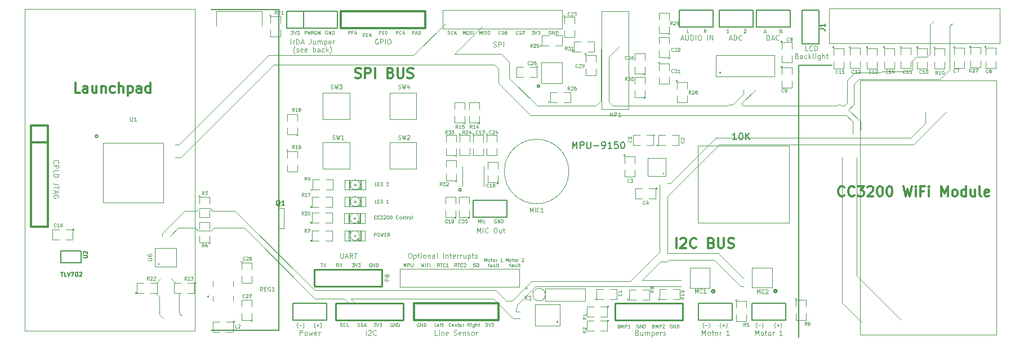
<source format=gto>
G04 (created by PCBNEW (2013-jul-07)-stable) date Tue 03 Mar 2015 12:58:17 PM EST*
%MOIN*%
G04 Gerber Fmt 3.4, Leading zero omitted, Abs format*
%FSLAX34Y34*%
G01*
G70*
G90*
G04 APERTURE LIST*
%ADD10C,0.00590551*%
%ADD11C,0.00393701*%
%ADD12C,0.00492126*%
%ADD13C,0.011811*%
%ADD14C,0.00787402*%
%ADD15C,0.0039*%
%ADD16C,0.012*%
%ADD17C,0.01*%
%ADD18C,0.006*%
%ADD19C,0.0026*%
%ADD20C,0.004*%
%ADD21C,0.0047*%
%ADD22C,0.00885827*%
%ADD23C,0.005*%
%ADD24C,0.0043*%
%ADD25C,0.0051*%
G04 APERTURE END LIST*
G54D10*
G54D11*
X88650Y-53800D02*
X88500Y-53800D01*
X91350Y-51100D02*
X88650Y-53800D01*
G54D12*
X69135Y-57934D02*
X69135Y-58173D01*
X69149Y-58201D01*
X69163Y-58215D01*
X69191Y-58229D01*
X69247Y-58229D01*
X69275Y-58215D01*
X69289Y-58201D01*
X69303Y-58173D01*
X69303Y-57934D01*
X69430Y-58145D02*
X69571Y-58145D01*
X69402Y-58229D02*
X69500Y-57934D01*
X69599Y-58229D01*
X69866Y-58229D02*
X69767Y-58089D01*
X69697Y-58229D02*
X69697Y-57934D01*
X69810Y-57934D01*
X69838Y-57948D01*
X69852Y-57962D01*
X69866Y-57990D01*
X69866Y-58032D01*
X69852Y-58061D01*
X69838Y-58075D01*
X69810Y-58089D01*
X69697Y-58089D01*
X69950Y-57934D02*
X70119Y-57934D01*
X70035Y-58229D02*
X70035Y-57934D01*
G54D11*
X58425Y-60551D02*
X58188Y-60314D01*
X58425Y-60629D02*
X58425Y-60551D01*
G54D12*
X71120Y-56930D02*
X71120Y-56733D01*
X71195Y-56733D01*
X71213Y-56742D01*
X71223Y-56751D01*
X71232Y-56770D01*
X71232Y-56798D01*
X71223Y-56817D01*
X71213Y-56826D01*
X71195Y-56836D01*
X71120Y-56836D01*
X71354Y-56733D02*
X71392Y-56733D01*
X71410Y-56742D01*
X71429Y-56761D01*
X71438Y-56798D01*
X71438Y-56864D01*
X71429Y-56901D01*
X71410Y-56920D01*
X71392Y-56930D01*
X71354Y-56930D01*
X71335Y-56920D01*
X71317Y-56901D01*
X71307Y-56864D01*
X71307Y-56798D01*
X71317Y-56761D01*
X71335Y-56742D01*
X71354Y-56733D01*
X71504Y-56733D02*
X71551Y-56930D01*
X71588Y-56789D01*
X71626Y-56930D01*
X71673Y-56733D01*
X71748Y-56826D02*
X71813Y-56826D01*
X71841Y-56930D02*
X71748Y-56930D01*
X71748Y-56733D01*
X71841Y-56733D01*
X72038Y-56930D02*
X71973Y-56836D01*
X71926Y-56930D02*
X71926Y-56733D01*
X72001Y-56733D01*
X72020Y-56742D01*
X72029Y-56751D01*
X72038Y-56770D01*
X72038Y-56798D01*
X72029Y-56817D01*
X72020Y-56826D01*
X72001Y-56836D01*
X71926Y-56836D01*
X71261Y-55887D02*
X71252Y-55897D01*
X71224Y-55906D01*
X71205Y-55906D01*
X71177Y-55897D01*
X71158Y-55878D01*
X71149Y-55859D01*
X71139Y-55822D01*
X71139Y-55793D01*
X71149Y-55756D01*
X71158Y-55737D01*
X71177Y-55718D01*
X71205Y-55709D01*
X71224Y-55709D01*
X71252Y-55718D01*
X71261Y-55728D01*
X71458Y-55887D02*
X71449Y-55897D01*
X71421Y-55906D01*
X71402Y-55906D01*
X71374Y-55897D01*
X71355Y-55878D01*
X71346Y-55859D01*
X71336Y-55822D01*
X71336Y-55793D01*
X71346Y-55756D01*
X71355Y-55737D01*
X71374Y-55718D01*
X71402Y-55709D01*
X71421Y-55709D01*
X71449Y-55718D01*
X71458Y-55728D01*
X71524Y-55709D02*
X71646Y-55709D01*
X71580Y-55784D01*
X71608Y-55784D01*
X71627Y-55793D01*
X71636Y-55803D01*
X71646Y-55822D01*
X71646Y-55868D01*
X71636Y-55887D01*
X71627Y-55897D01*
X71608Y-55906D01*
X71552Y-55906D01*
X71533Y-55897D01*
X71524Y-55887D01*
X71721Y-55728D02*
X71730Y-55718D01*
X71749Y-55709D01*
X71796Y-55709D01*
X71814Y-55718D01*
X71824Y-55728D01*
X71833Y-55747D01*
X71833Y-55765D01*
X71824Y-55793D01*
X71711Y-55906D01*
X71833Y-55906D01*
X71955Y-55709D02*
X71974Y-55709D01*
X71992Y-55718D01*
X72002Y-55728D01*
X72011Y-55747D01*
X72020Y-55784D01*
X72020Y-55831D01*
X72011Y-55868D01*
X72002Y-55887D01*
X71992Y-55897D01*
X71974Y-55906D01*
X71955Y-55906D01*
X71936Y-55897D01*
X71927Y-55887D01*
X71917Y-55868D01*
X71908Y-55831D01*
X71908Y-55784D01*
X71917Y-55747D01*
X71927Y-55728D01*
X71936Y-55718D01*
X71955Y-55709D01*
X72142Y-55709D02*
X72161Y-55709D01*
X72180Y-55718D01*
X72189Y-55728D01*
X72199Y-55747D01*
X72208Y-55784D01*
X72208Y-55831D01*
X72199Y-55868D01*
X72189Y-55887D01*
X72180Y-55897D01*
X72161Y-55906D01*
X72142Y-55906D01*
X72124Y-55897D01*
X72114Y-55887D01*
X72105Y-55868D01*
X72095Y-55831D01*
X72095Y-55784D01*
X72105Y-55747D01*
X72114Y-55728D01*
X72124Y-55718D01*
X72142Y-55709D01*
X72555Y-55887D02*
X72545Y-55897D01*
X72517Y-55906D01*
X72499Y-55906D01*
X72470Y-55897D01*
X72452Y-55878D01*
X72442Y-55859D01*
X72433Y-55822D01*
X72433Y-55793D01*
X72442Y-55756D01*
X72452Y-55737D01*
X72470Y-55718D01*
X72499Y-55709D01*
X72517Y-55709D01*
X72545Y-55718D01*
X72555Y-55728D01*
X72667Y-55906D02*
X72649Y-55897D01*
X72639Y-55887D01*
X72630Y-55868D01*
X72630Y-55812D01*
X72639Y-55793D01*
X72649Y-55784D01*
X72667Y-55775D01*
X72695Y-55775D01*
X72714Y-55784D01*
X72724Y-55793D01*
X72733Y-55812D01*
X72733Y-55868D01*
X72724Y-55887D01*
X72714Y-55897D01*
X72695Y-55906D01*
X72667Y-55906D01*
X72817Y-55775D02*
X72817Y-55906D01*
X72817Y-55793D02*
X72827Y-55784D01*
X72845Y-55775D01*
X72874Y-55775D01*
X72892Y-55784D01*
X72902Y-55803D01*
X72902Y-55906D01*
X72967Y-55775D02*
X73042Y-55775D01*
X72995Y-55709D02*
X72995Y-55878D01*
X73005Y-55897D01*
X73023Y-55906D01*
X73042Y-55906D01*
X73108Y-55906D02*
X73108Y-55775D01*
X73108Y-55812D02*
X73117Y-55793D01*
X73127Y-55784D01*
X73145Y-55775D01*
X73164Y-55775D01*
X73258Y-55906D02*
X73239Y-55897D01*
X73230Y-55887D01*
X73220Y-55868D01*
X73220Y-55812D01*
X73230Y-55793D01*
X73239Y-55784D01*
X73258Y-55775D01*
X73286Y-55775D01*
X73305Y-55784D01*
X73314Y-55793D01*
X73323Y-55812D01*
X73323Y-55868D01*
X73314Y-55887D01*
X73305Y-55897D01*
X73286Y-55906D01*
X73258Y-55906D01*
X73436Y-55906D02*
X73417Y-55897D01*
X73408Y-55878D01*
X73408Y-55709D01*
X71279Y-54961D02*
X71185Y-54961D01*
X71185Y-54764D01*
X71345Y-54858D02*
X71410Y-54858D01*
X71438Y-54961D02*
X71345Y-54961D01*
X71345Y-54764D01*
X71438Y-54764D01*
X71523Y-54961D02*
X71523Y-54764D01*
X71570Y-54764D01*
X71598Y-54774D01*
X71616Y-54792D01*
X71626Y-54811D01*
X71635Y-54849D01*
X71635Y-54877D01*
X71626Y-54914D01*
X71616Y-54933D01*
X71598Y-54952D01*
X71570Y-54961D01*
X71523Y-54961D01*
X71973Y-54961D02*
X71860Y-54961D01*
X71916Y-54961D02*
X71916Y-54764D01*
X71898Y-54792D01*
X71879Y-54811D01*
X71860Y-54820D01*
X71279Y-53937D02*
X71185Y-53937D01*
X71185Y-53741D01*
X71345Y-53834D02*
X71410Y-53834D01*
X71438Y-53937D02*
X71345Y-53937D01*
X71345Y-53741D01*
X71438Y-53741D01*
X71523Y-53937D02*
X71523Y-53741D01*
X71570Y-53741D01*
X71598Y-53750D01*
X71616Y-53769D01*
X71626Y-53787D01*
X71635Y-53825D01*
X71635Y-53853D01*
X71626Y-53891D01*
X71616Y-53909D01*
X71598Y-53928D01*
X71570Y-53937D01*
X71523Y-53937D01*
X71860Y-53759D02*
X71870Y-53750D01*
X71888Y-53741D01*
X71935Y-53741D01*
X71954Y-53750D01*
X71963Y-53759D01*
X71973Y-53778D01*
X71973Y-53797D01*
X71963Y-53825D01*
X71851Y-53937D01*
X71973Y-53937D01*
X78353Y-55955D02*
X78335Y-55945D01*
X78307Y-55945D01*
X78278Y-55955D01*
X78260Y-55973D01*
X78250Y-55992D01*
X78241Y-56030D01*
X78241Y-56058D01*
X78250Y-56095D01*
X78260Y-56114D01*
X78278Y-56133D01*
X78307Y-56142D01*
X78325Y-56142D01*
X78353Y-56133D01*
X78363Y-56123D01*
X78363Y-56058D01*
X78325Y-56058D01*
X78447Y-56142D02*
X78447Y-55945D01*
X78560Y-56142D01*
X78560Y-55945D01*
X78653Y-56142D02*
X78653Y-55945D01*
X78700Y-55945D01*
X78728Y-55955D01*
X78747Y-55973D01*
X78757Y-55992D01*
X78766Y-56030D01*
X78766Y-56058D01*
X78757Y-56095D01*
X78747Y-56114D01*
X78728Y-56133D01*
X78700Y-56142D01*
X78653Y-56142D01*
X77283Y-56142D02*
X77283Y-55945D01*
X77349Y-56086D01*
X77414Y-55945D01*
X77414Y-56142D01*
X77508Y-56142D02*
X77508Y-56011D01*
X77508Y-55945D02*
X77499Y-55955D01*
X77508Y-55964D01*
X77517Y-55955D01*
X77508Y-55945D01*
X77508Y-55964D01*
X77686Y-56133D02*
X77667Y-56142D01*
X77630Y-56142D01*
X77611Y-56133D01*
X77602Y-56123D01*
X77592Y-56105D01*
X77592Y-56048D01*
X77602Y-56030D01*
X77611Y-56020D01*
X77630Y-56011D01*
X77667Y-56011D01*
X77686Y-56020D01*
X77230Y-56733D02*
X77230Y-56438D01*
X77328Y-56649D01*
X77426Y-56438D01*
X77426Y-56733D01*
X77567Y-56733D02*
X77567Y-56438D01*
X77876Y-56705D02*
X77862Y-56719D01*
X77820Y-56733D01*
X77792Y-56733D01*
X77750Y-56719D01*
X77722Y-56691D01*
X77708Y-56663D01*
X77694Y-56607D01*
X77694Y-56564D01*
X77708Y-56508D01*
X77722Y-56480D01*
X77750Y-56452D01*
X77792Y-56438D01*
X77820Y-56438D01*
X77862Y-56452D01*
X77876Y-56466D01*
X78284Y-56438D02*
X78340Y-56438D01*
X78368Y-56452D01*
X78397Y-56480D01*
X78411Y-56536D01*
X78411Y-56635D01*
X78397Y-56691D01*
X78368Y-56719D01*
X78340Y-56733D01*
X78284Y-56733D01*
X78256Y-56719D01*
X78228Y-56691D01*
X78214Y-56635D01*
X78214Y-56536D01*
X78228Y-56480D01*
X78256Y-56452D01*
X78284Y-56438D01*
X78664Y-56536D02*
X78664Y-56733D01*
X78537Y-56536D02*
X78537Y-56691D01*
X78551Y-56719D01*
X78579Y-56733D01*
X78622Y-56733D01*
X78650Y-56719D01*
X78664Y-56705D01*
X78762Y-56536D02*
X78875Y-56536D01*
X78804Y-56438D02*
X78804Y-56691D01*
X78818Y-56719D01*
X78847Y-56733D01*
X78875Y-56733D01*
G54D13*
X98965Y-54513D02*
X98937Y-54541D01*
X98852Y-54569D01*
X98796Y-54569D01*
X98712Y-54541D01*
X98655Y-54485D01*
X98627Y-54429D01*
X98599Y-54316D01*
X98599Y-54232D01*
X98627Y-54119D01*
X98655Y-54063D01*
X98712Y-54007D01*
X98796Y-53979D01*
X98852Y-53979D01*
X98937Y-54007D01*
X98965Y-54035D01*
X99555Y-54513D02*
X99527Y-54541D01*
X99443Y-54569D01*
X99386Y-54569D01*
X99302Y-54541D01*
X99246Y-54485D01*
X99218Y-54429D01*
X99190Y-54316D01*
X99190Y-54232D01*
X99218Y-54119D01*
X99246Y-54063D01*
X99302Y-54007D01*
X99386Y-53979D01*
X99443Y-53979D01*
X99527Y-54007D01*
X99555Y-54035D01*
X99752Y-53979D02*
X100118Y-53979D01*
X99921Y-54204D01*
X100005Y-54204D01*
X100061Y-54232D01*
X100089Y-54260D01*
X100118Y-54316D01*
X100118Y-54457D01*
X100089Y-54513D01*
X100061Y-54541D01*
X100005Y-54569D01*
X99836Y-54569D01*
X99780Y-54541D01*
X99752Y-54513D01*
X100343Y-54035D02*
X100371Y-54007D01*
X100427Y-53979D01*
X100568Y-53979D01*
X100624Y-54007D01*
X100652Y-54035D01*
X100680Y-54091D01*
X100680Y-54147D01*
X100652Y-54232D01*
X100314Y-54569D01*
X100680Y-54569D01*
X101046Y-53979D02*
X101102Y-53979D01*
X101158Y-54007D01*
X101186Y-54035D01*
X101214Y-54091D01*
X101242Y-54204D01*
X101242Y-54344D01*
X101214Y-54457D01*
X101186Y-54513D01*
X101158Y-54541D01*
X101102Y-54569D01*
X101046Y-54569D01*
X100989Y-54541D01*
X100961Y-54513D01*
X100933Y-54457D01*
X100905Y-54344D01*
X100905Y-54204D01*
X100933Y-54091D01*
X100961Y-54035D01*
X100989Y-54007D01*
X101046Y-53979D01*
X101608Y-53979D02*
X101664Y-53979D01*
X101721Y-54007D01*
X101749Y-54035D01*
X101777Y-54091D01*
X101805Y-54204D01*
X101805Y-54344D01*
X101777Y-54457D01*
X101749Y-54513D01*
X101721Y-54541D01*
X101664Y-54569D01*
X101608Y-54569D01*
X101552Y-54541D01*
X101524Y-54513D01*
X101496Y-54457D01*
X101467Y-54344D01*
X101467Y-54204D01*
X101496Y-54091D01*
X101524Y-54035D01*
X101552Y-54007D01*
X101608Y-53979D01*
X102452Y-53979D02*
X102592Y-54569D01*
X102705Y-54147D01*
X102817Y-54569D01*
X102958Y-53979D01*
X103183Y-54569D02*
X103183Y-54176D01*
X103183Y-53979D02*
X103155Y-54007D01*
X103183Y-54035D01*
X103211Y-54007D01*
X103183Y-53979D01*
X103183Y-54035D01*
X103661Y-54260D02*
X103464Y-54260D01*
X103464Y-54569D02*
X103464Y-53979D01*
X103745Y-53979D01*
X103970Y-54569D02*
X103970Y-54176D01*
X103970Y-53979D02*
X103942Y-54007D01*
X103970Y-54035D01*
X103998Y-54007D01*
X103970Y-53979D01*
X103970Y-54035D01*
X104701Y-54569D02*
X104701Y-53979D01*
X104898Y-54401D01*
X105095Y-53979D01*
X105095Y-54569D01*
X105461Y-54569D02*
X105404Y-54541D01*
X105376Y-54513D01*
X105348Y-54457D01*
X105348Y-54288D01*
X105376Y-54232D01*
X105404Y-54204D01*
X105461Y-54176D01*
X105545Y-54176D01*
X105601Y-54204D01*
X105629Y-54232D01*
X105658Y-54288D01*
X105658Y-54457D01*
X105629Y-54513D01*
X105601Y-54541D01*
X105545Y-54569D01*
X105461Y-54569D01*
X106164Y-54569D02*
X106164Y-53979D01*
X106164Y-54541D02*
X106107Y-54569D01*
X105995Y-54569D01*
X105939Y-54541D01*
X105911Y-54513D01*
X105883Y-54457D01*
X105883Y-54288D01*
X105911Y-54232D01*
X105939Y-54204D01*
X105995Y-54176D01*
X106107Y-54176D01*
X106164Y-54204D01*
X106698Y-54176D02*
X106698Y-54569D01*
X106445Y-54176D02*
X106445Y-54485D01*
X106473Y-54541D01*
X106529Y-54569D01*
X106614Y-54569D01*
X106670Y-54541D01*
X106698Y-54513D01*
X107064Y-54569D02*
X107007Y-54541D01*
X106979Y-54485D01*
X106979Y-53979D01*
X107514Y-54541D02*
X107457Y-54569D01*
X107345Y-54569D01*
X107289Y-54541D01*
X107260Y-54485D01*
X107260Y-54260D01*
X107289Y-54204D01*
X107345Y-54176D01*
X107457Y-54176D01*
X107514Y-54204D01*
X107542Y-54260D01*
X107542Y-54316D01*
X107260Y-54372D01*
X53728Y-48428D02*
X53447Y-48428D01*
X53447Y-47837D01*
X54178Y-48428D02*
X54178Y-48118D01*
X54150Y-48062D01*
X54094Y-48034D01*
X53982Y-48034D01*
X53925Y-48062D01*
X54178Y-48399D02*
X54122Y-48428D01*
X53982Y-48428D01*
X53925Y-48399D01*
X53897Y-48343D01*
X53897Y-48287D01*
X53925Y-48231D01*
X53982Y-48203D01*
X54122Y-48203D01*
X54178Y-48174D01*
X54713Y-48034D02*
X54713Y-48428D01*
X54460Y-48034D02*
X54460Y-48343D01*
X54488Y-48399D01*
X54544Y-48428D01*
X54628Y-48428D01*
X54685Y-48399D01*
X54713Y-48371D01*
X54994Y-48034D02*
X54994Y-48428D01*
X54994Y-48090D02*
X55022Y-48062D01*
X55078Y-48034D01*
X55163Y-48034D01*
X55219Y-48062D01*
X55247Y-48118D01*
X55247Y-48428D01*
X55781Y-48399D02*
X55725Y-48428D01*
X55613Y-48428D01*
X55556Y-48399D01*
X55528Y-48371D01*
X55500Y-48315D01*
X55500Y-48146D01*
X55528Y-48090D01*
X55556Y-48062D01*
X55613Y-48034D01*
X55725Y-48034D01*
X55781Y-48062D01*
X56034Y-48428D02*
X56034Y-47837D01*
X56287Y-48428D02*
X56287Y-48118D01*
X56259Y-48062D01*
X56203Y-48034D01*
X56119Y-48034D01*
X56062Y-48062D01*
X56034Y-48090D01*
X56569Y-48034D02*
X56569Y-48624D01*
X56569Y-48062D02*
X56625Y-48034D01*
X56737Y-48034D01*
X56794Y-48062D01*
X56822Y-48090D01*
X56850Y-48146D01*
X56850Y-48315D01*
X56822Y-48371D01*
X56794Y-48399D01*
X56737Y-48428D01*
X56625Y-48428D01*
X56569Y-48399D01*
X57356Y-48428D02*
X57356Y-48118D01*
X57328Y-48062D01*
X57272Y-48034D01*
X57159Y-48034D01*
X57103Y-48062D01*
X57356Y-48399D02*
X57300Y-48428D01*
X57159Y-48428D01*
X57103Y-48399D01*
X57075Y-48343D01*
X57075Y-48287D01*
X57103Y-48231D01*
X57159Y-48203D01*
X57300Y-48203D01*
X57356Y-48174D01*
X57890Y-48428D02*
X57890Y-47837D01*
X57890Y-48399D02*
X57834Y-48428D01*
X57722Y-48428D01*
X57665Y-48399D01*
X57637Y-48371D01*
X57609Y-48315D01*
X57609Y-48146D01*
X57637Y-48090D01*
X57665Y-48062D01*
X57722Y-48034D01*
X57834Y-48034D01*
X57890Y-48062D01*
G54D12*
X52192Y-52608D02*
X52178Y-52594D01*
X52163Y-52552D01*
X52163Y-52523D01*
X52178Y-52481D01*
X52206Y-52453D01*
X52234Y-52439D01*
X52290Y-52425D01*
X52332Y-52425D01*
X52388Y-52439D01*
X52417Y-52453D01*
X52445Y-52481D01*
X52459Y-52523D01*
X52459Y-52552D01*
X52445Y-52594D01*
X52431Y-52608D01*
X52163Y-52734D02*
X52459Y-52734D01*
X52459Y-52847D01*
X52445Y-52875D01*
X52431Y-52889D01*
X52402Y-52903D01*
X52360Y-52903D01*
X52332Y-52889D01*
X52318Y-52875D01*
X52304Y-52847D01*
X52304Y-52734D01*
X52163Y-53170D02*
X52163Y-53030D01*
X52459Y-53030D01*
X52163Y-53269D02*
X52459Y-53269D01*
X52459Y-53339D01*
X52445Y-53381D01*
X52417Y-53409D01*
X52388Y-53423D01*
X52332Y-53437D01*
X52290Y-53437D01*
X52234Y-53423D01*
X52206Y-53409D01*
X52178Y-53381D01*
X52163Y-53339D01*
X52163Y-53269D01*
X52459Y-53873D02*
X52248Y-53873D01*
X52206Y-53859D01*
X52178Y-53831D01*
X52163Y-53789D01*
X52163Y-53761D01*
X52459Y-53972D02*
X52459Y-54140D01*
X52163Y-54056D02*
X52459Y-54056D01*
X52248Y-54225D02*
X52248Y-54365D01*
X52163Y-54197D02*
X52459Y-54295D01*
X52163Y-54393D01*
X52445Y-54647D02*
X52459Y-54618D01*
X52459Y-54576D01*
X52445Y-54534D01*
X52417Y-54506D01*
X52388Y-54492D01*
X52332Y-54478D01*
X52290Y-54478D01*
X52234Y-54492D01*
X52206Y-54506D01*
X52178Y-54534D01*
X52163Y-54576D01*
X52163Y-54604D01*
X52178Y-54647D01*
X52192Y-54661D01*
X52290Y-54661D01*
X52290Y-54604D01*
X96803Y-45946D02*
X96663Y-45946D01*
X96663Y-45651D01*
X97071Y-45918D02*
X97057Y-45932D01*
X97014Y-45946D01*
X96986Y-45946D01*
X96944Y-45932D01*
X96916Y-45904D01*
X96902Y-45875D01*
X96888Y-45819D01*
X96888Y-45777D01*
X96902Y-45721D01*
X96916Y-45693D01*
X96944Y-45665D01*
X96986Y-45651D01*
X97014Y-45651D01*
X97057Y-45665D01*
X97071Y-45679D01*
X97197Y-45946D02*
X97197Y-45651D01*
X97267Y-45651D01*
X97310Y-45665D01*
X97338Y-45693D01*
X97352Y-45721D01*
X97366Y-45777D01*
X97366Y-45819D01*
X97352Y-45875D01*
X97338Y-45904D01*
X97310Y-45932D01*
X97267Y-45946D01*
X97197Y-45946D01*
X96150Y-46254D02*
X96192Y-46268D01*
X96206Y-46282D01*
X96220Y-46310D01*
X96220Y-46352D01*
X96206Y-46380D01*
X96192Y-46394D01*
X96164Y-46408D01*
X96051Y-46408D01*
X96051Y-46113D01*
X96150Y-46113D01*
X96178Y-46127D01*
X96192Y-46141D01*
X96206Y-46169D01*
X96206Y-46197D01*
X96192Y-46226D01*
X96178Y-46240D01*
X96150Y-46254D01*
X96051Y-46254D01*
X96473Y-46408D02*
X96473Y-46254D01*
X96459Y-46226D01*
X96431Y-46212D01*
X96375Y-46212D01*
X96347Y-46226D01*
X96473Y-46394D02*
X96445Y-46408D01*
X96375Y-46408D01*
X96347Y-46394D01*
X96332Y-46366D01*
X96332Y-46338D01*
X96347Y-46310D01*
X96375Y-46296D01*
X96445Y-46296D01*
X96473Y-46282D01*
X96740Y-46394D02*
X96712Y-46408D01*
X96656Y-46408D01*
X96628Y-46394D01*
X96614Y-46380D01*
X96600Y-46352D01*
X96600Y-46268D01*
X96614Y-46240D01*
X96628Y-46226D01*
X96656Y-46212D01*
X96712Y-46212D01*
X96740Y-46226D01*
X96867Y-46408D02*
X96867Y-46113D01*
X96895Y-46296D02*
X96979Y-46408D01*
X96979Y-46212D02*
X96867Y-46324D01*
X97148Y-46408D02*
X97120Y-46394D01*
X97106Y-46366D01*
X97106Y-46113D01*
X97260Y-46408D02*
X97260Y-46212D01*
X97260Y-46113D02*
X97246Y-46127D01*
X97260Y-46141D01*
X97275Y-46127D01*
X97260Y-46113D01*
X97260Y-46141D01*
X97528Y-46212D02*
X97528Y-46451D01*
X97514Y-46479D01*
X97500Y-46493D01*
X97471Y-46507D01*
X97429Y-46507D01*
X97401Y-46493D01*
X97528Y-46394D02*
X97500Y-46408D01*
X97443Y-46408D01*
X97415Y-46394D01*
X97401Y-46380D01*
X97387Y-46352D01*
X97387Y-46268D01*
X97401Y-46240D01*
X97415Y-46226D01*
X97443Y-46212D01*
X97500Y-46212D01*
X97528Y-46226D01*
X97668Y-46408D02*
X97668Y-46113D01*
X97795Y-46408D02*
X97795Y-46254D01*
X97781Y-46226D01*
X97753Y-46212D01*
X97710Y-46212D01*
X97682Y-46226D01*
X97668Y-46240D01*
X97893Y-46212D02*
X98006Y-46212D01*
X97935Y-46113D02*
X97935Y-46366D01*
X97949Y-46394D01*
X97978Y-46408D01*
X98006Y-46408D01*
X68353Y-44774D02*
X68335Y-44764D01*
X68307Y-44764D01*
X68278Y-44774D01*
X68260Y-44792D01*
X68250Y-44811D01*
X68241Y-44849D01*
X68241Y-44877D01*
X68250Y-44914D01*
X68260Y-44933D01*
X68278Y-44952D01*
X68307Y-44961D01*
X68325Y-44961D01*
X68353Y-44952D01*
X68363Y-44942D01*
X68363Y-44877D01*
X68325Y-44877D01*
X68447Y-44961D02*
X68447Y-44764D01*
X68560Y-44961D01*
X68560Y-44764D01*
X68653Y-44961D02*
X68653Y-44764D01*
X68700Y-44764D01*
X68728Y-44774D01*
X68747Y-44792D01*
X68757Y-44811D01*
X68766Y-44849D01*
X68766Y-44877D01*
X68757Y-44914D01*
X68747Y-44933D01*
X68728Y-44952D01*
X68700Y-44961D01*
X68653Y-44961D01*
X67016Y-44961D02*
X67016Y-44764D01*
X67091Y-44764D01*
X67110Y-44774D01*
X67119Y-44783D01*
X67128Y-44802D01*
X67128Y-44830D01*
X67119Y-44849D01*
X67110Y-44858D01*
X67091Y-44867D01*
X67016Y-44867D01*
X67194Y-44764D02*
X67241Y-44961D01*
X67278Y-44820D01*
X67316Y-44961D01*
X67363Y-44764D01*
X67550Y-44961D02*
X67485Y-44867D01*
X67438Y-44961D02*
X67438Y-44764D01*
X67513Y-44764D01*
X67531Y-44774D01*
X67541Y-44783D01*
X67550Y-44802D01*
X67550Y-44830D01*
X67541Y-44849D01*
X67531Y-44858D01*
X67513Y-44867D01*
X67438Y-44867D01*
X67634Y-44961D02*
X67634Y-44764D01*
X67681Y-44764D01*
X67709Y-44774D01*
X67728Y-44792D01*
X67738Y-44811D01*
X67747Y-44849D01*
X67747Y-44877D01*
X67738Y-44914D01*
X67728Y-44933D01*
X67709Y-44952D01*
X67681Y-44961D01*
X67634Y-44961D01*
X67831Y-44961D02*
X67831Y-44764D01*
X67944Y-44961D01*
X67944Y-44764D01*
X66212Y-44764D02*
X66334Y-44764D01*
X66269Y-44839D01*
X66297Y-44839D01*
X66316Y-44849D01*
X66325Y-44858D01*
X66334Y-44877D01*
X66334Y-44924D01*
X66325Y-44942D01*
X66316Y-44952D01*
X66297Y-44961D01*
X66241Y-44961D01*
X66222Y-44952D01*
X66212Y-44942D01*
X66391Y-44764D02*
X66456Y-44961D01*
X66522Y-44764D01*
X66569Y-44764D02*
X66691Y-44764D01*
X66625Y-44839D01*
X66653Y-44839D01*
X66672Y-44849D01*
X66681Y-44858D01*
X66691Y-44877D01*
X66691Y-44924D01*
X66681Y-44942D01*
X66672Y-44952D01*
X66653Y-44961D01*
X66597Y-44961D01*
X66578Y-44952D01*
X66569Y-44942D01*
X66207Y-45552D02*
X66207Y-45257D01*
X66348Y-45552D02*
X66348Y-45355D01*
X66348Y-45411D02*
X66362Y-45383D01*
X66376Y-45369D01*
X66404Y-45355D01*
X66432Y-45355D01*
X66531Y-45552D02*
X66531Y-45257D01*
X66601Y-45257D01*
X66643Y-45271D01*
X66671Y-45299D01*
X66685Y-45327D01*
X66699Y-45383D01*
X66699Y-45426D01*
X66685Y-45482D01*
X66671Y-45510D01*
X66643Y-45538D01*
X66601Y-45552D01*
X66531Y-45552D01*
X66812Y-45468D02*
X66953Y-45468D01*
X66784Y-45552D02*
X66882Y-45257D01*
X66981Y-45552D01*
X67388Y-45257D02*
X67388Y-45468D01*
X67374Y-45510D01*
X67346Y-45538D01*
X67304Y-45552D01*
X67276Y-45552D01*
X67656Y-45355D02*
X67656Y-45552D01*
X67529Y-45355D02*
X67529Y-45510D01*
X67543Y-45538D01*
X67571Y-45552D01*
X67613Y-45552D01*
X67642Y-45538D01*
X67656Y-45524D01*
X67796Y-45552D02*
X67796Y-45355D01*
X67796Y-45383D02*
X67810Y-45369D01*
X67838Y-45355D01*
X67881Y-45355D01*
X67909Y-45369D01*
X67923Y-45397D01*
X67923Y-45552D01*
X67923Y-45397D02*
X67937Y-45369D01*
X67965Y-45355D01*
X68007Y-45355D01*
X68035Y-45369D01*
X68049Y-45397D01*
X68049Y-45552D01*
X68190Y-45355D02*
X68190Y-45651D01*
X68190Y-45369D02*
X68218Y-45355D01*
X68274Y-45355D01*
X68302Y-45369D01*
X68316Y-45383D01*
X68330Y-45411D01*
X68330Y-45496D01*
X68316Y-45524D01*
X68302Y-45538D01*
X68274Y-45552D01*
X68218Y-45552D01*
X68190Y-45538D01*
X68570Y-45538D02*
X68541Y-45552D01*
X68485Y-45552D01*
X68457Y-45538D01*
X68443Y-45510D01*
X68443Y-45397D01*
X68457Y-45369D01*
X68485Y-45355D01*
X68541Y-45355D01*
X68570Y-45369D01*
X68584Y-45397D01*
X68584Y-45426D01*
X68443Y-45454D01*
X68710Y-45552D02*
X68710Y-45355D01*
X68710Y-45411D02*
X68724Y-45383D01*
X68738Y-45369D01*
X68766Y-45355D01*
X68794Y-45355D01*
X66439Y-46127D02*
X66425Y-46113D01*
X66397Y-46071D01*
X66383Y-46043D01*
X66369Y-46001D01*
X66355Y-45930D01*
X66355Y-45874D01*
X66369Y-45804D01*
X66383Y-45762D01*
X66397Y-45733D01*
X66425Y-45691D01*
X66439Y-45677D01*
X66538Y-46001D02*
X66566Y-46015D01*
X66622Y-46015D01*
X66650Y-46001D01*
X66664Y-45973D01*
X66664Y-45958D01*
X66650Y-45930D01*
X66622Y-45916D01*
X66580Y-45916D01*
X66552Y-45902D01*
X66538Y-45874D01*
X66538Y-45860D01*
X66552Y-45832D01*
X66580Y-45818D01*
X66622Y-45818D01*
X66650Y-45832D01*
X66903Y-46001D02*
X66875Y-46015D01*
X66819Y-46015D01*
X66791Y-46001D01*
X66777Y-45973D01*
X66777Y-45860D01*
X66791Y-45832D01*
X66819Y-45818D01*
X66875Y-45818D01*
X66903Y-45832D01*
X66917Y-45860D01*
X66917Y-45888D01*
X66777Y-45916D01*
X67156Y-46001D02*
X67128Y-46015D01*
X67072Y-46015D01*
X67044Y-46001D01*
X67030Y-45973D01*
X67030Y-45860D01*
X67044Y-45832D01*
X67072Y-45818D01*
X67128Y-45818D01*
X67156Y-45832D01*
X67170Y-45860D01*
X67170Y-45888D01*
X67030Y-45916D01*
X67522Y-46015D02*
X67522Y-45719D01*
X67522Y-45832D02*
X67550Y-45818D01*
X67606Y-45818D01*
X67634Y-45832D01*
X67649Y-45846D01*
X67663Y-45874D01*
X67663Y-45958D01*
X67649Y-45987D01*
X67634Y-46001D01*
X67606Y-46015D01*
X67550Y-46015D01*
X67522Y-46001D01*
X67916Y-46015D02*
X67916Y-45860D01*
X67902Y-45832D01*
X67874Y-45818D01*
X67817Y-45818D01*
X67789Y-45832D01*
X67916Y-46001D02*
X67888Y-46015D01*
X67817Y-46015D01*
X67789Y-46001D01*
X67775Y-45973D01*
X67775Y-45944D01*
X67789Y-45916D01*
X67817Y-45902D01*
X67888Y-45902D01*
X67916Y-45888D01*
X68183Y-46001D02*
X68155Y-46015D01*
X68098Y-46015D01*
X68070Y-46001D01*
X68056Y-45987D01*
X68042Y-45958D01*
X68042Y-45874D01*
X68056Y-45846D01*
X68070Y-45832D01*
X68098Y-45818D01*
X68155Y-45818D01*
X68183Y-45832D01*
X68309Y-46015D02*
X68309Y-45719D01*
X68338Y-45902D02*
X68422Y-46015D01*
X68422Y-45818D02*
X68309Y-45930D01*
X68520Y-46127D02*
X68534Y-46113D01*
X68562Y-46071D01*
X68577Y-46043D01*
X68591Y-46001D01*
X68605Y-45930D01*
X68605Y-45874D01*
X68591Y-45804D01*
X68577Y-45762D01*
X68562Y-45733D01*
X68534Y-45691D01*
X68520Y-45677D01*
X69612Y-44961D02*
X69612Y-44764D01*
X69687Y-44764D01*
X69706Y-44774D01*
X69715Y-44783D01*
X69725Y-44802D01*
X69725Y-44830D01*
X69715Y-44849D01*
X69706Y-44858D01*
X69687Y-44867D01*
X69612Y-44867D01*
X69875Y-44858D02*
X69809Y-44858D01*
X69809Y-44961D02*
X69809Y-44764D01*
X69903Y-44764D01*
X70062Y-44830D02*
X70062Y-44961D01*
X70015Y-44755D02*
X69969Y-44895D01*
X70090Y-44895D01*
X70474Y-45119D02*
X70474Y-44922D01*
X70549Y-44922D01*
X70568Y-44931D01*
X70577Y-44940D01*
X70586Y-44959D01*
X70586Y-44987D01*
X70577Y-45006D01*
X70568Y-45015D01*
X70549Y-45025D01*
X70474Y-45025D01*
X70671Y-45015D02*
X70736Y-45015D01*
X70764Y-45119D02*
X70671Y-45119D01*
X70671Y-44922D01*
X70764Y-44922D01*
X70933Y-44987D02*
X70933Y-45119D01*
X70886Y-44912D02*
X70839Y-45053D01*
X70961Y-45053D01*
X71419Y-44961D02*
X71419Y-44764D01*
X71494Y-44764D01*
X71512Y-44774D01*
X71522Y-44783D01*
X71531Y-44802D01*
X71531Y-44830D01*
X71522Y-44849D01*
X71512Y-44858D01*
X71494Y-44867D01*
X71419Y-44867D01*
X71616Y-44858D02*
X71681Y-44858D01*
X71709Y-44961D02*
X71616Y-44961D01*
X71616Y-44764D01*
X71709Y-44764D01*
X71831Y-44764D02*
X71850Y-44764D01*
X71869Y-44774D01*
X71878Y-44783D01*
X71887Y-44802D01*
X71897Y-44839D01*
X71897Y-44886D01*
X71887Y-44924D01*
X71878Y-44942D01*
X71869Y-44952D01*
X71850Y-44961D01*
X71831Y-44961D01*
X71812Y-44952D01*
X71803Y-44942D01*
X71794Y-44924D01*
X71784Y-44886D01*
X71784Y-44839D01*
X71794Y-44802D01*
X71803Y-44783D01*
X71812Y-44774D01*
X71831Y-44764D01*
X72433Y-44961D02*
X72433Y-44764D01*
X72508Y-44764D01*
X72527Y-44774D01*
X72536Y-44783D01*
X72545Y-44802D01*
X72545Y-44830D01*
X72536Y-44849D01*
X72527Y-44858D01*
X72508Y-44867D01*
X72433Y-44867D01*
X72742Y-44942D02*
X72733Y-44952D01*
X72705Y-44961D01*
X72686Y-44961D01*
X72658Y-44952D01*
X72639Y-44933D01*
X72630Y-44914D01*
X72620Y-44877D01*
X72620Y-44849D01*
X72630Y-44811D01*
X72639Y-44792D01*
X72658Y-44774D01*
X72686Y-44764D01*
X72705Y-44764D01*
X72733Y-44774D01*
X72742Y-44783D01*
X72911Y-44830D02*
X72911Y-44961D01*
X72864Y-44755D02*
X72817Y-44895D01*
X72939Y-44895D01*
X73392Y-44961D02*
X73392Y-44764D01*
X73467Y-44764D01*
X73486Y-44774D01*
X73495Y-44783D01*
X73504Y-44802D01*
X73504Y-44830D01*
X73495Y-44849D01*
X73486Y-44858D01*
X73467Y-44867D01*
X73392Y-44867D01*
X73579Y-44905D02*
X73673Y-44905D01*
X73561Y-44961D02*
X73626Y-44764D01*
X73692Y-44961D01*
X73851Y-44764D02*
X73757Y-44764D01*
X73748Y-44858D01*
X73757Y-44849D01*
X73776Y-44839D01*
X73823Y-44839D01*
X73842Y-44849D01*
X73851Y-44858D01*
X73861Y-44877D01*
X73861Y-44924D01*
X73851Y-44942D01*
X73842Y-44952D01*
X73823Y-44961D01*
X73776Y-44961D01*
X73757Y-44952D01*
X73748Y-44942D01*
X71358Y-45271D02*
X71330Y-45257D01*
X71287Y-45257D01*
X71245Y-45271D01*
X71217Y-45299D01*
X71203Y-45327D01*
X71189Y-45383D01*
X71189Y-45426D01*
X71203Y-45482D01*
X71217Y-45510D01*
X71245Y-45538D01*
X71287Y-45552D01*
X71316Y-45552D01*
X71358Y-45538D01*
X71372Y-45524D01*
X71372Y-45426D01*
X71316Y-45426D01*
X71498Y-45552D02*
X71498Y-45257D01*
X71611Y-45257D01*
X71639Y-45271D01*
X71653Y-45285D01*
X71667Y-45313D01*
X71667Y-45355D01*
X71653Y-45383D01*
X71639Y-45397D01*
X71611Y-45411D01*
X71498Y-45411D01*
X71794Y-45552D02*
X71794Y-45257D01*
X71991Y-45257D02*
X72047Y-45257D01*
X72075Y-45271D01*
X72103Y-45299D01*
X72117Y-45355D01*
X72117Y-45454D01*
X72103Y-45510D01*
X72075Y-45538D01*
X72047Y-45552D01*
X71991Y-45552D01*
X71962Y-45538D01*
X71934Y-45510D01*
X71920Y-45454D01*
X71920Y-45355D01*
X71934Y-45299D01*
X71962Y-45271D01*
X71991Y-45257D01*
X90769Y-44882D02*
X90703Y-44789D01*
X90657Y-44882D02*
X90657Y-44685D01*
X90732Y-44685D01*
X90750Y-44695D01*
X90760Y-44704D01*
X90769Y-44723D01*
X90769Y-44751D01*
X90760Y-44770D01*
X90750Y-44779D01*
X90732Y-44789D01*
X90657Y-44789D01*
X89745Y-44882D02*
X89652Y-44882D01*
X89652Y-44685D01*
X89301Y-45232D02*
X89441Y-45232D01*
X89273Y-45316D02*
X89371Y-45021D01*
X89469Y-45316D01*
X89568Y-45021D02*
X89568Y-45260D01*
X89582Y-45288D01*
X89596Y-45302D01*
X89624Y-45316D01*
X89680Y-45316D01*
X89708Y-45302D01*
X89723Y-45288D01*
X89737Y-45260D01*
X89737Y-45021D01*
X89877Y-45316D02*
X89877Y-45021D01*
X89947Y-45021D01*
X89990Y-45035D01*
X90018Y-45063D01*
X90032Y-45091D01*
X90046Y-45147D01*
X90046Y-45189D01*
X90032Y-45246D01*
X90018Y-45274D01*
X89990Y-45302D01*
X89947Y-45316D01*
X89877Y-45316D01*
X90172Y-45316D02*
X90172Y-45021D01*
X90369Y-45021D02*
X90426Y-45021D01*
X90454Y-45035D01*
X90482Y-45063D01*
X90496Y-45119D01*
X90496Y-45217D01*
X90482Y-45274D01*
X90454Y-45302D01*
X90426Y-45316D01*
X90369Y-45316D01*
X90341Y-45302D01*
X90313Y-45274D01*
X90299Y-45217D01*
X90299Y-45119D01*
X90313Y-45063D01*
X90341Y-45035D01*
X90369Y-45021D01*
X90847Y-45316D02*
X90847Y-45021D01*
X90988Y-45316D02*
X90988Y-45021D01*
X91157Y-45316D01*
X91157Y-45021D01*
X95210Y-44779D02*
X95239Y-44789D01*
X95248Y-44798D01*
X95257Y-44817D01*
X95257Y-44845D01*
X95248Y-44864D01*
X95239Y-44873D01*
X95220Y-44882D01*
X95145Y-44882D01*
X95145Y-44685D01*
X95210Y-44685D01*
X95229Y-44695D01*
X95239Y-44704D01*
X95248Y-44723D01*
X95248Y-44742D01*
X95239Y-44760D01*
X95229Y-44770D01*
X95210Y-44779D01*
X95145Y-44779D01*
X94205Y-44826D02*
X94298Y-44826D01*
X94186Y-44882D02*
X94251Y-44685D01*
X94317Y-44882D01*
X81582Y-44774D02*
X81563Y-44764D01*
X81535Y-44764D01*
X81507Y-44774D01*
X81488Y-44792D01*
X81479Y-44811D01*
X81469Y-44849D01*
X81469Y-44877D01*
X81479Y-44914D01*
X81488Y-44933D01*
X81507Y-44952D01*
X81535Y-44961D01*
X81554Y-44961D01*
X81582Y-44952D01*
X81591Y-44942D01*
X81591Y-44877D01*
X81554Y-44877D01*
X81676Y-44961D02*
X81676Y-44764D01*
X81788Y-44961D01*
X81788Y-44764D01*
X81882Y-44961D02*
X81882Y-44764D01*
X81929Y-44764D01*
X81957Y-44774D01*
X81976Y-44792D01*
X81985Y-44811D01*
X81994Y-44849D01*
X81994Y-44877D01*
X81985Y-44914D01*
X81976Y-44933D01*
X81957Y-44952D01*
X81929Y-44961D01*
X81882Y-44961D01*
X80464Y-44764D02*
X80586Y-44764D01*
X80521Y-44839D01*
X80549Y-44839D01*
X80568Y-44849D01*
X80577Y-44858D01*
X80586Y-44877D01*
X80586Y-44924D01*
X80577Y-44942D01*
X80568Y-44952D01*
X80549Y-44961D01*
X80493Y-44961D01*
X80474Y-44952D01*
X80464Y-44942D01*
X80643Y-44764D02*
X80708Y-44961D01*
X80774Y-44764D01*
X80821Y-44764D02*
X80943Y-44764D01*
X80877Y-44839D01*
X80905Y-44839D01*
X80924Y-44849D01*
X80933Y-44858D01*
X80943Y-44877D01*
X80943Y-44924D01*
X80933Y-44942D01*
X80924Y-44952D01*
X80905Y-44961D01*
X80849Y-44961D01*
X80830Y-44952D01*
X80821Y-44942D01*
X79637Y-44942D02*
X79627Y-44952D01*
X79599Y-44961D01*
X79580Y-44961D01*
X79552Y-44952D01*
X79534Y-44933D01*
X79524Y-44914D01*
X79515Y-44877D01*
X79515Y-44849D01*
X79524Y-44811D01*
X79534Y-44792D01*
X79552Y-44774D01*
X79580Y-44764D01*
X79599Y-44764D01*
X79627Y-44774D01*
X79637Y-44783D01*
X79712Y-44952D02*
X79740Y-44961D01*
X79787Y-44961D01*
X79805Y-44952D01*
X79815Y-44942D01*
X79824Y-44924D01*
X79824Y-44905D01*
X79815Y-44886D01*
X79805Y-44877D01*
X79787Y-44867D01*
X79749Y-44858D01*
X79730Y-44849D01*
X79721Y-44839D01*
X79712Y-44820D01*
X79712Y-44802D01*
X79721Y-44783D01*
X79730Y-44774D01*
X79749Y-44764D01*
X79796Y-44764D01*
X79824Y-44774D01*
X79890Y-44764D02*
X80021Y-44764D01*
X79937Y-44961D01*
X78613Y-44942D02*
X78604Y-44952D01*
X78576Y-44961D01*
X78557Y-44961D01*
X78529Y-44952D01*
X78510Y-44933D01*
X78501Y-44914D01*
X78491Y-44877D01*
X78491Y-44849D01*
X78501Y-44811D01*
X78510Y-44792D01*
X78529Y-44774D01*
X78557Y-44764D01*
X78576Y-44764D01*
X78604Y-44774D01*
X78613Y-44783D01*
X78688Y-44952D02*
X78716Y-44961D01*
X78763Y-44961D01*
X78782Y-44952D01*
X78791Y-44942D01*
X78801Y-44924D01*
X78801Y-44905D01*
X78791Y-44886D01*
X78782Y-44877D01*
X78763Y-44867D01*
X78726Y-44858D01*
X78707Y-44849D01*
X78697Y-44839D01*
X78688Y-44820D01*
X78688Y-44802D01*
X78697Y-44783D01*
X78707Y-44774D01*
X78726Y-44764D01*
X78772Y-44764D01*
X78801Y-44774D01*
X78969Y-44764D02*
X78932Y-44764D01*
X78913Y-44774D01*
X78904Y-44783D01*
X78885Y-44811D01*
X78876Y-44849D01*
X78876Y-44924D01*
X78885Y-44942D01*
X78894Y-44952D01*
X78913Y-44961D01*
X78951Y-44961D01*
X78969Y-44952D01*
X78979Y-44942D01*
X78988Y-44924D01*
X78988Y-44877D01*
X78979Y-44858D01*
X78969Y-44849D01*
X78951Y-44839D01*
X78913Y-44839D01*
X78894Y-44849D01*
X78885Y-44858D01*
X78876Y-44877D01*
X77350Y-44959D02*
X77350Y-44762D01*
X77416Y-44903D01*
X77481Y-44762D01*
X77481Y-44959D01*
X77575Y-44959D02*
X77575Y-44762D01*
X77660Y-44950D02*
X77688Y-44959D01*
X77734Y-44959D01*
X77753Y-44950D01*
X77763Y-44940D01*
X77772Y-44922D01*
X77772Y-44903D01*
X77763Y-44884D01*
X77753Y-44875D01*
X77734Y-44865D01*
X77697Y-44856D01*
X77678Y-44847D01*
X77669Y-44837D01*
X77660Y-44819D01*
X77660Y-44800D01*
X77669Y-44781D01*
X77678Y-44772D01*
X77697Y-44762D01*
X77744Y-44762D01*
X77772Y-44772D01*
X77894Y-44762D02*
X77931Y-44762D01*
X77950Y-44772D01*
X77969Y-44790D01*
X77978Y-44828D01*
X77978Y-44894D01*
X77969Y-44931D01*
X77950Y-44950D01*
X77931Y-44959D01*
X77894Y-44959D01*
X77875Y-44950D01*
X77856Y-44931D01*
X77847Y-44894D01*
X77847Y-44828D01*
X77856Y-44790D01*
X77875Y-44772D01*
X77894Y-44762D01*
X76383Y-44961D02*
X76383Y-44764D01*
X76449Y-44905D01*
X76514Y-44764D01*
X76514Y-44961D01*
X76646Y-44764D02*
X76683Y-44764D01*
X76702Y-44774D01*
X76721Y-44792D01*
X76730Y-44830D01*
X76730Y-44895D01*
X76721Y-44933D01*
X76702Y-44952D01*
X76683Y-44961D01*
X76646Y-44961D01*
X76627Y-44952D01*
X76608Y-44933D01*
X76599Y-44895D01*
X76599Y-44830D01*
X76608Y-44792D01*
X76627Y-44774D01*
X76646Y-44764D01*
X76805Y-44952D02*
X76833Y-44961D01*
X76880Y-44961D01*
X76899Y-44952D01*
X76908Y-44942D01*
X76917Y-44924D01*
X76917Y-44905D01*
X76908Y-44886D01*
X76899Y-44877D01*
X76880Y-44867D01*
X76842Y-44858D01*
X76824Y-44849D01*
X76814Y-44839D01*
X76805Y-44820D01*
X76805Y-44802D01*
X76814Y-44783D01*
X76824Y-44774D01*
X76842Y-44764D01*
X76889Y-44764D01*
X76917Y-44774D01*
X77002Y-44961D02*
X77002Y-44764D01*
X78201Y-45696D02*
X78243Y-45710D01*
X78314Y-45710D01*
X78342Y-45696D01*
X78356Y-45681D01*
X78370Y-45653D01*
X78370Y-45625D01*
X78356Y-45597D01*
X78342Y-45583D01*
X78314Y-45569D01*
X78257Y-45555D01*
X78229Y-45541D01*
X78215Y-45527D01*
X78201Y-45499D01*
X78201Y-45471D01*
X78215Y-45442D01*
X78229Y-45428D01*
X78257Y-45414D01*
X78328Y-45414D01*
X78370Y-45428D01*
X78496Y-45710D02*
X78496Y-45414D01*
X78609Y-45414D01*
X78637Y-45428D01*
X78651Y-45442D01*
X78665Y-45471D01*
X78665Y-45513D01*
X78651Y-45541D01*
X78637Y-45555D01*
X78609Y-45569D01*
X78496Y-45569D01*
X78792Y-45710D02*
X78792Y-45414D01*
X75494Y-44952D02*
X75523Y-44961D01*
X75569Y-44961D01*
X75588Y-44952D01*
X75598Y-44942D01*
X75607Y-44924D01*
X75607Y-44905D01*
X75598Y-44886D01*
X75588Y-44877D01*
X75569Y-44867D01*
X75532Y-44858D01*
X75513Y-44849D01*
X75504Y-44839D01*
X75494Y-44820D01*
X75494Y-44802D01*
X75504Y-44783D01*
X75513Y-44774D01*
X75532Y-44764D01*
X75579Y-44764D01*
X75607Y-44774D01*
X75804Y-44942D02*
X75794Y-44952D01*
X75766Y-44961D01*
X75748Y-44961D01*
X75719Y-44952D01*
X75701Y-44933D01*
X75691Y-44914D01*
X75682Y-44877D01*
X75682Y-44849D01*
X75691Y-44811D01*
X75701Y-44792D01*
X75719Y-44774D01*
X75748Y-44764D01*
X75766Y-44764D01*
X75794Y-44774D01*
X75804Y-44783D01*
X75888Y-44961D02*
X75888Y-44764D01*
X76001Y-44961D02*
X75916Y-44849D01*
X76001Y-44764D02*
X75888Y-44877D01*
X93014Y-44704D02*
X93023Y-44695D01*
X93042Y-44685D01*
X93089Y-44685D01*
X93108Y-44695D01*
X93117Y-44704D01*
X93127Y-44723D01*
X93127Y-44742D01*
X93117Y-44770D01*
X93005Y-44882D01*
X93127Y-44882D01*
X92103Y-44882D02*
X91991Y-44882D01*
X92047Y-44882D02*
X92047Y-44685D01*
X92028Y-44714D01*
X92009Y-44732D01*
X91991Y-44742D01*
X92154Y-45232D02*
X92294Y-45232D01*
X92125Y-45316D02*
X92224Y-45021D01*
X92322Y-45316D01*
X92421Y-45316D02*
X92421Y-45021D01*
X92491Y-45021D01*
X92533Y-45035D01*
X92561Y-45063D01*
X92575Y-45091D01*
X92589Y-45147D01*
X92589Y-45189D01*
X92575Y-45246D01*
X92561Y-45274D01*
X92533Y-45302D01*
X92491Y-45316D01*
X92421Y-45316D01*
X92885Y-45288D02*
X92871Y-45302D01*
X92829Y-45316D01*
X92800Y-45316D01*
X92758Y-45302D01*
X92730Y-45274D01*
X92716Y-45246D01*
X92702Y-45189D01*
X92702Y-45147D01*
X92716Y-45091D01*
X92730Y-45063D01*
X92758Y-45035D01*
X92800Y-45021D01*
X92829Y-45021D01*
X92871Y-45035D01*
X92885Y-45049D01*
X94372Y-45316D02*
X94372Y-45021D01*
X94443Y-45021D01*
X94485Y-45035D01*
X94513Y-45063D01*
X94527Y-45091D01*
X94541Y-45147D01*
X94541Y-45189D01*
X94527Y-45246D01*
X94513Y-45274D01*
X94485Y-45302D01*
X94443Y-45316D01*
X94372Y-45316D01*
X94654Y-45232D02*
X94794Y-45232D01*
X94625Y-45316D02*
X94724Y-45021D01*
X94822Y-45316D01*
X95089Y-45288D02*
X95075Y-45302D01*
X95033Y-45316D01*
X95005Y-45316D01*
X94963Y-45302D01*
X94935Y-45274D01*
X94921Y-45246D01*
X94907Y-45189D01*
X94907Y-45147D01*
X94921Y-45091D01*
X94935Y-45063D01*
X94963Y-45035D01*
X95005Y-45021D01*
X95033Y-45021D01*
X95075Y-45035D01*
X95089Y-45049D01*
X93787Y-62359D02*
X93777Y-62350D01*
X93758Y-62321D01*
X93749Y-62303D01*
X93740Y-62275D01*
X93730Y-62228D01*
X93730Y-62190D01*
X93740Y-62143D01*
X93749Y-62115D01*
X93758Y-62096D01*
X93777Y-62068D01*
X93787Y-62059D01*
X93862Y-62209D02*
X94011Y-62209D01*
X94086Y-62359D02*
X94096Y-62350D01*
X94115Y-62321D01*
X94124Y-62303D01*
X94133Y-62275D01*
X94143Y-62228D01*
X94143Y-62190D01*
X94133Y-62143D01*
X94124Y-62115D01*
X94115Y-62096D01*
X94096Y-62068D01*
X94086Y-62059D01*
X94889Y-62359D02*
X94880Y-62350D01*
X94861Y-62321D01*
X94851Y-62303D01*
X94842Y-62275D01*
X94833Y-62228D01*
X94833Y-62190D01*
X94842Y-62143D01*
X94851Y-62115D01*
X94861Y-62096D01*
X94880Y-62068D01*
X94889Y-62059D01*
X94964Y-62209D02*
X95114Y-62209D01*
X95039Y-62284D02*
X95039Y-62134D01*
X95189Y-62359D02*
X95198Y-62350D01*
X95217Y-62321D01*
X95226Y-62303D01*
X95236Y-62275D01*
X95245Y-62228D01*
X95245Y-62190D01*
X95236Y-62143D01*
X95226Y-62115D01*
X95217Y-62096D01*
X95198Y-62068D01*
X95189Y-62059D01*
X93693Y-62796D02*
X93693Y-62501D01*
X93792Y-62712D01*
X93890Y-62501D01*
X93890Y-62796D01*
X94073Y-62796D02*
X94045Y-62782D01*
X94031Y-62768D01*
X94017Y-62740D01*
X94017Y-62656D01*
X94031Y-62627D01*
X94045Y-62613D01*
X94073Y-62599D01*
X94115Y-62599D01*
X94143Y-62613D01*
X94157Y-62627D01*
X94171Y-62656D01*
X94171Y-62740D01*
X94157Y-62768D01*
X94143Y-62782D01*
X94115Y-62796D01*
X94073Y-62796D01*
X94256Y-62599D02*
X94368Y-62599D01*
X94298Y-62501D02*
X94298Y-62754D01*
X94312Y-62782D01*
X94340Y-62796D01*
X94368Y-62796D01*
X94509Y-62796D02*
X94481Y-62782D01*
X94467Y-62768D01*
X94453Y-62740D01*
X94453Y-62656D01*
X94467Y-62627D01*
X94481Y-62613D01*
X94509Y-62599D01*
X94551Y-62599D01*
X94579Y-62613D01*
X94593Y-62627D01*
X94607Y-62656D01*
X94607Y-62740D01*
X94593Y-62768D01*
X94579Y-62782D01*
X94551Y-62796D01*
X94509Y-62796D01*
X94734Y-62796D02*
X94734Y-62599D01*
X94734Y-62656D02*
X94748Y-62627D01*
X94762Y-62613D01*
X94790Y-62599D01*
X94818Y-62599D01*
X95296Y-62796D02*
X95127Y-62796D01*
X95212Y-62796D02*
X95212Y-62501D01*
X95184Y-62543D01*
X95156Y-62571D01*
X95127Y-62585D01*
X90637Y-62359D02*
X90628Y-62350D01*
X90609Y-62321D01*
X90599Y-62303D01*
X90590Y-62275D01*
X90581Y-62228D01*
X90581Y-62190D01*
X90590Y-62143D01*
X90599Y-62115D01*
X90609Y-62096D01*
X90628Y-62068D01*
X90637Y-62059D01*
X90712Y-62209D02*
X90862Y-62209D01*
X90937Y-62359D02*
X90946Y-62350D01*
X90965Y-62321D01*
X90974Y-62303D01*
X90984Y-62275D01*
X90993Y-62228D01*
X90993Y-62190D01*
X90984Y-62143D01*
X90974Y-62115D01*
X90965Y-62096D01*
X90946Y-62068D01*
X90937Y-62059D01*
X91661Y-62359D02*
X91651Y-62350D01*
X91632Y-62321D01*
X91623Y-62303D01*
X91614Y-62275D01*
X91604Y-62228D01*
X91604Y-62190D01*
X91614Y-62143D01*
X91623Y-62115D01*
X91632Y-62096D01*
X91651Y-62068D01*
X91661Y-62059D01*
X91736Y-62209D02*
X91886Y-62209D01*
X91811Y-62284D02*
X91811Y-62134D01*
X91961Y-62359D02*
X91970Y-62350D01*
X91989Y-62321D01*
X91998Y-62303D01*
X92007Y-62275D01*
X92017Y-62228D01*
X92017Y-62190D01*
X92007Y-62143D01*
X91998Y-62115D01*
X91989Y-62096D01*
X91970Y-62068D01*
X91961Y-62059D01*
X66739Y-62796D02*
X66739Y-62501D01*
X66851Y-62501D01*
X66879Y-62515D01*
X66893Y-62529D01*
X66908Y-62557D01*
X66908Y-62599D01*
X66893Y-62627D01*
X66879Y-62642D01*
X66851Y-62656D01*
X66739Y-62656D01*
X67076Y-62796D02*
X67048Y-62782D01*
X67034Y-62768D01*
X67020Y-62740D01*
X67020Y-62656D01*
X67034Y-62627D01*
X67048Y-62613D01*
X67076Y-62599D01*
X67118Y-62599D01*
X67147Y-62613D01*
X67161Y-62627D01*
X67175Y-62656D01*
X67175Y-62740D01*
X67161Y-62768D01*
X67147Y-62782D01*
X67118Y-62796D01*
X67076Y-62796D01*
X67273Y-62599D02*
X67329Y-62796D01*
X67386Y-62656D01*
X67442Y-62796D01*
X67498Y-62599D01*
X67723Y-62782D02*
X67695Y-62796D01*
X67639Y-62796D01*
X67611Y-62782D01*
X67597Y-62754D01*
X67597Y-62642D01*
X67611Y-62613D01*
X67639Y-62599D01*
X67695Y-62599D01*
X67723Y-62613D01*
X67737Y-62642D01*
X67737Y-62670D01*
X67597Y-62698D01*
X67864Y-62796D02*
X67864Y-62599D01*
X67864Y-62656D02*
X67878Y-62627D01*
X67892Y-62613D01*
X67920Y-62599D01*
X67948Y-62599D01*
X66621Y-62359D02*
X66612Y-62350D01*
X66593Y-62321D01*
X66584Y-62303D01*
X66574Y-62275D01*
X66565Y-62228D01*
X66565Y-62190D01*
X66574Y-62143D01*
X66584Y-62115D01*
X66593Y-62096D01*
X66612Y-62068D01*
X66621Y-62059D01*
X66696Y-62209D02*
X66846Y-62209D01*
X66921Y-62359D02*
X66931Y-62350D01*
X66949Y-62321D01*
X66959Y-62303D01*
X66968Y-62275D01*
X66977Y-62228D01*
X66977Y-62190D01*
X66968Y-62143D01*
X66959Y-62115D01*
X66949Y-62096D01*
X66931Y-62068D01*
X66921Y-62059D01*
X67645Y-62359D02*
X67635Y-62350D01*
X67617Y-62321D01*
X67607Y-62303D01*
X67598Y-62275D01*
X67589Y-62228D01*
X67589Y-62190D01*
X67598Y-62143D01*
X67607Y-62115D01*
X67617Y-62096D01*
X67635Y-62068D01*
X67645Y-62059D01*
X67720Y-62209D02*
X67870Y-62209D01*
X67795Y-62284D02*
X67795Y-62134D01*
X67945Y-62359D02*
X67954Y-62350D01*
X67973Y-62321D01*
X67982Y-62303D01*
X67992Y-62275D01*
X68001Y-62228D01*
X68001Y-62190D01*
X67992Y-62143D01*
X67982Y-62115D01*
X67973Y-62096D01*
X67954Y-62068D01*
X67945Y-62059D01*
X90544Y-62796D02*
X90544Y-62501D01*
X90642Y-62712D01*
X90741Y-62501D01*
X90741Y-62796D01*
X90923Y-62796D02*
X90895Y-62782D01*
X90881Y-62768D01*
X90867Y-62740D01*
X90867Y-62656D01*
X90881Y-62627D01*
X90895Y-62613D01*
X90923Y-62599D01*
X90965Y-62599D01*
X90994Y-62613D01*
X91008Y-62627D01*
X91022Y-62656D01*
X91022Y-62740D01*
X91008Y-62768D01*
X90994Y-62782D01*
X90965Y-62796D01*
X90923Y-62796D01*
X91106Y-62599D02*
X91219Y-62599D01*
X91148Y-62501D02*
X91148Y-62754D01*
X91162Y-62782D01*
X91190Y-62796D01*
X91219Y-62796D01*
X91359Y-62796D02*
X91331Y-62782D01*
X91317Y-62768D01*
X91303Y-62740D01*
X91303Y-62656D01*
X91317Y-62627D01*
X91331Y-62613D01*
X91359Y-62599D01*
X91401Y-62599D01*
X91429Y-62613D01*
X91444Y-62627D01*
X91458Y-62656D01*
X91458Y-62740D01*
X91444Y-62768D01*
X91429Y-62782D01*
X91401Y-62796D01*
X91359Y-62796D01*
X91584Y-62796D02*
X91584Y-62599D01*
X91584Y-62656D02*
X91598Y-62627D01*
X91612Y-62613D01*
X91640Y-62599D01*
X91669Y-62599D01*
X92147Y-62796D02*
X91978Y-62796D01*
X92062Y-62796D02*
X92062Y-62501D01*
X92034Y-62543D01*
X92006Y-62571D01*
X91978Y-62585D01*
X88747Y-62175D02*
X88728Y-62166D01*
X88700Y-62166D01*
X88672Y-62175D01*
X88653Y-62194D01*
X88644Y-62213D01*
X88635Y-62250D01*
X88635Y-62278D01*
X88644Y-62316D01*
X88653Y-62335D01*
X88672Y-62353D01*
X88700Y-62363D01*
X88719Y-62363D01*
X88747Y-62353D01*
X88757Y-62344D01*
X88757Y-62278D01*
X88719Y-62278D01*
X88841Y-62363D02*
X88841Y-62166D01*
X88953Y-62363D01*
X88953Y-62166D01*
X89047Y-62363D02*
X89047Y-62166D01*
X89094Y-62166D01*
X89122Y-62175D01*
X89141Y-62194D01*
X89150Y-62213D01*
X89160Y-62250D01*
X89160Y-62278D01*
X89150Y-62316D01*
X89141Y-62335D01*
X89122Y-62353D01*
X89094Y-62363D01*
X89047Y-62363D01*
X87662Y-62260D02*
X87690Y-62269D01*
X87699Y-62278D01*
X87709Y-62297D01*
X87709Y-62325D01*
X87699Y-62344D01*
X87690Y-62353D01*
X87671Y-62363D01*
X87596Y-62363D01*
X87596Y-62166D01*
X87662Y-62166D01*
X87680Y-62175D01*
X87690Y-62185D01*
X87699Y-62203D01*
X87699Y-62222D01*
X87690Y-62241D01*
X87680Y-62250D01*
X87662Y-62260D01*
X87596Y-62260D01*
X87793Y-62363D02*
X87793Y-62166D01*
X87859Y-62306D01*
X87924Y-62166D01*
X87924Y-62363D01*
X88018Y-62363D02*
X88018Y-62166D01*
X88093Y-62166D01*
X88112Y-62175D01*
X88121Y-62185D01*
X88130Y-62203D01*
X88130Y-62231D01*
X88121Y-62250D01*
X88112Y-62260D01*
X88093Y-62269D01*
X88018Y-62269D01*
X88205Y-62185D02*
X88215Y-62175D01*
X88233Y-62166D01*
X88280Y-62166D01*
X88299Y-62175D01*
X88308Y-62185D01*
X88318Y-62203D01*
X88318Y-62222D01*
X88308Y-62250D01*
X88196Y-62363D01*
X88318Y-62363D01*
X86779Y-62175D02*
X86760Y-62166D01*
X86732Y-62166D01*
X86704Y-62175D01*
X86685Y-62194D01*
X86676Y-62213D01*
X86666Y-62250D01*
X86666Y-62278D01*
X86676Y-62316D01*
X86685Y-62335D01*
X86704Y-62353D01*
X86732Y-62363D01*
X86751Y-62363D01*
X86779Y-62353D01*
X86788Y-62344D01*
X86788Y-62278D01*
X86751Y-62278D01*
X86872Y-62363D02*
X86872Y-62166D01*
X86985Y-62363D01*
X86985Y-62166D01*
X87079Y-62363D02*
X87079Y-62166D01*
X87125Y-62166D01*
X87154Y-62175D01*
X87172Y-62194D01*
X87182Y-62213D01*
X87191Y-62250D01*
X87191Y-62278D01*
X87182Y-62316D01*
X87172Y-62335D01*
X87154Y-62353D01*
X87125Y-62363D01*
X87079Y-62363D01*
X85614Y-62260D02*
X85643Y-62269D01*
X85652Y-62278D01*
X85661Y-62297D01*
X85661Y-62325D01*
X85652Y-62344D01*
X85643Y-62353D01*
X85624Y-62363D01*
X85549Y-62363D01*
X85549Y-62166D01*
X85614Y-62166D01*
X85633Y-62175D01*
X85643Y-62185D01*
X85652Y-62203D01*
X85652Y-62222D01*
X85643Y-62241D01*
X85633Y-62250D01*
X85614Y-62260D01*
X85549Y-62260D01*
X85746Y-62363D02*
X85746Y-62166D01*
X85811Y-62306D01*
X85877Y-62166D01*
X85877Y-62363D01*
X85971Y-62363D02*
X85971Y-62166D01*
X86046Y-62166D01*
X86064Y-62175D01*
X86074Y-62185D01*
X86083Y-62203D01*
X86083Y-62231D01*
X86074Y-62250D01*
X86064Y-62260D01*
X86046Y-62269D01*
X85971Y-62269D01*
X86271Y-62363D02*
X86158Y-62363D01*
X86214Y-62363D02*
X86214Y-62166D01*
X86196Y-62194D01*
X86177Y-62213D01*
X86158Y-62222D01*
X86699Y-62642D02*
X86742Y-62656D01*
X86756Y-62670D01*
X86770Y-62698D01*
X86770Y-62740D01*
X86756Y-62768D01*
X86742Y-62782D01*
X86714Y-62796D01*
X86601Y-62796D01*
X86601Y-62501D01*
X86699Y-62501D01*
X86728Y-62515D01*
X86742Y-62529D01*
X86756Y-62557D01*
X86756Y-62585D01*
X86742Y-62613D01*
X86728Y-62627D01*
X86699Y-62642D01*
X86601Y-62642D01*
X87023Y-62599D02*
X87023Y-62796D01*
X86896Y-62599D02*
X86896Y-62754D01*
X86910Y-62782D01*
X86938Y-62796D01*
X86981Y-62796D01*
X87009Y-62782D01*
X87023Y-62768D01*
X87163Y-62796D02*
X87163Y-62599D01*
X87163Y-62627D02*
X87178Y-62613D01*
X87206Y-62599D01*
X87248Y-62599D01*
X87276Y-62613D01*
X87290Y-62642D01*
X87290Y-62796D01*
X87290Y-62642D02*
X87304Y-62613D01*
X87332Y-62599D01*
X87374Y-62599D01*
X87402Y-62613D01*
X87417Y-62642D01*
X87417Y-62796D01*
X87557Y-62599D02*
X87557Y-62895D01*
X87557Y-62613D02*
X87585Y-62599D01*
X87642Y-62599D01*
X87670Y-62613D01*
X87684Y-62627D01*
X87698Y-62656D01*
X87698Y-62740D01*
X87684Y-62768D01*
X87670Y-62782D01*
X87642Y-62796D01*
X87585Y-62796D01*
X87557Y-62782D01*
X87937Y-62782D02*
X87909Y-62796D01*
X87852Y-62796D01*
X87824Y-62782D01*
X87810Y-62754D01*
X87810Y-62642D01*
X87824Y-62613D01*
X87852Y-62599D01*
X87909Y-62599D01*
X87937Y-62613D01*
X87951Y-62642D01*
X87951Y-62670D01*
X87810Y-62698D01*
X88077Y-62796D02*
X88077Y-62599D01*
X88077Y-62656D02*
X88091Y-62627D01*
X88106Y-62613D01*
X88134Y-62599D01*
X88162Y-62599D01*
X88246Y-62782D02*
X88274Y-62796D01*
X88330Y-62796D01*
X88359Y-62782D01*
X88373Y-62754D01*
X88373Y-62740D01*
X88359Y-62712D01*
X88330Y-62698D01*
X88288Y-62698D01*
X88260Y-62684D01*
X88246Y-62656D01*
X88246Y-62642D01*
X88260Y-62613D01*
X88288Y-62599D01*
X88330Y-62599D01*
X88359Y-62613D01*
X77709Y-62087D02*
X77830Y-62087D01*
X77765Y-62162D01*
X77793Y-62162D01*
X77812Y-62171D01*
X77821Y-62181D01*
X77830Y-62200D01*
X77830Y-62246D01*
X77821Y-62265D01*
X77812Y-62275D01*
X77793Y-62284D01*
X77737Y-62284D01*
X77718Y-62275D01*
X77709Y-62265D01*
X77887Y-62087D02*
X77952Y-62284D01*
X78018Y-62087D01*
X78065Y-62087D02*
X78187Y-62087D01*
X78121Y-62162D01*
X78149Y-62162D01*
X78168Y-62171D01*
X78177Y-62181D01*
X78187Y-62200D01*
X78187Y-62246D01*
X78177Y-62265D01*
X78168Y-62275D01*
X78149Y-62284D01*
X78093Y-62284D01*
X78074Y-62275D01*
X78065Y-62265D01*
X76787Y-62284D02*
X76721Y-62190D01*
X76675Y-62284D02*
X76675Y-62087D01*
X76750Y-62087D01*
X76768Y-62096D01*
X76778Y-62106D01*
X76787Y-62125D01*
X76787Y-62153D01*
X76778Y-62171D01*
X76768Y-62181D01*
X76750Y-62190D01*
X76675Y-62190D01*
X76871Y-62284D02*
X76871Y-62153D01*
X76871Y-62087D02*
X76862Y-62096D01*
X76871Y-62106D01*
X76881Y-62096D01*
X76871Y-62087D01*
X76871Y-62106D01*
X77050Y-62153D02*
X77050Y-62312D01*
X77040Y-62331D01*
X77031Y-62340D01*
X77012Y-62350D01*
X76984Y-62350D01*
X76965Y-62340D01*
X77050Y-62275D02*
X77031Y-62284D01*
X76993Y-62284D01*
X76975Y-62275D01*
X76965Y-62265D01*
X76956Y-62246D01*
X76956Y-62190D01*
X76965Y-62171D01*
X76975Y-62162D01*
X76993Y-62153D01*
X77031Y-62153D01*
X77050Y-62162D01*
X77143Y-62284D02*
X77143Y-62087D01*
X77228Y-62284D02*
X77228Y-62181D01*
X77218Y-62162D01*
X77200Y-62153D01*
X77171Y-62153D01*
X77153Y-62162D01*
X77143Y-62171D01*
X77293Y-62153D02*
X77368Y-62153D01*
X77321Y-62087D02*
X77321Y-62256D01*
X77331Y-62275D01*
X77350Y-62284D01*
X77368Y-62284D01*
X75670Y-62265D02*
X75660Y-62275D01*
X75632Y-62284D01*
X75613Y-62284D01*
X75585Y-62275D01*
X75567Y-62256D01*
X75557Y-62237D01*
X75548Y-62200D01*
X75548Y-62171D01*
X75557Y-62134D01*
X75567Y-62115D01*
X75585Y-62096D01*
X75613Y-62087D01*
X75632Y-62087D01*
X75660Y-62096D01*
X75670Y-62106D01*
X75829Y-62275D02*
X75810Y-62284D01*
X75773Y-62284D01*
X75754Y-62275D01*
X75745Y-62256D01*
X75745Y-62181D01*
X75754Y-62162D01*
X75773Y-62153D01*
X75810Y-62153D01*
X75829Y-62162D01*
X75838Y-62181D01*
X75838Y-62200D01*
X75745Y-62218D01*
X75923Y-62153D02*
X75923Y-62284D01*
X75923Y-62171D02*
X75932Y-62162D01*
X75951Y-62153D01*
X75979Y-62153D01*
X75998Y-62162D01*
X76007Y-62181D01*
X76007Y-62284D01*
X76073Y-62153D02*
X76148Y-62153D01*
X76101Y-62087D02*
X76101Y-62256D01*
X76110Y-62275D01*
X76129Y-62284D01*
X76148Y-62284D01*
X76288Y-62275D02*
X76270Y-62284D01*
X76232Y-62284D01*
X76213Y-62275D01*
X76204Y-62256D01*
X76204Y-62181D01*
X76213Y-62162D01*
X76232Y-62153D01*
X76270Y-62153D01*
X76288Y-62162D01*
X76298Y-62181D01*
X76298Y-62200D01*
X76204Y-62218D01*
X76382Y-62284D02*
X76382Y-62153D01*
X76382Y-62190D02*
X76392Y-62171D01*
X76401Y-62162D01*
X76420Y-62153D01*
X76438Y-62153D01*
X74824Y-62284D02*
X74730Y-62284D01*
X74730Y-62087D01*
X74965Y-62275D02*
X74946Y-62284D01*
X74909Y-62284D01*
X74890Y-62275D01*
X74880Y-62256D01*
X74880Y-62181D01*
X74890Y-62162D01*
X74909Y-62153D01*
X74946Y-62153D01*
X74965Y-62162D01*
X74974Y-62181D01*
X74974Y-62200D01*
X74880Y-62218D01*
X75030Y-62153D02*
X75105Y-62153D01*
X75059Y-62284D02*
X75059Y-62115D01*
X75068Y-62096D01*
X75087Y-62087D01*
X75105Y-62087D01*
X75143Y-62153D02*
X75218Y-62153D01*
X75171Y-62087D02*
X75171Y-62256D01*
X75180Y-62275D01*
X75199Y-62284D01*
X75218Y-62284D01*
X74887Y-62796D02*
X74746Y-62796D01*
X74746Y-62501D01*
X74985Y-62796D02*
X74985Y-62599D01*
X74985Y-62501D02*
X74971Y-62515D01*
X74985Y-62529D01*
X75000Y-62515D01*
X74985Y-62501D01*
X74985Y-62529D01*
X75126Y-62599D02*
X75126Y-62796D01*
X75126Y-62627D02*
X75140Y-62613D01*
X75168Y-62599D01*
X75210Y-62599D01*
X75239Y-62613D01*
X75253Y-62642D01*
X75253Y-62796D01*
X75506Y-62782D02*
X75478Y-62796D01*
X75421Y-62796D01*
X75393Y-62782D01*
X75379Y-62754D01*
X75379Y-62642D01*
X75393Y-62613D01*
X75421Y-62599D01*
X75478Y-62599D01*
X75506Y-62613D01*
X75520Y-62642D01*
X75520Y-62670D01*
X75379Y-62698D01*
X75857Y-62782D02*
X75899Y-62796D01*
X75970Y-62796D01*
X75998Y-62782D01*
X76012Y-62768D01*
X76026Y-62740D01*
X76026Y-62712D01*
X76012Y-62684D01*
X75998Y-62670D01*
X75970Y-62656D01*
X75913Y-62642D01*
X75885Y-62627D01*
X75871Y-62613D01*
X75857Y-62585D01*
X75857Y-62557D01*
X75871Y-62529D01*
X75885Y-62515D01*
X75913Y-62501D01*
X75984Y-62501D01*
X76026Y-62515D01*
X76265Y-62782D02*
X76237Y-62796D01*
X76181Y-62796D01*
X76152Y-62782D01*
X76138Y-62754D01*
X76138Y-62642D01*
X76152Y-62613D01*
X76181Y-62599D01*
X76237Y-62599D01*
X76265Y-62613D01*
X76279Y-62642D01*
X76279Y-62670D01*
X76138Y-62698D01*
X76406Y-62599D02*
X76406Y-62796D01*
X76406Y-62627D02*
X76420Y-62613D01*
X76448Y-62599D01*
X76490Y-62599D01*
X76518Y-62613D01*
X76532Y-62642D01*
X76532Y-62796D01*
X76659Y-62782D02*
X76687Y-62796D01*
X76743Y-62796D01*
X76771Y-62782D01*
X76785Y-62754D01*
X76785Y-62740D01*
X76771Y-62712D01*
X76743Y-62698D01*
X76701Y-62698D01*
X76673Y-62684D01*
X76659Y-62656D01*
X76659Y-62642D01*
X76673Y-62613D01*
X76701Y-62599D01*
X76743Y-62599D01*
X76771Y-62613D01*
X76954Y-62796D02*
X76926Y-62782D01*
X76912Y-62768D01*
X76898Y-62740D01*
X76898Y-62656D01*
X76912Y-62627D01*
X76926Y-62613D01*
X76954Y-62599D01*
X76996Y-62599D01*
X77024Y-62613D01*
X77038Y-62627D01*
X77052Y-62656D01*
X77052Y-62740D01*
X77038Y-62768D01*
X77024Y-62782D01*
X76996Y-62796D01*
X76954Y-62796D01*
X77179Y-62796D02*
X77179Y-62599D01*
X77179Y-62656D02*
X77193Y-62627D01*
X77207Y-62613D01*
X77235Y-62599D01*
X77263Y-62599D01*
X73787Y-62096D02*
X73768Y-62087D01*
X73740Y-62087D01*
X73712Y-62096D01*
X73693Y-62115D01*
X73683Y-62134D01*
X73674Y-62171D01*
X73674Y-62200D01*
X73683Y-62237D01*
X73693Y-62256D01*
X73712Y-62275D01*
X73740Y-62284D01*
X73758Y-62284D01*
X73787Y-62275D01*
X73796Y-62265D01*
X73796Y-62200D01*
X73758Y-62200D01*
X73880Y-62284D02*
X73880Y-62087D01*
X73993Y-62284D01*
X73993Y-62087D01*
X74086Y-62284D02*
X74086Y-62087D01*
X74133Y-62087D01*
X74161Y-62096D01*
X74180Y-62115D01*
X74190Y-62134D01*
X74199Y-62171D01*
X74199Y-62200D01*
X74190Y-62237D01*
X74180Y-62256D01*
X74161Y-62275D01*
X74133Y-62284D01*
X74086Y-62284D01*
X72212Y-62096D02*
X72193Y-62087D01*
X72165Y-62087D01*
X72137Y-62096D01*
X72118Y-62115D01*
X72109Y-62134D01*
X72099Y-62171D01*
X72099Y-62200D01*
X72109Y-62237D01*
X72118Y-62256D01*
X72137Y-62275D01*
X72165Y-62284D01*
X72184Y-62284D01*
X72212Y-62275D01*
X72221Y-62265D01*
X72221Y-62200D01*
X72184Y-62200D01*
X72305Y-62284D02*
X72305Y-62087D01*
X72418Y-62284D01*
X72418Y-62087D01*
X72512Y-62284D02*
X72512Y-62087D01*
X72559Y-62087D01*
X72587Y-62096D01*
X72605Y-62115D01*
X72615Y-62134D01*
X72624Y-62171D01*
X72624Y-62200D01*
X72615Y-62237D01*
X72605Y-62256D01*
X72587Y-62275D01*
X72559Y-62284D01*
X72512Y-62284D01*
X71094Y-62087D02*
X71216Y-62087D01*
X71151Y-62162D01*
X71179Y-62162D01*
X71197Y-62171D01*
X71207Y-62181D01*
X71216Y-62200D01*
X71216Y-62246D01*
X71207Y-62265D01*
X71197Y-62275D01*
X71179Y-62284D01*
X71122Y-62284D01*
X71104Y-62275D01*
X71094Y-62265D01*
X71272Y-62087D02*
X71338Y-62284D01*
X71404Y-62087D01*
X71451Y-62087D02*
X71572Y-62087D01*
X71507Y-62162D01*
X71535Y-62162D01*
X71554Y-62171D01*
X71563Y-62181D01*
X71572Y-62200D01*
X71572Y-62246D01*
X71563Y-62265D01*
X71554Y-62275D01*
X71535Y-62284D01*
X71479Y-62284D01*
X71460Y-62275D01*
X71451Y-62265D01*
X70154Y-62275D02*
X70182Y-62284D01*
X70229Y-62284D01*
X70248Y-62275D01*
X70257Y-62265D01*
X70267Y-62246D01*
X70267Y-62228D01*
X70257Y-62209D01*
X70248Y-62200D01*
X70229Y-62190D01*
X70192Y-62181D01*
X70173Y-62171D01*
X70164Y-62162D01*
X70154Y-62143D01*
X70154Y-62125D01*
X70164Y-62106D01*
X70173Y-62096D01*
X70192Y-62087D01*
X70239Y-62087D01*
X70267Y-62096D01*
X70351Y-62284D02*
X70351Y-62087D01*
X70398Y-62087D01*
X70426Y-62096D01*
X70445Y-62115D01*
X70454Y-62134D01*
X70464Y-62171D01*
X70464Y-62200D01*
X70454Y-62237D01*
X70445Y-62256D01*
X70426Y-62275D01*
X70398Y-62284D01*
X70351Y-62284D01*
X70538Y-62228D02*
X70632Y-62228D01*
X70520Y-62284D02*
X70585Y-62087D01*
X70651Y-62284D01*
X69135Y-62275D02*
X69163Y-62284D01*
X69210Y-62284D01*
X69229Y-62275D01*
X69238Y-62265D01*
X69248Y-62246D01*
X69248Y-62228D01*
X69238Y-62209D01*
X69229Y-62200D01*
X69210Y-62190D01*
X69173Y-62181D01*
X69154Y-62171D01*
X69145Y-62162D01*
X69135Y-62143D01*
X69135Y-62125D01*
X69145Y-62106D01*
X69154Y-62096D01*
X69173Y-62087D01*
X69220Y-62087D01*
X69248Y-62096D01*
X69445Y-62265D02*
X69435Y-62275D01*
X69407Y-62284D01*
X69388Y-62284D01*
X69360Y-62275D01*
X69341Y-62256D01*
X69332Y-62237D01*
X69323Y-62200D01*
X69323Y-62171D01*
X69332Y-62134D01*
X69341Y-62115D01*
X69360Y-62096D01*
X69388Y-62087D01*
X69407Y-62087D01*
X69435Y-62096D01*
X69445Y-62106D01*
X69623Y-62284D02*
X69529Y-62284D01*
X69529Y-62087D01*
X70656Y-62796D02*
X70656Y-62501D01*
X70783Y-62529D02*
X70797Y-62515D01*
X70825Y-62501D01*
X70895Y-62501D01*
X70923Y-62515D01*
X70937Y-62529D01*
X70951Y-62557D01*
X70951Y-62585D01*
X70937Y-62627D01*
X70769Y-62796D01*
X70951Y-62796D01*
X71247Y-62768D02*
X71233Y-62782D01*
X71190Y-62796D01*
X71162Y-62796D01*
X71120Y-62782D01*
X71092Y-62754D01*
X71078Y-62726D01*
X71064Y-62670D01*
X71064Y-62627D01*
X71078Y-62571D01*
X71092Y-62543D01*
X71120Y-62515D01*
X71162Y-62501D01*
X71190Y-62501D01*
X71233Y-62515D01*
X71247Y-62529D01*
X67645Y-62359D02*
X67635Y-62350D01*
X67617Y-62321D01*
X67607Y-62303D01*
X67598Y-62275D01*
X67589Y-62228D01*
X67589Y-62190D01*
X67598Y-62143D01*
X67607Y-62115D01*
X67617Y-62096D01*
X67635Y-62068D01*
X67645Y-62059D01*
X67720Y-62209D02*
X67870Y-62209D01*
X67795Y-62284D02*
X67795Y-62134D01*
X67945Y-62359D02*
X67954Y-62350D01*
X67973Y-62321D01*
X67982Y-62303D01*
X67992Y-62275D01*
X68001Y-62228D01*
X68001Y-62190D01*
X67992Y-62143D01*
X67982Y-62115D01*
X67973Y-62096D01*
X67954Y-62068D01*
X67945Y-62059D01*
X66621Y-62359D02*
X66612Y-62350D01*
X66593Y-62321D01*
X66584Y-62303D01*
X66574Y-62275D01*
X66565Y-62228D01*
X66565Y-62190D01*
X66574Y-62143D01*
X66584Y-62115D01*
X66593Y-62096D01*
X66612Y-62068D01*
X66621Y-62059D01*
X66696Y-62209D02*
X66846Y-62209D01*
X66921Y-62359D02*
X66931Y-62350D01*
X66949Y-62321D01*
X66959Y-62303D01*
X66968Y-62275D01*
X66977Y-62228D01*
X66977Y-62190D01*
X66968Y-62143D01*
X66959Y-62115D01*
X66949Y-62096D01*
X66931Y-62068D01*
X66921Y-62059D01*
X66739Y-62796D02*
X66739Y-62501D01*
X66851Y-62501D01*
X66879Y-62515D01*
X66893Y-62529D01*
X66908Y-62557D01*
X66908Y-62599D01*
X66893Y-62627D01*
X66879Y-62642D01*
X66851Y-62656D01*
X66739Y-62656D01*
X67076Y-62796D02*
X67048Y-62782D01*
X67034Y-62768D01*
X67020Y-62740D01*
X67020Y-62656D01*
X67034Y-62627D01*
X67048Y-62613D01*
X67076Y-62599D01*
X67118Y-62599D01*
X67147Y-62613D01*
X67161Y-62627D01*
X67175Y-62656D01*
X67175Y-62740D01*
X67161Y-62768D01*
X67147Y-62782D01*
X67118Y-62796D01*
X67076Y-62796D01*
X67273Y-62599D02*
X67329Y-62796D01*
X67386Y-62656D01*
X67442Y-62796D01*
X67498Y-62599D01*
X67723Y-62782D02*
X67695Y-62796D01*
X67639Y-62796D01*
X67611Y-62782D01*
X67597Y-62754D01*
X67597Y-62642D01*
X67611Y-62613D01*
X67639Y-62599D01*
X67695Y-62599D01*
X67723Y-62613D01*
X67737Y-62642D01*
X67737Y-62670D01*
X67597Y-62698D01*
X67864Y-62796D02*
X67864Y-62599D01*
X67864Y-62656D02*
X67878Y-62627D01*
X67892Y-62613D01*
X67920Y-62599D01*
X67948Y-62599D01*
X78919Y-58426D02*
X78919Y-58229D01*
X78984Y-58369D01*
X79050Y-58229D01*
X79050Y-58426D01*
X79172Y-58426D02*
X79153Y-58416D01*
X79144Y-58407D01*
X79134Y-58388D01*
X79134Y-58332D01*
X79144Y-58313D01*
X79153Y-58304D01*
X79172Y-58294D01*
X79200Y-58294D01*
X79219Y-58304D01*
X79228Y-58313D01*
X79237Y-58332D01*
X79237Y-58388D01*
X79228Y-58407D01*
X79219Y-58416D01*
X79200Y-58426D01*
X79172Y-58426D01*
X79294Y-58294D02*
X79369Y-58294D01*
X79322Y-58229D02*
X79322Y-58398D01*
X79331Y-58416D01*
X79350Y-58426D01*
X79369Y-58426D01*
X79462Y-58426D02*
X79444Y-58416D01*
X79434Y-58407D01*
X79425Y-58388D01*
X79425Y-58332D01*
X79434Y-58313D01*
X79444Y-58304D01*
X79462Y-58294D01*
X79491Y-58294D01*
X79509Y-58304D01*
X79519Y-58313D01*
X79528Y-58332D01*
X79528Y-58388D01*
X79519Y-58407D01*
X79509Y-58416D01*
X79491Y-58426D01*
X79462Y-58426D01*
X79612Y-58426D02*
X79612Y-58294D01*
X79612Y-58332D02*
X79622Y-58313D01*
X79631Y-58304D01*
X79650Y-58294D01*
X79669Y-58294D01*
X79875Y-58248D02*
X79884Y-58238D01*
X79903Y-58229D01*
X79950Y-58229D01*
X79969Y-58238D01*
X79978Y-58248D01*
X79987Y-58266D01*
X79987Y-58285D01*
X79978Y-58313D01*
X79865Y-58426D01*
X79987Y-58426D01*
X79125Y-58619D02*
X79200Y-58619D01*
X79153Y-58750D02*
X79153Y-58582D01*
X79162Y-58563D01*
X79181Y-58554D01*
X79200Y-58554D01*
X79350Y-58750D02*
X79350Y-58647D01*
X79341Y-58629D01*
X79322Y-58619D01*
X79284Y-58619D01*
X79266Y-58629D01*
X79350Y-58741D02*
X79331Y-58750D01*
X79284Y-58750D01*
X79266Y-58741D01*
X79256Y-58722D01*
X79256Y-58704D01*
X79266Y-58685D01*
X79284Y-58675D01*
X79331Y-58675D01*
X79350Y-58666D01*
X79528Y-58619D02*
X79528Y-58750D01*
X79444Y-58619D02*
X79444Y-58722D01*
X79453Y-58741D01*
X79472Y-58750D01*
X79500Y-58750D01*
X79519Y-58741D01*
X79528Y-58732D01*
X79650Y-58750D02*
X79631Y-58741D01*
X79622Y-58722D01*
X79622Y-58554D01*
X79697Y-58619D02*
X79772Y-58619D01*
X79725Y-58554D02*
X79725Y-58722D01*
X79734Y-58741D01*
X79753Y-58750D01*
X79772Y-58750D01*
X77659Y-58426D02*
X77659Y-58229D01*
X77724Y-58369D01*
X77790Y-58229D01*
X77790Y-58426D01*
X77912Y-58426D02*
X77893Y-58416D01*
X77884Y-58407D01*
X77874Y-58388D01*
X77874Y-58332D01*
X77884Y-58313D01*
X77893Y-58304D01*
X77912Y-58294D01*
X77940Y-58294D01*
X77959Y-58304D01*
X77968Y-58313D01*
X77978Y-58332D01*
X77978Y-58388D01*
X77968Y-58407D01*
X77959Y-58416D01*
X77940Y-58426D01*
X77912Y-58426D01*
X78034Y-58294D02*
X78109Y-58294D01*
X78062Y-58229D02*
X78062Y-58398D01*
X78071Y-58416D01*
X78090Y-58426D01*
X78109Y-58426D01*
X78203Y-58426D02*
X78184Y-58416D01*
X78174Y-58407D01*
X78165Y-58388D01*
X78165Y-58332D01*
X78174Y-58313D01*
X78184Y-58304D01*
X78203Y-58294D01*
X78231Y-58294D01*
X78249Y-58304D01*
X78259Y-58313D01*
X78268Y-58332D01*
X78268Y-58388D01*
X78259Y-58407D01*
X78249Y-58416D01*
X78231Y-58426D01*
X78203Y-58426D01*
X78353Y-58426D02*
X78353Y-58294D01*
X78353Y-58332D02*
X78362Y-58313D01*
X78371Y-58304D01*
X78390Y-58294D01*
X78409Y-58294D01*
X78727Y-58426D02*
X78615Y-58426D01*
X78671Y-58426D02*
X78671Y-58229D01*
X78652Y-58257D01*
X78634Y-58276D01*
X78615Y-58285D01*
X77865Y-58619D02*
X77940Y-58619D01*
X77893Y-58750D02*
X77893Y-58582D01*
X77903Y-58563D01*
X77921Y-58554D01*
X77940Y-58554D01*
X78090Y-58750D02*
X78090Y-58647D01*
X78081Y-58629D01*
X78062Y-58619D01*
X78024Y-58619D01*
X78006Y-58629D01*
X78090Y-58741D02*
X78071Y-58750D01*
X78024Y-58750D01*
X78006Y-58741D01*
X77996Y-58722D01*
X77996Y-58704D01*
X78006Y-58685D01*
X78024Y-58675D01*
X78071Y-58675D01*
X78090Y-58666D01*
X78268Y-58619D02*
X78268Y-58750D01*
X78184Y-58619D02*
X78184Y-58722D01*
X78193Y-58741D01*
X78212Y-58750D01*
X78240Y-58750D01*
X78259Y-58741D01*
X78268Y-58732D01*
X78390Y-58750D02*
X78371Y-58741D01*
X78362Y-58722D01*
X78362Y-58554D01*
X78437Y-58619D02*
X78512Y-58619D01*
X78465Y-58554D02*
X78465Y-58722D01*
X78474Y-58741D01*
X78493Y-58750D01*
X78512Y-58750D01*
X77010Y-58731D02*
X77038Y-58741D01*
X77085Y-58741D01*
X77104Y-58731D01*
X77113Y-58722D01*
X77123Y-58703D01*
X77123Y-58684D01*
X77113Y-58666D01*
X77104Y-58656D01*
X77085Y-58647D01*
X77048Y-58637D01*
X77029Y-58628D01*
X77020Y-58619D01*
X77010Y-58600D01*
X77010Y-58581D01*
X77020Y-58562D01*
X77029Y-58553D01*
X77048Y-58544D01*
X77095Y-58544D01*
X77123Y-58553D01*
X77207Y-58741D02*
X77207Y-58544D01*
X77254Y-58544D01*
X77282Y-58553D01*
X77301Y-58572D01*
X77310Y-58591D01*
X77320Y-58628D01*
X77320Y-58656D01*
X77310Y-58694D01*
X77301Y-58712D01*
X77282Y-58731D01*
X77254Y-58741D01*
X77207Y-58741D01*
X76014Y-58741D02*
X75948Y-58647D01*
X75901Y-58741D02*
X75901Y-58544D01*
X75976Y-58544D01*
X75995Y-58553D01*
X76004Y-58562D01*
X76014Y-58581D01*
X76014Y-58609D01*
X76004Y-58628D01*
X75995Y-58637D01*
X75976Y-58647D01*
X75901Y-58647D01*
X76070Y-58544D02*
X76182Y-58544D01*
X76126Y-58741D02*
X76126Y-58544D01*
X76361Y-58722D02*
X76351Y-58731D01*
X76323Y-58741D01*
X76304Y-58741D01*
X76276Y-58731D01*
X76257Y-58712D01*
X76248Y-58694D01*
X76239Y-58656D01*
X76239Y-58628D01*
X76248Y-58591D01*
X76257Y-58572D01*
X76276Y-58553D01*
X76304Y-58544D01*
X76323Y-58544D01*
X76351Y-58553D01*
X76361Y-58562D01*
X76436Y-58562D02*
X76445Y-58553D01*
X76464Y-58544D01*
X76511Y-58544D01*
X76529Y-58553D01*
X76539Y-58562D01*
X76548Y-58581D01*
X76548Y-58600D01*
X76539Y-58628D01*
X76426Y-58741D01*
X76548Y-58741D01*
X74990Y-58741D02*
X74925Y-58647D01*
X74878Y-58741D02*
X74878Y-58544D01*
X74953Y-58544D01*
X74971Y-58553D01*
X74981Y-58562D01*
X74990Y-58581D01*
X74990Y-58609D01*
X74981Y-58628D01*
X74971Y-58637D01*
X74953Y-58647D01*
X74878Y-58647D01*
X75046Y-58544D02*
X75159Y-58544D01*
X75103Y-58741D02*
X75103Y-58544D01*
X75337Y-58722D02*
X75328Y-58731D01*
X75299Y-58741D01*
X75281Y-58741D01*
X75253Y-58731D01*
X75234Y-58712D01*
X75224Y-58694D01*
X75215Y-58656D01*
X75215Y-58628D01*
X75224Y-58591D01*
X75234Y-58572D01*
X75253Y-58553D01*
X75281Y-58544D01*
X75299Y-58544D01*
X75328Y-58553D01*
X75337Y-58562D01*
X75524Y-58741D02*
X75412Y-58741D01*
X75468Y-58741D02*
X75468Y-58544D01*
X75449Y-58572D01*
X75431Y-58591D01*
X75412Y-58600D01*
X73910Y-58544D02*
X73957Y-58741D01*
X73995Y-58600D01*
X74032Y-58741D01*
X74079Y-58544D01*
X74154Y-58741D02*
X74154Y-58544D01*
X74313Y-58637D02*
X74248Y-58637D01*
X74248Y-58741D02*
X74248Y-58544D01*
X74341Y-58544D01*
X74416Y-58741D02*
X74416Y-58544D01*
X72882Y-58741D02*
X72882Y-58544D01*
X72948Y-58684D01*
X73013Y-58544D01*
X73013Y-58741D01*
X73107Y-58741D02*
X73107Y-58544D01*
X73182Y-58544D01*
X73201Y-58553D01*
X73210Y-58562D01*
X73219Y-58581D01*
X73219Y-58609D01*
X73210Y-58628D01*
X73201Y-58637D01*
X73182Y-58647D01*
X73107Y-58647D01*
X73304Y-58544D02*
X73304Y-58703D01*
X73313Y-58722D01*
X73323Y-58731D01*
X73341Y-58741D01*
X73379Y-58741D01*
X73398Y-58731D01*
X73407Y-58722D01*
X73416Y-58703D01*
X73416Y-58544D01*
X73221Y-57934D02*
X73277Y-57934D01*
X73305Y-57948D01*
X73333Y-57976D01*
X73347Y-58032D01*
X73347Y-58131D01*
X73333Y-58187D01*
X73305Y-58215D01*
X73277Y-58229D01*
X73221Y-58229D01*
X73193Y-58215D01*
X73165Y-58187D01*
X73151Y-58131D01*
X73151Y-58032D01*
X73165Y-57976D01*
X73193Y-57948D01*
X73221Y-57934D01*
X73474Y-58032D02*
X73474Y-58328D01*
X73474Y-58046D02*
X73502Y-58032D01*
X73558Y-58032D01*
X73586Y-58046D01*
X73600Y-58061D01*
X73615Y-58089D01*
X73615Y-58173D01*
X73600Y-58201D01*
X73586Y-58215D01*
X73558Y-58229D01*
X73502Y-58229D01*
X73474Y-58215D01*
X73699Y-58032D02*
X73811Y-58032D01*
X73741Y-57934D02*
X73741Y-58187D01*
X73755Y-58215D01*
X73783Y-58229D01*
X73811Y-58229D01*
X73910Y-58229D02*
X73910Y-58032D01*
X73910Y-57934D02*
X73896Y-57948D01*
X73910Y-57962D01*
X73924Y-57948D01*
X73910Y-57934D01*
X73910Y-57962D01*
X74093Y-58229D02*
X74064Y-58215D01*
X74050Y-58201D01*
X74036Y-58173D01*
X74036Y-58089D01*
X74050Y-58061D01*
X74064Y-58046D01*
X74093Y-58032D01*
X74135Y-58032D01*
X74163Y-58046D01*
X74177Y-58061D01*
X74191Y-58089D01*
X74191Y-58173D01*
X74177Y-58201D01*
X74163Y-58215D01*
X74135Y-58229D01*
X74093Y-58229D01*
X74318Y-58032D02*
X74318Y-58229D01*
X74318Y-58061D02*
X74332Y-58046D01*
X74360Y-58032D01*
X74402Y-58032D01*
X74430Y-58046D01*
X74444Y-58075D01*
X74444Y-58229D01*
X74711Y-58229D02*
X74711Y-58075D01*
X74697Y-58046D01*
X74669Y-58032D01*
X74613Y-58032D01*
X74585Y-58046D01*
X74711Y-58215D02*
X74683Y-58229D01*
X74613Y-58229D01*
X74585Y-58215D01*
X74571Y-58187D01*
X74571Y-58159D01*
X74585Y-58131D01*
X74613Y-58117D01*
X74683Y-58117D01*
X74711Y-58103D01*
X74894Y-58229D02*
X74866Y-58215D01*
X74852Y-58187D01*
X74852Y-57934D01*
X75232Y-58229D02*
X75232Y-57934D01*
X75372Y-58032D02*
X75372Y-58229D01*
X75372Y-58061D02*
X75386Y-58046D01*
X75414Y-58032D01*
X75456Y-58032D01*
X75485Y-58046D01*
X75499Y-58075D01*
X75499Y-58229D01*
X75597Y-58032D02*
X75710Y-58032D01*
X75639Y-57934D02*
X75639Y-58187D01*
X75653Y-58215D01*
X75681Y-58229D01*
X75710Y-58229D01*
X75920Y-58215D02*
X75892Y-58229D01*
X75836Y-58229D01*
X75808Y-58215D01*
X75794Y-58187D01*
X75794Y-58075D01*
X75808Y-58046D01*
X75836Y-58032D01*
X75892Y-58032D01*
X75920Y-58046D01*
X75935Y-58075D01*
X75935Y-58103D01*
X75794Y-58131D01*
X76061Y-58229D02*
X76061Y-58032D01*
X76061Y-58089D02*
X76075Y-58061D01*
X76089Y-58046D01*
X76117Y-58032D01*
X76145Y-58032D01*
X76244Y-58229D02*
X76244Y-58032D01*
X76244Y-58089D02*
X76258Y-58061D01*
X76272Y-58046D01*
X76300Y-58032D01*
X76328Y-58032D01*
X76553Y-58032D02*
X76553Y-58229D01*
X76427Y-58032D02*
X76427Y-58187D01*
X76441Y-58215D01*
X76469Y-58229D01*
X76511Y-58229D01*
X76539Y-58215D01*
X76553Y-58201D01*
X76694Y-58032D02*
X76694Y-58328D01*
X76694Y-58046D02*
X76722Y-58032D01*
X76778Y-58032D01*
X76806Y-58046D01*
X76820Y-58061D01*
X76834Y-58089D01*
X76834Y-58173D01*
X76820Y-58201D01*
X76806Y-58215D01*
X76778Y-58229D01*
X76722Y-58229D01*
X76694Y-58215D01*
X76919Y-58032D02*
X77031Y-58032D01*
X76961Y-57934D02*
X76961Y-58187D01*
X76975Y-58215D01*
X77003Y-58229D01*
X77031Y-58229D01*
X77116Y-58215D02*
X77144Y-58229D01*
X77200Y-58229D01*
X77228Y-58215D01*
X77242Y-58187D01*
X77242Y-58173D01*
X77228Y-58145D01*
X77200Y-58131D01*
X77158Y-58131D01*
X77130Y-58117D01*
X77116Y-58089D01*
X77116Y-58075D01*
X77130Y-58046D01*
X77158Y-58032D01*
X77200Y-58032D01*
X77228Y-58046D01*
X70952Y-58553D02*
X70933Y-58544D01*
X70905Y-58544D01*
X70877Y-58553D01*
X70858Y-58572D01*
X70849Y-58591D01*
X70839Y-58628D01*
X70839Y-58656D01*
X70849Y-58694D01*
X70858Y-58712D01*
X70877Y-58731D01*
X70905Y-58741D01*
X70924Y-58741D01*
X70952Y-58731D01*
X70961Y-58722D01*
X70961Y-58656D01*
X70924Y-58656D01*
X71046Y-58741D02*
X71046Y-58544D01*
X71158Y-58741D01*
X71158Y-58544D01*
X71252Y-58741D02*
X71252Y-58544D01*
X71299Y-58544D01*
X71327Y-58553D01*
X71346Y-58572D01*
X71355Y-58591D01*
X71364Y-58628D01*
X71364Y-58656D01*
X71355Y-58694D01*
X71346Y-58712D01*
X71327Y-58731D01*
X71299Y-58741D01*
X71252Y-58741D01*
X69835Y-58544D02*
X69956Y-58544D01*
X69891Y-58619D01*
X69919Y-58619D01*
X69938Y-58628D01*
X69947Y-58637D01*
X69956Y-58656D01*
X69956Y-58703D01*
X69947Y-58722D01*
X69938Y-58731D01*
X69919Y-58741D01*
X69863Y-58741D01*
X69844Y-58731D01*
X69835Y-58722D01*
X70013Y-58544D02*
X70078Y-58741D01*
X70144Y-58544D01*
X70191Y-58544D02*
X70313Y-58544D01*
X70247Y-58619D01*
X70275Y-58619D01*
X70294Y-58628D01*
X70303Y-58637D01*
X70313Y-58656D01*
X70313Y-58703D01*
X70303Y-58722D01*
X70294Y-58731D01*
X70275Y-58741D01*
X70219Y-58741D01*
X70200Y-58731D01*
X70191Y-58722D01*
X69022Y-58741D02*
X68956Y-58647D01*
X68909Y-58741D02*
X68909Y-58544D01*
X68984Y-58544D01*
X69003Y-58553D01*
X69012Y-58562D01*
X69022Y-58581D01*
X69022Y-58609D01*
X69012Y-58628D01*
X69003Y-58637D01*
X68984Y-58647D01*
X68909Y-58647D01*
X69087Y-58544D02*
X69219Y-58741D01*
X69219Y-58544D02*
X69087Y-58741D01*
X67960Y-58544D02*
X68072Y-58544D01*
X68016Y-58741D02*
X68016Y-58544D01*
X68119Y-58544D02*
X68250Y-58741D01*
X68250Y-58544D02*
X68119Y-58741D01*
G54D11*
X99685Y-59291D02*
X99685Y-52283D01*
X102283Y-61889D02*
X99685Y-59291D01*
X98818Y-60866D02*
X100000Y-62047D01*
X98818Y-52283D02*
X98818Y-60866D01*
X59606Y-51496D02*
X59370Y-51496D01*
X59685Y-51417D02*
X59606Y-51496D01*
X64881Y-46220D02*
X59685Y-51417D01*
X73464Y-46220D02*
X64881Y-46220D01*
X75354Y-44330D02*
X73464Y-46220D01*
X75905Y-46141D02*
X77559Y-44488D01*
X78661Y-46141D02*
X75905Y-46141D01*
X79133Y-46614D02*
X78661Y-46141D01*
X79133Y-47559D02*
X79133Y-46614D01*
X80787Y-49212D02*
X79133Y-47559D01*
X84251Y-49212D02*
X80787Y-49212D01*
X84566Y-48897D02*
X84251Y-49212D01*
X84566Y-45826D02*
X84566Y-48897D01*
X85039Y-46299D02*
X85669Y-45669D01*
X85039Y-48976D02*
X85039Y-46299D01*
X85275Y-49212D02*
X85039Y-48976D01*
X92047Y-49212D02*
X85275Y-49212D01*
X92125Y-49133D02*
X92047Y-49212D01*
X92362Y-49133D02*
X92125Y-49133D01*
X92992Y-48503D02*
X92362Y-49133D01*
X92992Y-48267D02*
X92992Y-48503D01*
X92913Y-49055D02*
X93700Y-48267D01*
X92913Y-49133D02*
X92913Y-49055D01*
X92992Y-49212D02*
X92913Y-49133D01*
X98503Y-49212D02*
X92992Y-49212D01*
X98582Y-49133D02*
X98503Y-49212D01*
X98740Y-49133D02*
X98582Y-49133D01*
X98818Y-49212D02*
X98740Y-49133D01*
X98976Y-49212D02*
X98818Y-49212D01*
X99133Y-49055D02*
X98976Y-49212D01*
X99133Y-47716D02*
X99133Y-49055D01*
X99606Y-47244D02*
X99133Y-47716D01*
X101102Y-47244D02*
X99606Y-47244D01*
X101181Y-47165D02*
X101102Y-47244D01*
X102913Y-47165D02*
X101181Y-47165D01*
X102992Y-47086D02*
X102913Y-47165D01*
X102992Y-46535D02*
X102992Y-47086D01*
X103228Y-46299D02*
X102992Y-46535D01*
X103858Y-46299D02*
X103228Y-46299D01*
X104015Y-46141D02*
X103858Y-46299D01*
X104015Y-44409D02*
X104015Y-46141D01*
X104251Y-44173D02*
X104015Y-44409D01*
X105196Y-44488D02*
X105354Y-44330D01*
X105196Y-47086D02*
X105196Y-44488D01*
X104645Y-47637D02*
X105196Y-47086D01*
X99842Y-47637D02*
X104645Y-47637D01*
X99527Y-47952D02*
X99842Y-47637D01*
X99527Y-49133D02*
X99527Y-47952D01*
X99212Y-49448D02*
X99527Y-49133D01*
X99921Y-50157D02*
X99212Y-49448D01*
X99921Y-50629D02*
X99921Y-50157D01*
X99448Y-50157D02*
X99448Y-50866D01*
X99055Y-49763D02*
X99448Y-50157D01*
X80393Y-49763D02*
X99055Y-49763D01*
X78503Y-47874D02*
X80393Y-49763D01*
X78503Y-47007D02*
X78503Y-47874D01*
X78267Y-46771D02*
X78503Y-47007D01*
X65196Y-46771D02*
X78267Y-46771D01*
X59685Y-52283D02*
X65196Y-46771D01*
X59370Y-52283D02*
X59685Y-52283D01*
X59606Y-61496D02*
X59763Y-61653D01*
X59606Y-61338D02*
X59606Y-61496D01*
X59133Y-59448D02*
X59370Y-59685D01*
X58267Y-59685D02*
X58503Y-59448D01*
X58425Y-61574D02*
X58425Y-60629D01*
X58661Y-61811D02*
X58425Y-61574D01*
X59606Y-61338D02*
X59606Y-60314D01*
X69763Y-60629D02*
X70000Y-60866D01*
X78188Y-60629D02*
X69763Y-60629D01*
X79370Y-61811D02*
X78188Y-60629D01*
X79763Y-61811D02*
X79370Y-61811D01*
X79527Y-61417D02*
X79763Y-61417D01*
X79527Y-61259D02*
X79527Y-61417D01*
X79606Y-61181D02*
X79527Y-61259D01*
X79606Y-61023D02*
X79606Y-61181D01*
X80708Y-59921D02*
X79606Y-61023D01*
X89291Y-59921D02*
X80708Y-59921D01*
X87007Y-59527D02*
X89291Y-59527D01*
X88110Y-58425D02*
X87007Y-59527D01*
X88267Y-58425D02*
X88110Y-58425D01*
X88503Y-58425D02*
X88267Y-58425D01*
X88582Y-58346D02*
X88503Y-58425D01*
X91259Y-58346D02*
X88582Y-58346D01*
X92834Y-59921D02*
X91259Y-58346D01*
X92992Y-59921D02*
X92834Y-59921D01*
X91496Y-57952D02*
X88503Y-57952D01*
X91496Y-57952D02*
X92992Y-59448D01*
X88503Y-54566D02*
X88503Y-57952D01*
X91574Y-51496D02*
X88503Y-54566D01*
X103070Y-51496D02*
X91574Y-51496D01*
X105039Y-49527D02*
X103070Y-51496D01*
X103779Y-50236D02*
X103779Y-49606D01*
X102913Y-51102D02*
X103779Y-50236D01*
X91338Y-51102D02*
X102913Y-51102D01*
X88031Y-57874D02*
X88031Y-53858D01*
X86299Y-59606D02*
X88031Y-57874D01*
X80472Y-59606D02*
X86299Y-59606D01*
X79291Y-60787D02*
X80472Y-59606D01*
X78976Y-60787D02*
X79291Y-60787D01*
X78346Y-60157D02*
X78976Y-60787D01*
X69370Y-60629D02*
X69606Y-60866D01*
X69055Y-60629D02*
X69370Y-60629D01*
X67637Y-60629D02*
X69055Y-60629D01*
X63464Y-56456D02*
X67637Y-60629D01*
X61653Y-56456D02*
X63464Y-56456D01*
X61496Y-56614D02*
X61653Y-56456D01*
X60708Y-56614D02*
X61496Y-56614D01*
X60551Y-56456D02*
X60708Y-56614D01*
X59527Y-56456D02*
X60551Y-56456D01*
X59055Y-56929D02*
X59527Y-56456D01*
X58582Y-56771D02*
X58582Y-56929D01*
X59921Y-55433D02*
X58582Y-56771D01*
X60629Y-55433D02*
X59921Y-55433D01*
X60787Y-55275D02*
X60629Y-55433D01*
X61417Y-55275D02*
X60787Y-55275D01*
X61574Y-55433D02*
X61417Y-55275D01*
X62913Y-55433D02*
X61574Y-55433D01*
X67637Y-60157D02*
X62913Y-55433D01*
X78346Y-60157D02*
X67637Y-60157D01*
G54D13*
X70016Y-47533D02*
X70101Y-47561D01*
X70241Y-47561D01*
X70298Y-47533D01*
X70326Y-47505D01*
X70354Y-47449D01*
X70354Y-47393D01*
X70326Y-47336D01*
X70298Y-47308D01*
X70241Y-47280D01*
X70129Y-47252D01*
X70073Y-47224D01*
X70044Y-47196D01*
X70016Y-47140D01*
X70016Y-47083D01*
X70044Y-47027D01*
X70073Y-46999D01*
X70129Y-46971D01*
X70269Y-46971D01*
X70354Y-46999D01*
X70607Y-47561D02*
X70607Y-46971D01*
X70832Y-46971D01*
X70888Y-46999D01*
X70916Y-47027D01*
X70944Y-47083D01*
X70944Y-47168D01*
X70916Y-47224D01*
X70888Y-47252D01*
X70832Y-47280D01*
X70607Y-47280D01*
X71197Y-47561D02*
X71197Y-46971D01*
X72125Y-47252D02*
X72210Y-47280D01*
X72238Y-47308D01*
X72266Y-47365D01*
X72266Y-47449D01*
X72238Y-47505D01*
X72210Y-47533D01*
X72154Y-47561D01*
X71929Y-47561D01*
X71929Y-46971D01*
X72125Y-46971D01*
X72182Y-46999D01*
X72210Y-47027D01*
X72238Y-47083D01*
X72238Y-47140D01*
X72210Y-47196D01*
X72182Y-47224D01*
X72125Y-47252D01*
X71929Y-47252D01*
X72519Y-46971D02*
X72519Y-47449D01*
X72547Y-47505D01*
X72575Y-47533D01*
X72632Y-47561D01*
X72744Y-47561D01*
X72800Y-47533D01*
X72829Y-47505D01*
X72857Y-47449D01*
X72857Y-46971D01*
X73110Y-47533D02*
X73194Y-47561D01*
X73335Y-47561D01*
X73391Y-47533D01*
X73419Y-47505D01*
X73447Y-47449D01*
X73447Y-47393D01*
X73419Y-47336D01*
X73391Y-47308D01*
X73335Y-47280D01*
X73222Y-47252D01*
X73166Y-47224D01*
X73138Y-47196D01*
X73110Y-47140D01*
X73110Y-47083D01*
X73138Y-47027D01*
X73166Y-46999D01*
X73222Y-46971D01*
X73363Y-46971D01*
X73447Y-46999D01*
X89021Y-57640D02*
X89021Y-57050D01*
X89274Y-57106D02*
X89302Y-57078D01*
X89358Y-57050D01*
X89499Y-57050D01*
X89555Y-57078D01*
X89583Y-57106D01*
X89611Y-57162D01*
X89611Y-57218D01*
X89583Y-57303D01*
X89246Y-57640D01*
X89611Y-57640D01*
X90202Y-57584D02*
X90174Y-57612D01*
X90089Y-57640D01*
X90033Y-57640D01*
X89949Y-57612D01*
X89893Y-57556D01*
X89865Y-57500D01*
X89836Y-57387D01*
X89836Y-57303D01*
X89865Y-57190D01*
X89893Y-57134D01*
X89949Y-57078D01*
X90033Y-57050D01*
X90089Y-57050D01*
X90174Y-57078D01*
X90202Y-57106D01*
X91102Y-57331D02*
X91186Y-57359D01*
X91214Y-57387D01*
X91242Y-57443D01*
X91242Y-57528D01*
X91214Y-57584D01*
X91186Y-57612D01*
X91130Y-57640D01*
X90905Y-57640D01*
X90905Y-57050D01*
X91102Y-57050D01*
X91158Y-57078D01*
X91186Y-57106D01*
X91214Y-57162D01*
X91214Y-57218D01*
X91186Y-57275D01*
X91158Y-57303D01*
X91102Y-57331D01*
X90905Y-57331D01*
X91496Y-57050D02*
X91496Y-57528D01*
X91524Y-57584D01*
X91552Y-57612D01*
X91608Y-57640D01*
X91721Y-57640D01*
X91777Y-57612D01*
X91805Y-57584D01*
X91833Y-57528D01*
X91833Y-57050D01*
X92086Y-57612D02*
X92170Y-57640D01*
X92311Y-57640D01*
X92367Y-57612D01*
X92395Y-57584D01*
X92424Y-57528D01*
X92424Y-57471D01*
X92395Y-57415D01*
X92367Y-57387D01*
X92311Y-57359D01*
X92199Y-57331D01*
X92142Y-57303D01*
X92114Y-57275D01*
X92086Y-57218D01*
X92086Y-57162D01*
X92114Y-57106D01*
X92142Y-57078D01*
X92199Y-57050D01*
X92339Y-57050D01*
X92424Y-57078D01*
G54D14*
X96259Y-46811D02*
X98228Y-46811D01*
X96259Y-46811D02*
X96259Y-62913D01*
X78464Y-60866D02*
X78464Y-61259D01*
X65500Y-43500D02*
X61500Y-43500D01*
X65500Y-62500D02*
X65500Y-43500D01*
X61500Y-62500D02*
X65500Y-62500D01*
X96250Y-46805D02*
X96250Y-47305D01*
G54D11*
X60539Y-62539D02*
X60539Y-43460D01*
X60539Y-43460D02*
X50460Y-43460D01*
X50460Y-43460D02*
X50460Y-62539D01*
X50460Y-62539D02*
X60539Y-62539D01*
X107976Y-62775D02*
X107976Y-47696D01*
X107976Y-47696D02*
X99897Y-47696D01*
X99897Y-47696D02*
X99897Y-62775D01*
X99897Y-62775D02*
X107976Y-62775D01*
X83636Y-60774D02*
X83636Y-60025D01*
X83636Y-60025D02*
X81274Y-60025D01*
X81274Y-60025D02*
X81274Y-60774D01*
X81274Y-60774D02*
X83636Y-60774D01*
X81274Y-60400D02*
G75*
G03X81274Y-60400I-374J0D01*
G74*
G01*
G54D12*
X80201Y-60025D02*
G75*
G03X80201Y-60025I-49J0D01*
G74*
G01*
G54D15*
X67470Y-55199D02*
G75*
G03X67470Y-55199I-50J0D01*
G74*
G01*
X67870Y-55199D02*
X67470Y-55199D01*
X67470Y-55199D02*
X67470Y-54599D01*
X67470Y-54599D02*
X67870Y-54599D01*
X68270Y-54599D02*
X68670Y-54599D01*
X68670Y-54599D02*
X68670Y-55199D01*
X68670Y-55199D02*
X68270Y-55199D01*
X95300Y-46900D02*
G75*
G03X95300Y-46900I-50J0D01*
G74*
G01*
X95250Y-47350D02*
X95250Y-46950D01*
X95250Y-46950D02*
X95850Y-46950D01*
X95850Y-46950D02*
X95850Y-47350D01*
X95850Y-47750D02*
X95850Y-48150D01*
X95850Y-48150D02*
X95250Y-48150D01*
X95250Y-48150D02*
X95250Y-47750D01*
X95300Y-45400D02*
G75*
G03X95300Y-45400I-50J0D01*
G74*
G01*
X95250Y-45850D02*
X95250Y-45450D01*
X95250Y-45450D02*
X95850Y-45450D01*
X95850Y-45450D02*
X95850Y-45850D01*
X95850Y-46250D02*
X95850Y-46650D01*
X95850Y-46650D02*
X95250Y-46650D01*
X95250Y-46650D02*
X95250Y-46250D01*
X106470Y-45704D02*
G75*
G03X106470Y-45704I-50J0D01*
G74*
G01*
X106420Y-46154D02*
X106420Y-45754D01*
X106420Y-45754D02*
X107020Y-45754D01*
X107020Y-45754D02*
X107020Y-46154D01*
X107020Y-46554D02*
X107020Y-46954D01*
X107020Y-46954D02*
X106420Y-46954D01*
X106420Y-46954D02*
X106420Y-46554D01*
X67459Y-57203D02*
G75*
G03X67459Y-57203I-50J0D01*
G74*
G01*
X67859Y-57203D02*
X67459Y-57203D01*
X67459Y-57203D02*
X67459Y-56603D01*
X67459Y-56603D02*
X67859Y-56603D01*
X68259Y-56603D02*
X68659Y-56603D01*
X68659Y-56603D02*
X68659Y-57203D01*
X68659Y-57203D02*
X68259Y-57203D01*
X66050Y-51850D02*
G75*
G03X66050Y-51850I-50J0D01*
G74*
G01*
X66000Y-52300D02*
X66000Y-51900D01*
X66000Y-51900D02*
X66600Y-51900D01*
X66600Y-51900D02*
X66600Y-52300D01*
X66600Y-52700D02*
X66600Y-53100D01*
X66600Y-53100D02*
X66000Y-53100D01*
X66000Y-53100D02*
X66000Y-52700D01*
X66650Y-50950D02*
G75*
G03X66650Y-50950I-50J0D01*
G74*
G01*
X66600Y-50500D02*
X66600Y-50900D01*
X66600Y-50900D02*
X66000Y-50900D01*
X66000Y-50900D02*
X66000Y-50500D01*
X66000Y-50100D02*
X66000Y-49700D01*
X66000Y-49700D02*
X66600Y-49700D01*
X66600Y-49700D02*
X66600Y-50100D01*
X76550Y-50250D02*
G75*
G03X76550Y-50250I-50J0D01*
G74*
G01*
X76500Y-49800D02*
X76500Y-50200D01*
X76500Y-50200D02*
X75900Y-50200D01*
X75900Y-50200D02*
X75900Y-49800D01*
X75900Y-49400D02*
X75900Y-49000D01*
X75900Y-49000D02*
X76500Y-49000D01*
X76500Y-49000D02*
X76500Y-49400D01*
X84309Y-60681D02*
G75*
G03X84309Y-60681I-50J0D01*
G74*
G01*
X84709Y-60681D02*
X84309Y-60681D01*
X84309Y-60681D02*
X84309Y-60081D01*
X84309Y-60081D02*
X84709Y-60081D01*
X85109Y-60081D02*
X85509Y-60081D01*
X85509Y-60081D02*
X85509Y-60681D01*
X85509Y-60681D02*
X85109Y-60681D01*
X92627Y-60727D02*
G75*
G03X92627Y-60727I-50J0D01*
G74*
G01*
X92577Y-61177D02*
X92577Y-60777D01*
X92577Y-60777D02*
X93177Y-60777D01*
X93177Y-60777D02*
X93177Y-61177D01*
X93177Y-61577D02*
X93177Y-61977D01*
X93177Y-61977D02*
X92577Y-61977D01*
X92577Y-61977D02*
X92577Y-61577D01*
X96150Y-60650D02*
G75*
G03X96150Y-60650I-50J0D01*
G74*
G01*
X96100Y-61100D02*
X96100Y-60700D01*
X96100Y-60700D02*
X96700Y-60700D01*
X96700Y-60700D02*
X96700Y-61100D01*
X96700Y-61500D02*
X96700Y-61900D01*
X96700Y-61900D02*
X96100Y-61900D01*
X96100Y-61900D02*
X96100Y-61500D01*
X87900Y-54100D02*
G75*
G03X87900Y-54100I-50J0D01*
G74*
G01*
X87400Y-54100D02*
X87800Y-54100D01*
X87800Y-54100D02*
X87800Y-54700D01*
X87800Y-54700D02*
X87400Y-54700D01*
X87000Y-54700D02*
X86600Y-54700D01*
X86600Y-54700D02*
X86600Y-54100D01*
X86600Y-54100D02*
X87000Y-54100D01*
X87750Y-50950D02*
G75*
G03X87750Y-50950I-50J0D01*
G74*
G01*
X87250Y-50950D02*
X87650Y-50950D01*
X87650Y-50950D02*
X87650Y-51550D01*
X87650Y-51550D02*
X87250Y-51550D01*
X86850Y-51550D02*
X86450Y-51550D01*
X86450Y-51550D02*
X86450Y-50950D01*
X86450Y-50950D02*
X86850Y-50950D01*
X86000Y-52150D02*
G75*
G03X86000Y-52150I-50J0D01*
G74*
G01*
X85950Y-52600D02*
X85950Y-52200D01*
X85950Y-52200D02*
X86550Y-52200D01*
X86550Y-52200D02*
X86550Y-52600D01*
X86550Y-53000D02*
X86550Y-53400D01*
X86550Y-53400D02*
X85950Y-53400D01*
X85950Y-53400D02*
X85950Y-53000D01*
X87950Y-51550D02*
G75*
G03X87950Y-51550I-50J0D01*
G74*
G01*
X88350Y-51550D02*
X87950Y-51550D01*
X87950Y-51550D02*
X87950Y-50950D01*
X87950Y-50950D02*
X88350Y-50950D01*
X88750Y-50950D02*
X89150Y-50950D01*
X89150Y-50950D02*
X89150Y-51550D01*
X89150Y-51550D02*
X88750Y-51550D01*
X60850Y-54550D02*
G75*
G03X60850Y-54550I-50J0D01*
G74*
G01*
X60800Y-55000D02*
X60800Y-54600D01*
X60800Y-54600D02*
X61400Y-54600D01*
X61400Y-54600D02*
X61400Y-55000D01*
X61400Y-55400D02*
X61400Y-55800D01*
X61400Y-55800D02*
X60800Y-55800D01*
X60800Y-55800D02*
X60800Y-55400D01*
X61450Y-57350D02*
G75*
G03X61450Y-57350I-50J0D01*
G74*
G01*
X61400Y-56900D02*
X61400Y-57300D01*
X61400Y-57300D02*
X60800Y-57300D01*
X60800Y-57300D02*
X60800Y-56900D01*
X60800Y-56500D02*
X60800Y-56100D01*
X60800Y-56100D02*
X61400Y-56100D01*
X61400Y-56100D02*
X61400Y-56500D01*
X85030Y-61944D02*
G75*
G03X85030Y-61944I-50J0D01*
G74*
G01*
X84530Y-61944D02*
X84930Y-61944D01*
X84930Y-61944D02*
X84930Y-62544D01*
X84930Y-62544D02*
X84530Y-62544D01*
X84130Y-62544D02*
X83730Y-62544D01*
X83730Y-62544D02*
X83730Y-61944D01*
X83730Y-61944D02*
X84130Y-61944D01*
X85030Y-61117D02*
G75*
G03X85030Y-61117I-50J0D01*
G74*
G01*
X84530Y-61117D02*
X84930Y-61117D01*
X84930Y-61117D02*
X84930Y-61717D01*
X84930Y-61717D02*
X84530Y-61717D01*
X84130Y-61717D02*
X83730Y-61717D01*
X83730Y-61717D02*
X83730Y-61117D01*
X83730Y-61117D02*
X84130Y-61117D01*
X107368Y-45712D02*
G75*
G03X107368Y-45712I-50J0D01*
G74*
G01*
X107318Y-46162D02*
X107318Y-45762D01*
X107318Y-45762D02*
X107918Y-45762D01*
X107918Y-45762D02*
X107918Y-46162D01*
X107918Y-46562D02*
X107918Y-46962D01*
X107918Y-46962D02*
X107318Y-46962D01*
X107318Y-46962D02*
X107318Y-46562D01*
X86222Y-60697D02*
G75*
G03X86222Y-60697I-50J0D01*
G74*
G01*
X86622Y-60697D02*
X86222Y-60697D01*
X86222Y-60697D02*
X86222Y-60097D01*
X86222Y-60097D02*
X86622Y-60097D01*
X87022Y-60097D02*
X87422Y-60097D01*
X87422Y-60097D02*
X87422Y-60697D01*
X87422Y-60697D02*
X87022Y-60697D01*
X67490Y-54191D02*
G75*
G03X67490Y-54191I-50J0D01*
G74*
G01*
X67890Y-54191D02*
X67490Y-54191D01*
X67490Y-54191D02*
X67490Y-53591D01*
X67490Y-53591D02*
X67890Y-53591D01*
X68290Y-53591D02*
X68690Y-53591D01*
X68690Y-53591D02*
X68690Y-54191D01*
X68690Y-54191D02*
X68290Y-54191D01*
X103320Y-45747D02*
G75*
G03X103320Y-45747I-50J0D01*
G74*
G01*
X103270Y-46197D02*
X103270Y-45797D01*
X103270Y-45797D02*
X103870Y-45797D01*
X103870Y-45797D02*
X103870Y-46197D01*
X103870Y-46597D02*
X103870Y-46997D01*
X103870Y-46997D02*
X103270Y-46997D01*
X103270Y-46997D02*
X103270Y-46597D01*
X105505Y-45724D02*
G75*
G03X105505Y-45724I-50J0D01*
G74*
G01*
X105455Y-46174D02*
X105455Y-45774D01*
X105455Y-45774D02*
X106055Y-45774D01*
X106055Y-45774D02*
X106055Y-46174D01*
X106055Y-46574D02*
X106055Y-46974D01*
X106055Y-46974D02*
X105455Y-46974D01*
X105455Y-46974D02*
X105455Y-46574D01*
X102348Y-45727D02*
G75*
G03X102348Y-45727I-50J0D01*
G74*
G01*
X102298Y-46177D02*
X102298Y-45777D01*
X102298Y-45777D02*
X102898Y-45777D01*
X102898Y-45777D02*
X102898Y-46177D01*
X102898Y-46577D02*
X102898Y-46977D01*
X102898Y-46977D02*
X102298Y-46977D01*
X102298Y-46977D02*
X102298Y-46577D01*
X101364Y-45747D02*
G75*
G03X101364Y-45747I-50J0D01*
G74*
G01*
X101314Y-46197D02*
X101314Y-45797D01*
X101314Y-45797D02*
X101914Y-45797D01*
X101914Y-45797D02*
X101914Y-46197D01*
X101914Y-46597D02*
X101914Y-46997D01*
X101914Y-46997D02*
X101314Y-46997D01*
X101314Y-46997D02*
X101314Y-46597D01*
X100360Y-45747D02*
G75*
G03X100360Y-45747I-50J0D01*
G74*
G01*
X100310Y-46197D02*
X100310Y-45797D01*
X100310Y-45797D02*
X100910Y-45797D01*
X100910Y-45797D02*
X100910Y-46197D01*
X100910Y-46597D02*
X100910Y-46997D01*
X100910Y-46997D02*
X100310Y-46997D01*
X100310Y-46997D02*
X100310Y-46597D01*
X99356Y-45727D02*
G75*
G03X99356Y-45727I-50J0D01*
G74*
G01*
X99306Y-46177D02*
X99306Y-45777D01*
X99306Y-45777D02*
X99906Y-45777D01*
X99906Y-45777D02*
X99906Y-46177D01*
X99906Y-46577D02*
X99906Y-46977D01*
X99906Y-46977D02*
X99306Y-46977D01*
X99306Y-46977D02*
X99306Y-46577D01*
X98372Y-45747D02*
G75*
G03X98372Y-45747I-50J0D01*
G74*
G01*
X98322Y-46197D02*
X98322Y-45797D01*
X98322Y-45797D02*
X98922Y-45797D01*
X98922Y-45797D02*
X98922Y-46197D01*
X98922Y-46597D02*
X98922Y-46997D01*
X98922Y-46997D02*
X98322Y-46997D01*
X98322Y-46997D02*
X98322Y-46597D01*
X77400Y-50250D02*
G75*
G03X77400Y-50250I-50J0D01*
G74*
G01*
X77350Y-49800D02*
X77350Y-50200D01*
X77350Y-50200D02*
X76750Y-50200D01*
X76750Y-50200D02*
X76750Y-49800D01*
X76750Y-49400D02*
X76750Y-49000D01*
X76750Y-49000D02*
X77350Y-49000D01*
X77350Y-49000D02*
X77350Y-49400D01*
G54D16*
X74153Y-44594D02*
X74153Y-43594D01*
X69153Y-43594D02*
X69153Y-44594D01*
X74153Y-44594D02*
X69153Y-44594D01*
X69153Y-43594D02*
X74153Y-43594D01*
G54D17*
X72866Y-61917D02*
X68866Y-61917D01*
X72866Y-60917D02*
X68866Y-60917D01*
X68866Y-60917D02*
X68866Y-61917D01*
X72866Y-61917D02*
X72866Y-60917D01*
X89401Y-61917D02*
X85401Y-61917D01*
X89401Y-60917D02*
X85401Y-60917D01*
X85401Y-60917D02*
X85401Y-61917D01*
X89401Y-61917D02*
X89401Y-60917D01*
G54D18*
X66322Y-61917D02*
X66322Y-60917D01*
X66322Y-60917D02*
X68322Y-60917D01*
X68322Y-60917D02*
X68322Y-61917D01*
X68322Y-61917D02*
X66322Y-61917D01*
X92338Y-60917D02*
X92338Y-61917D01*
X92338Y-61917D02*
X90338Y-61917D01*
X90338Y-61917D02*
X90338Y-60917D01*
X90338Y-60917D02*
X92338Y-60917D01*
X91550Y-44550D02*
X91550Y-43550D01*
X91550Y-43550D02*
X93550Y-43550D01*
X93550Y-43550D02*
X93550Y-44550D01*
X93550Y-44550D02*
X91550Y-44550D01*
X95488Y-60917D02*
X95488Y-61917D01*
X95488Y-61917D02*
X93488Y-61917D01*
X93488Y-61917D02*
X93488Y-60917D01*
X93488Y-60917D02*
X95488Y-60917D01*
G54D11*
X88405Y-52303D02*
X87342Y-52303D01*
X87342Y-52303D02*
X87342Y-53366D01*
X87342Y-53366D02*
X88405Y-53366D01*
X88405Y-53366D02*
X88405Y-52303D01*
G54D12*
X88316Y-53228D02*
G75*
G03X88316Y-53228I-49J0D01*
G74*
G01*
G54D11*
X94842Y-47479D02*
X94842Y-46220D01*
X94842Y-46220D02*
X91357Y-46220D01*
X91357Y-46220D02*
X91357Y-47479D01*
X91357Y-47479D02*
X94842Y-47479D01*
G54D12*
X91649Y-47243D02*
G75*
G03X91649Y-47243I-49J0D01*
G74*
G01*
G54D19*
X69978Y-53927D02*
X70056Y-53927D01*
X70056Y-53927D02*
X70056Y-53849D01*
X69978Y-53849D02*
X70056Y-53849D01*
X69978Y-53927D02*
X69978Y-53849D01*
X70194Y-54163D02*
X70331Y-54163D01*
X70331Y-54163D02*
X70331Y-54065D01*
X70194Y-54065D02*
X70331Y-54065D01*
X70194Y-54163D02*
X70194Y-54065D01*
X70331Y-54163D02*
X70371Y-54163D01*
X70371Y-54163D02*
X70371Y-53692D01*
X70331Y-53692D02*
X70371Y-53692D01*
X70331Y-54163D02*
X70331Y-53692D01*
X70331Y-53672D02*
X70371Y-53672D01*
X70371Y-53672D02*
X70371Y-53613D01*
X70331Y-53613D02*
X70371Y-53613D01*
X70331Y-53672D02*
X70331Y-53613D01*
X69663Y-54163D02*
X69703Y-54163D01*
X69703Y-54163D02*
X69703Y-53692D01*
X69663Y-53692D02*
X69703Y-53692D01*
X69663Y-54163D02*
X69663Y-53692D01*
X69663Y-53672D02*
X69703Y-53672D01*
X69703Y-53672D02*
X69703Y-53613D01*
X69663Y-53613D02*
X69703Y-53613D01*
X69663Y-53672D02*
X69663Y-53613D01*
X70194Y-54163D02*
X70253Y-54163D01*
X70253Y-54163D02*
X70253Y-54065D01*
X70194Y-54065D02*
X70253Y-54065D01*
X70194Y-54163D02*
X70194Y-54065D01*
G54D20*
X70627Y-54183D02*
X69407Y-54183D01*
X69407Y-54183D02*
X69407Y-53593D01*
X69407Y-53593D02*
X70627Y-53593D01*
X70627Y-53593D02*
X70627Y-54183D01*
X69802Y-54084D02*
G75*
G03X70233Y-54084I215J196D01*
G74*
G01*
X69801Y-53691D02*
G75*
G03X69801Y-54084I215J-196D01*
G74*
G01*
X70233Y-53691D02*
G75*
G03X69801Y-53692I-215J-196D01*
G74*
G01*
X70233Y-54084D02*
G75*
G03X70233Y-53692I-215J196D01*
G74*
G01*
G54D19*
X69978Y-54927D02*
X70056Y-54927D01*
X70056Y-54927D02*
X70056Y-54849D01*
X69978Y-54849D02*
X70056Y-54849D01*
X69978Y-54927D02*
X69978Y-54849D01*
X70194Y-55163D02*
X70331Y-55163D01*
X70331Y-55163D02*
X70331Y-55065D01*
X70194Y-55065D02*
X70331Y-55065D01*
X70194Y-55163D02*
X70194Y-55065D01*
X70331Y-55163D02*
X70371Y-55163D01*
X70371Y-55163D02*
X70371Y-54692D01*
X70331Y-54692D02*
X70371Y-54692D01*
X70331Y-55163D02*
X70331Y-54692D01*
X70331Y-54672D02*
X70371Y-54672D01*
X70371Y-54672D02*
X70371Y-54613D01*
X70331Y-54613D02*
X70371Y-54613D01*
X70331Y-54672D02*
X70331Y-54613D01*
X69663Y-55163D02*
X69703Y-55163D01*
X69703Y-55163D02*
X69703Y-54692D01*
X69663Y-54692D02*
X69703Y-54692D01*
X69663Y-55163D02*
X69663Y-54692D01*
X69663Y-54672D02*
X69703Y-54672D01*
X69703Y-54672D02*
X69703Y-54613D01*
X69663Y-54613D02*
X69703Y-54613D01*
X69663Y-54672D02*
X69663Y-54613D01*
X70194Y-55163D02*
X70253Y-55163D01*
X70253Y-55163D02*
X70253Y-55065D01*
X70194Y-55065D02*
X70253Y-55065D01*
X70194Y-55163D02*
X70194Y-55065D01*
G54D20*
X70627Y-55183D02*
X69407Y-55183D01*
X69407Y-55183D02*
X69407Y-54593D01*
X69407Y-54593D02*
X70627Y-54593D01*
X70627Y-54593D02*
X70627Y-55183D01*
X69802Y-55084D02*
G75*
G03X70233Y-55084I215J196D01*
G74*
G01*
X69801Y-54691D02*
G75*
G03X69801Y-55084I215J-196D01*
G74*
G01*
X70233Y-54691D02*
G75*
G03X69801Y-54692I-215J-196D01*
G74*
G01*
X70233Y-55084D02*
G75*
G03X70233Y-54692I-215J196D01*
G74*
G01*
G54D11*
X108149Y-45507D02*
X108149Y-43429D01*
X108149Y-43429D02*
X98070Y-43429D01*
X98070Y-43429D02*
X98070Y-45507D01*
X98070Y-45507D02*
X108149Y-45507D01*
X82279Y-44633D02*
X82279Y-43555D01*
X82279Y-43555D02*
X75200Y-43555D01*
X75200Y-43555D02*
X75200Y-44633D01*
X75200Y-44633D02*
X82279Y-44633D01*
G54D16*
X73484Y-60917D02*
X73484Y-61917D01*
X78484Y-61917D02*
X78484Y-60917D01*
X73484Y-60917D02*
X78484Y-60917D01*
X78484Y-61917D02*
X73484Y-61917D01*
G54D11*
X95688Y-56133D02*
X95688Y-51566D01*
X95688Y-51566D02*
X90295Y-51566D01*
X90295Y-51566D02*
X90295Y-56133D01*
X90295Y-56133D02*
X95688Y-56133D01*
X82116Y-60984D02*
X80679Y-60984D01*
X80679Y-60984D02*
X80679Y-62244D01*
X80679Y-62244D02*
X82116Y-62244D01*
X82116Y-62244D02*
X82116Y-60984D01*
G54D12*
X82024Y-62007D02*
G75*
G03X82024Y-62007I-49J0D01*
G74*
G01*
G54D21*
X65499Y-56487D02*
X65499Y-55287D01*
X65499Y-55287D02*
X65799Y-55287D01*
X65799Y-55287D02*
X65799Y-56487D01*
X65799Y-56487D02*
X65499Y-56487D01*
G54D15*
X88033Y-60689D02*
G75*
G03X88033Y-60689I-50J0D01*
G74*
G01*
X88433Y-60689D02*
X88033Y-60689D01*
X88033Y-60689D02*
X88033Y-60089D01*
X88033Y-60089D02*
X88433Y-60089D01*
X88833Y-60089D02*
X89233Y-60089D01*
X89233Y-60089D02*
X89233Y-60689D01*
X89233Y-60689D02*
X88833Y-60689D01*
X67466Y-56144D02*
G75*
G03X67466Y-56144I-50J0D01*
G74*
G01*
X67866Y-56144D02*
X67466Y-56144D01*
X67466Y-56144D02*
X67466Y-55544D01*
X67466Y-55544D02*
X67866Y-55544D01*
X68266Y-55544D02*
X68666Y-55544D01*
X68666Y-55544D02*
X68666Y-56144D01*
X68666Y-56144D02*
X68266Y-56144D01*
X65050Y-43850D02*
G75*
G03X65050Y-43850I-50J0D01*
G74*
G01*
X65000Y-44300D02*
X65000Y-43900D01*
X65000Y-43900D02*
X65600Y-43900D01*
X65600Y-43900D02*
X65600Y-44300D01*
X65600Y-44700D02*
X65600Y-45100D01*
X65600Y-45100D02*
X65000Y-45100D01*
X65000Y-45100D02*
X65000Y-44700D01*
G54D17*
X71600Y-59900D02*
X67600Y-59900D01*
X71600Y-58900D02*
X67600Y-58900D01*
X67600Y-58900D02*
X67600Y-59900D01*
X71600Y-59900D02*
X71600Y-58900D01*
G54D18*
X65950Y-44600D02*
X65950Y-43600D01*
X65950Y-43600D02*
X68950Y-43600D01*
X68950Y-43600D02*
X68950Y-44600D01*
X68950Y-44600D02*
X65950Y-44600D01*
X66950Y-43600D02*
X66950Y-44600D01*
X96450Y-43550D02*
X97450Y-43550D01*
X97450Y-43550D02*
X97450Y-45550D01*
X97450Y-45550D02*
X96450Y-45550D01*
X96450Y-45550D02*
X96450Y-43550D01*
X93750Y-44550D02*
X93750Y-43550D01*
X93750Y-43550D02*
X95750Y-43550D01*
X95750Y-43550D02*
X95750Y-44550D01*
X95750Y-44550D02*
X93750Y-44550D01*
G54D16*
X50830Y-50389D02*
X51830Y-50389D01*
X51830Y-50389D02*
X51830Y-56389D01*
X51830Y-56389D02*
X50830Y-56389D01*
X50830Y-56389D02*
X50830Y-50389D01*
X50830Y-51389D02*
X51830Y-51389D01*
G54D19*
X69941Y-55906D02*
X70019Y-55906D01*
X70019Y-55906D02*
X70019Y-55828D01*
X69941Y-55828D02*
X70019Y-55828D01*
X69941Y-55906D02*
X69941Y-55828D01*
X70157Y-56142D02*
X70294Y-56142D01*
X70294Y-56142D02*
X70294Y-56044D01*
X70157Y-56044D02*
X70294Y-56044D01*
X70157Y-56142D02*
X70157Y-56044D01*
X70294Y-56142D02*
X70334Y-56142D01*
X70334Y-56142D02*
X70334Y-55671D01*
X70294Y-55671D02*
X70334Y-55671D01*
X70294Y-56142D02*
X70294Y-55671D01*
X70294Y-55651D02*
X70334Y-55651D01*
X70334Y-55651D02*
X70334Y-55592D01*
X70294Y-55592D02*
X70334Y-55592D01*
X70294Y-55651D02*
X70294Y-55592D01*
X69626Y-56142D02*
X69666Y-56142D01*
X69666Y-56142D02*
X69666Y-55671D01*
X69626Y-55671D02*
X69666Y-55671D01*
X69626Y-56142D02*
X69626Y-55671D01*
X69626Y-55651D02*
X69666Y-55651D01*
X69666Y-55651D02*
X69666Y-55592D01*
X69626Y-55592D02*
X69666Y-55592D01*
X69626Y-55651D02*
X69626Y-55592D01*
X70157Y-56142D02*
X70216Y-56142D01*
X70216Y-56142D02*
X70216Y-56044D01*
X70157Y-56044D02*
X70216Y-56044D01*
X70157Y-56142D02*
X70157Y-56044D01*
G54D20*
X70590Y-56162D02*
X69370Y-56162D01*
X69370Y-56162D02*
X69370Y-55572D01*
X69370Y-55572D02*
X70590Y-55572D01*
X70590Y-55572D02*
X70590Y-56162D01*
X69764Y-56064D02*
G75*
G03X70196Y-56063I215J196D01*
G74*
G01*
X69764Y-55671D02*
G75*
G03X69764Y-56063I215J-196D01*
G74*
G01*
X70195Y-55671D02*
G75*
G03X69764Y-55671I-215J-196D01*
G74*
G01*
X70196Y-56064D02*
G75*
G03X70196Y-55671I-215J196D01*
G74*
G01*
G54D19*
X69961Y-56939D02*
X70039Y-56939D01*
X70039Y-56939D02*
X70039Y-56861D01*
X69961Y-56861D02*
X70039Y-56861D01*
X69961Y-56939D02*
X69961Y-56861D01*
X70177Y-57175D02*
X70314Y-57175D01*
X70314Y-57175D02*
X70314Y-57077D01*
X70177Y-57077D02*
X70314Y-57077D01*
X70177Y-57175D02*
X70177Y-57077D01*
X70314Y-57175D02*
X70354Y-57175D01*
X70354Y-57175D02*
X70354Y-56704D01*
X70314Y-56704D02*
X70354Y-56704D01*
X70314Y-57175D02*
X70314Y-56704D01*
X70314Y-56684D02*
X70354Y-56684D01*
X70354Y-56684D02*
X70354Y-56625D01*
X70314Y-56625D02*
X70354Y-56625D01*
X70314Y-56684D02*
X70314Y-56625D01*
X69646Y-57175D02*
X69686Y-57175D01*
X69686Y-57175D02*
X69686Y-56704D01*
X69646Y-56704D02*
X69686Y-56704D01*
X69646Y-57175D02*
X69646Y-56704D01*
X69646Y-56684D02*
X69686Y-56684D01*
X69686Y-56684D02*
X69686Y-56625D01*
X69646Y-56625D02*
X69686Y-56625D01*
X69646Y-56684D02*
X69646Y-56625D01*
X70177Y-57175D02*
X70236Y-57175D01*
X70236Y-57175D02*
X70236Y-57077D01*
X70177Y-57077D02*
X70236Y-57077D01*
X70177Y-57175D02*
X70177Y-57077D01*
G54D20*
X70610Y-57195D02*
X69390Y-57195D01*
X69390Y-57195D02*
X69390Y-56605D01*
X69390Y-56605D02*
X70610Y-56605D01*
X70610Y-56605D02*
X70610Y-57195D01*
X69784Y-57096D02*
G75*
G03X70216Y-57095I215J196D01*
G74*
G01*
X69784Y-56703D02*
G75*
G03X69783Y-57095I215J-196D01*
G74*
G01*
X70215Y-56703D02*
G75*
G03X69783Y-56704I-215J-196D01*
G74*
G01*
X70215Y-57096D02*
G75*
G03X70216Y-56704I-215J196D01*
G74*
G01*
G54D11*
X91007Y-60000D02*
X91007Y-58818D01*
X91007Y-58818D02*
X89826Y-58818D01*
X89826Y-58818D02*
X89826Y-60000D01*
X89826Y-60000D02*
X91007Y-60000D01*
G54D22*
X91293Y-60196D02*
G75*
G03X91293Y-60196I-88J0D01*
G74*
G01*
G54D11*
X94690Y-59990D02*
X94690Y-58809D01*
X94690Y-58809D02*
X93509Y-58809D01*
X93509Y-58809D02*
X93509Y-59990D01*
X93509Y-59990D02*
X94690Y-59990D01*
G54D22*
X94975Y-60187D02*
G75*
G03X94975Y-60187I-88J0D01*
G74*
G01*
G54D11*
X55110Y-54944D02*
X58653Y-54944D01*
X58653Y-54944D02*
X58653Y-51401D01*
X58653Y-51401D02*
X55110Y-51401D01*
X55110Y-51401D02*
X55110Y-54944D01*
G54D14*
X54795Y-51007D02*
G75*
G03X54795Y-51007I-78J0D01*
G74*
G01*
G54D11*
X79739Y-59939D02*
X79739Y-58860D01*
X79739Y-58860D02*
X72660Y-58860D01*
X72660Y-58860D02*
X72660Y-59939D01*
X72660Y-59939D02*
X79739Y-59939D01*
G54D15*
X62900Y-62000D02*
G75*
G03X62900Y-62000I-50J0D01*
G74*
G01*
X62400Y-62000D02*
X62800Y-62000D01*
X62800Y-62000D02*
X62800Y-62600D01*
X62800Y-62600D02*
X62400Y-62600D01*
X62000Y-62600D02*
X61600Y-62600D01*
X61600Y-62600D02*
X61600Y-62000D01*
X61600Y-62000D02*
X62000Y-62000D01*
X63350Y-58450D02*
G75*
G03X63350Y-58450I-50J0D01*
G74*
G01*
X63300Y-58900D02*
X63300Y-58500D01*
X63300Y-58500D02*
X63900Y-58500D01*
X63900Y-58500D02*
X63900Y-58900D01*
X63900Y-59300D02*
X63900Y-59700D01*
X63900Y-59700D02*
X63300Y-59700D01*
X63300Y-59700D02*
X63300Y-59300D01*
X63950Y-61950D02*
G75*
G03X63950Y-61950I-50J0D01*
G74*
G01*
X63900Y-61500D02*
X63900Y-61900D01*
X63900Y-61900D02*
X63300Y-61900D01*
X63300Y-61900D02*
X63300Y-61500D01*
X63300Y-61100D02*
X63300Y-60700D01*
X63300Y-60700D02*
X63900Y-60700D01*
X63900Y-60700D02*
X63900Y-61100D01*
G54D12*
X61363Y-60495D02*
G75*
G03X61363Y-60495I-49J0D01*
G74*
G01*
G54D11*
X62790Y-60475D02*
X62790Y-60790D01*
X62790Y-59609D02*
X62790Y-59924D01*
X61609Y-59924D02*
X61609Y-59609D01*
X61609Y-60790D02*
X61609Y-60475D01*
X59429Y-58751D02*
X59429Y-57648D01*
X59429Y-57648D02*
X58170Y-57648D01*
X58170Y-57648D02*
X58170Y-58751D01*
X58170Y-58751D02*
X59429Y-58751D01*
G54D12*
X58455Y-58593D02*
G75*
G03X58455Y-58593I-49J0D01*
G74*
G01*
G54D15*
X57100Y-60300D02*
G75*
G03X57100Y-60300I-50J0D01*
G74*
G01*
X57500Y-60300D02*
X57100Y-60300D01*
X57100Y-60300D02*
X57100Y-59700D01*
X57100Y-59700D02*
X57500Y-59700D01*
X57900Y-59700D02*
X58300Y-59700D01*
X58300Y-59700D02*
X58300Y-60300D01*
X58300Y-60300D02*
X57900Y-60300D01*
X60600Y-59700D02*
G75*
G03X60600Y-59700I-50J0D01*
G74*
G01*
X60100Y-59700D02*
X60500Y-59700D01*
X60500Y-59700D02*
X60500Y-60300D01*
X60500Y-60300D02*
X60100Y-60300D01*
X59700Y-60300D02*
X59300Y-60300D01*
X59300Y-60300D02*
X59300Y-59700D01*
X59300Y-59700D02*
X59700Y-59700D01*
G54D11*
X61811Y-44479D02*
X61811Y-43620D01*
X64488Y-44479D02*
X64488Y-43620D01*
X61811Y-43620D02*
X64488Y-43620D01*
X73622Y-50000D02*
X73622Y-48425D01*
X73622Y-48425D02*
X72047Y-48425D01*
X72047Y-48425D02*
X72047Y-50000D01*
X72047Y-50000D02*
X73622Y-50000D01*
X73622Y-52937D02*
X73622Y-51362D01*
X73622Y-51362D02*
X72047Y-51362D01*
X72047Y-51362D02*
X72047Y-52937D01*
X72047Y-52937D02*
X73622Y-52937D01*
X69685Y-52937D02*
X69685Y-51362D01*
X69685Y-51362D02*
X68110Y-51362D01*
X68110Y-51362D02*
X68110Y-52937D01*
X68110Y-52937D02*
X69685Y-52937D01*
X69685Y-50000D02*
X69685Y-48425D01*
X69685Y-48425D02*
X68110Y-48425D01*
X68110Y-48425D02*
X68110Y-50000D01*
X68110Y-50000D02*
X69685Y-50000D01*
G54D23*
X53800Y-57800D02*
X53800Y-58500D01*
X53800Y-58500D02*
X52600Y-58500D01*
X52600Y-58500D02*
X52600Y-57800D01*
X52600Y-57800D02*
X53800Y-57800D01*
G54D15*
X88650Y-46400D02*
G75*
G03X88650Y-46400I-50J0D01*
G74*
G01*
X88600Y-45950D02*
X88600Y-46350D01*
X88600Y-46350D02*
X88000Y-46350D01*
X88000Y-46350D02*
X88000Y-45950D01*
X88000Y-45550D02*
X88000Y-45150D01*
X88000Y-45150D02*
X88600Y-45150D01*
X88600Y-45150D02*
X88600Y-45550D01*
X78500Y-53800D02*
G75*
G03X78500Y-53800I-50J0D01*
G74*
G01*
X78450Y-53350D02*
X78450Y-53750D01*
X78450Y-53750D02*
X77850Y-53750D01*
X77850Y-53750D02*
X77850Y-53350D01*
X77850Y-52950D02*
X77850Y-52550D01*
X77850Y-52550D02*
X78450Y-52550D01*
X78450Y-52550D02*
X78450Y-52950D01*
X77050Y-50900D02*
G75*
G03X77050Y-50900I-50J0D01*
G74*
G01*
X77000Y-51350D02*
X77000Y-50950D01*
X77000Y-50950D02*
X77600Y-50950D01*
X77600Y-50950D02*
X77600Y-51350D01*
X77600Y-51750D02*
X77600Y-52150D01*
X77600Y-52150D02*
X77000Y-52150D01*
X77000Y-52150D02*
X77000Y-51750D01*
X76250Y-50900D02*
G75*
G03X76250Y-50900I-50J0D01*
G74*
G01*
X76200Y-51350D02*
X76200Y-50950D01*
X76200Y-50950D02*
X76800Y-50950D01*
X76800Y-50950D02*
X76800Y-51350D01*
X76800Y-51750D02*
X76800Y-52150D01*
X76800Y-52150D02*
X76200Y-52150D01*
X76200Y-52150D02*
X76200Y-51750D01*
X76050Y-52200D02*
G75*
G03X76050Y-52200I-50J0D01*
G74*
G01*
X76000Y-51750D02*
X76000Y-52150D01*
X76000Y-52150D02*
X75400Y-52150D01*
X75400Y-52150D02*
X75400Y-51750D01*
X75400Y-51350D02*
X75400Y-50950D01*
X75400Y-50950D02*
X76000Y-50950D01*
X76000Y-50950D02*
X76000Y-51350D01*
X76050Y-53700D02*
G75*
G03X76050Y-53700I-50J0D01*
G74*
G01*
X76000Y-53250D02*
X76000Y-53650D01*
X76000Y-53650D02*
X75400Y-53650D01*
X75400Y-53650D02*
X75400Y-53250D01*
X75400Y-52850D02*
X75400Y-52450D01*
X75400Y-52450D02*
X76000Y-52450D01*
X76000Y-52450D02*
X76000Y-52850D01*
X76000Y-55850D02*
G75*
G03X76000Y-55850I-50J0D01*
G74*
G01*
X75950Y-55400D02*
X75950Y-55800D01*
X75950Y-55800D02*
X75350Y-55800D01*
X75350Y-55800D02*
X75350Y-55400D01*
X75350Y-55000D02*
X75350Y-54600D01*
X75350Y-54600D02*
X75950Y-54600D01*
X75950Y-54600D02*
X75950Y-55000D01*
X76800Y-55850D02*
G75*
G03X76800Y-55850I-50J0D01*
G74*
G01*
X76750Y-55400D02*
X76750Y-55800D01*
X76750Y-55800D02*
X76150Y-55800D01*
X76150Y-55800D02*
X76150Y-55400D01*
X76150Y-55000D02*
X76150Y-54600D01*
X76150Y-54600D02*
X76750Y-54600D01*
X76750Y-54600D02*
X76750Y-55000D01*
X77850Y-50900D02*
G75*
G03X77850Y-50900I-50J0D01*
G74*
G01*
X77800Y-51350D02*
X77800Y-50950D01*
X77800Y-50950D02*
X78400Y-50950D01*
X78400Y-50950D02*
X78400Y-51350D01*
X78400Y-51750D02*
X78400Y-52150D01*
X78400Y-52150D02*
X77800Y-52150D01*
X77800Y-52150D02*
X77800Y-51750D01*
X82450Y-43900D02*
G75*
G03X82450Y-43900I-50J0D01*
G74*
G01*
X82400Y-44350D02*
X82400Y-43950D01*
X82400Y-43950D02*
X83000Y-43950D01*
X83000Y-43950D02*
X83000Y-44350D01*
X83000Y-44750D02*
X83000Y-45150D01*
X83000Y-45150D02*
X82400Y-45150D01*
X82400Y-45150D02*
X82400Y-44750D01*
X81050Y-45650D02*
G75*
G03X81050Y-45650I-50J0D01*
G74*
G01*
X81450Y-45650D02*
X81050Y-45650D01*
X81050Y-45650D02*
X81050Y-45050D01*
X81050Y-45050D02*
X81450Y-45050D01*
X81850Y-45050D02*
X82250Y-45050D01*
X82250Y-45050D02*
X82250Y-45650D01*
X82250Y-45650D02*
X81850Y-45650D01*
X81550Y-49000D02*
G75*
G03X81550Y-49000I-50J0D01*
G74*
G01*
X81950Y-49000D02*
X81550Y-49000D01*
X81550Y-49000D02*
X81550Y-48400D01*
X81550Y-48400D02*
X81950Y-48400D01*
X82350Y-48400D02*
X82750Y-48400D01*
X82750Y-48400D02*
X82750Y-49000D01*
X82750Y-49000D02*
X82350Y-49000D01*
X83700Y-46150D02*
G75*
G03X83700Y-46150I-50J0D01*
G74*
G01*
X83650Y-46600D02*
X83650Y-46200D01*
X83650Y-46200D02*
X84250Y-46200D01*
X84250Y-46200D02*
X84250Y-46600D01*
X84250Y-47000D02*
X84250Y-47400D01*
X84250Y-47400D02*
X83650Y-47400D01*
X83650Y-47400D02*
X83650Y-47000D01*
X80850Y-46900D02*
G75*
G03X80850Y-46900I-50J0D01*
G74*
G01*
X80350Y-46900D02*
X80750Y-46900D01*
X80750Y-46900D02*
X80750Y-47500D01*
X80750Y-47500D02*
X80350Y-47500D01*
X79950Y-47500D02*
X79550Y-47500D01*
X79550Y-47500D02*
X79550Y-46900D01*
X79550Y-46900D02*
X79950Y-46900D01*
X88650Y-44950D02*
G75*
G03X88650Y-44950I-50J0D01*
G74*
G01*
X88600Y-44500D02*
X88600Y-44900D01*
X88600Y-44900D02*
X88000Y-44900D01*
X88000Y-44900D02*
X88000Y-44500D01*
X88000Y-44100D02*
X88000Y-43700D01*
X88000Y-43700D02*
X88600Y-43700D01*
X88600Y-43700D02*
X88600Y-44100D01*
X82950Y-46000D02*
G75*
G03X82950Y-46000I-50J0D01*
G74*
G01*
X83350Y-46000D02*
X82950Y-46000D01*
X82950Y-46000D02*
X82950Y-45400D01*
X82950Y-45400D02*
X83350Y-45400D01*
X83750Y-45400D02*
X84150Y-45400D01*
X84150Y-45400D02*
X84150Y-46000D01*
X84150Y-46000D02*
X83750Y-46000D01*
X87200Y-47350D02*
G75*
G03X87200Y-47350I-50J0D01*
G74*
G01*
X87150Y-46900D02*
X87150Y-47300D01*
X87150Y-47300D02*
X86550Y-47300D01*
X86550Y-47300D02*
X86550Y-46900D01*
X86550Y-46500D02*
X86550Y-46100D01*
X86550Y-46100D02*
X87150Y-46100D01*
X87150Y-46100D02*
X87150Y-46500D01*
X87200Y-48750D02*
G75*
G03X87200Y-48750I-50J0D01*
G74*
G01*
X87150Y-48300D02*
X87150Y-48700D01*
X87150Y-48700D02*
X86550Y-48700D01*
X86550Y-48700D02*
X86550Y-48300D01*
X86550Y-47900D02*
X86550Y-47500D01*
X86550Y-47500D02*
X87150Y-47500D01*
X87150Y-47500D02*
X87150Y-47900D01*
X89100Y-47750D02*
G75*
G03X89100Y-47750I-50J0D01*
G74*
G01*
X89050Y-48200D02*
X89050Y-47800D01*
X89050Y-47800D02*
X89650Y-47800D01*
X89650Y-47800D02*
X89650Y-48200D01*
X89650Y-48600D02*
X89650Y-49000D01*
X89650Y-49000D02*
X89050Y-49000D01*
X89050Y-49000D02*
X89050Y-48600D01*
X88050Y-46650D02*
G75*
G03X88050Y-46650I-50J0D01*
G74*
G01*
X88000Y-47100D02*
X88000Y-46700D01*
X88000Y-46700D02*
X88600Y-46700D01*
X88600Y-46700D02*
X88600Y-47100D01*
X88600Y-47500D02*
X88600Y-47900D01*
X88600Y-47900D02*
X88000Y-47900D01*
X88000Y-47900D02*
X88000Y-47500D01*
X53400Y-56550D02*
G75*
G03X53400Y-56550I-50J0D01*
G74*
G01*
X52900Y-56550D02*
X53300Y-56550D01*
X53300Y-56550D02*
X53300Y-57150D01*
X53300Y-57150D02*
X52900Y-57150D01*
X52500Y-57150D02*
X52100Y-57150D01*
X52100Y-57150D02*
X52100Y-56550D01*
X52100Y-56550D02*
X52500Y-56550D01*
G54D18*
X77000Y-55800D02*
X77000Y-54800D01*
X77000Y-54800D02*
X79000Y-54800D01*
X79000Y-54800D02*
X79000Y-55800D01*
X79000Y-55800D02*
X77000Y-55800D01*
X89200Y-44550D02*
X89200Y-43550D01*
X89200Y-43550D02*
X91200Y-43550D01*
X91200Y-43550D02*
X91200Y-44550D01*
X91200Y-44550D02*
X89200Y-44550D01*
G54D11*
X76370Y-53990D02*
X76370Y-52809D01*
X77629Y-53990D02*
X77629Y-52809D01*
G54D14*
X76291Y-54187D02*
G75*
G03X76291Y-54187I-78J0D01*
G74*
G01*
G54D11*
X81039Y-47860D02*
X82260Y-47860D01*
X82260Y-47860D02*
X82260Y-46639D01*
X82260Y-46639D02*
X81039Y-46639D01*
X81039Y-46639D02*
X81039Y-47860D01*
G54D14*
X80941Y-48037D02*
G75*
G03X80941Y-48037I-78J0D01*
G74*
G01*
G54D11*
X84613Y-49394D02*
X86186Y-49394D01*
X86186Y-49394D02*
X86186Y-43605D01*
X86186Y-43605D02*
X84613Y-43605D01*
X84613Y-43605D02*
X84613Y-49394D01*
X82659Y-53100D02*
G75*
G03X82659Y-53100I-1909J0D01*
G74*
G01*
G54D15*
X104350Y-45750D02*
G75*
G03X104350Y-45750I-50J0D01*
G74*
G01*
X104300Y-46200D02*
X104300Y-45800D01*
X104300Y-45800D02*
X104900Y-45800D01*
X104900Y-45800D02*
X104900Y-46200D01*
X104900Y-46600D02*
X104900Y-47000D01*
X104900Y-47000D02*
X104300Y-47000D01*
X104300Y-47000D02*
X104300Y-46600D01*
G54D11*
X80031Y-60450D02*
X80195Y-60696D01*
X80195Y-60450D02*
X80031Y-60696D01*
X80418Y-60696D02*
X80277Y-60696D01*
X80347Y-60696D02*
X80347Y-60450D01*
X80324Y-60485D01*
X80301Y-60508D01*
X80277Y-60520D01*
G54D24*
X66959Y-54567D02*
X66894Y-54474D01*
X66847Y-54567D02*
X66847Y-54370D01*
X66922Y-54370D01*
X66941Y-54380D01*
X66950Y-54389D01*
X66959Y-54408D01*
X66959Y-54436D01*
X66950Y-54455D01*
X66941Y-54464D01*
X66922Y-54474D01*
X66847Y-54474D01*
X67147Y-54567D02*
X67035Y-54567D01*
X67091Y-54567D02*
X67091Y-54370D01*
X67072Y-54399D01*
X67053Y-54417D01*
X67035Y-54427D01*
X67213Y-54370D02*
X67344Y-54370D01*
X67260Y-54567D01*
X95359Y-48378D02*
X95350Y-48388D01*
X95322Y-48397D01*
X95303Y-48397D01*
X95275Y-48388D01*
X95256Y-48369D01*
X95247Y-48350D01*
X95237Y-48313D01*
X95237Y-48284D01*
X95247Y-48247D01*
X95256Y-48228D01*
X95275Y-48209D01*
X95303Y-48200D01*
X95322Y-48200D01*
X95350Y-48209D01*
X95359Y-48219D01*
X95453Y-48397D02*
X95491Y-48397D01*
X95509Y-48388D01*
X95519Y-48378D01*
X95537Y-48350D01*
X95547Y-48313D01*
X95547Y-48237D01*
X95537Y-48219D01*
X95528Y-48209D01*
X95509Y-48200D01*
X95472Y-48200D01*
X95453Y-48209D01*
X95444Y-48219D01*
X95434Y-48237D01*
X95434Y-48284D01*
X95444Y-48303D01*
X95453Y-48313D01*
X95472Y-48322D01*
X95509Y-48322D01*
X95528Y-48313D01*
X95537Y-48303D01*
X95547Y-48284D01*
X95674Y-45343D02*
X95665Y-45352D01*
X95637Y-45362D01*
X95618Y-45362D01*
X95590Y-45352D01*
X95571Y-45333D01*
X95562Y-45315D01*
X95552Y-45277D01*
X95552Y-45249D01*
X95562Y-45211D01*
X95571Y-45193D01*
X95590Y-45174D01*
X95618Y-45165D01*
X95637Y-45165D01*
X95665Y-45174D01*
X95674Y-45183D01*
X95787Y-45249D02*
X95768Y-45240D01*
X95759Y-45230D01*
X95749Y-45211D01*
X95749Y-45202D01*
X95759Y-45183D01*
X95768Y-45174D01*
X95787Y-45165D01*
X95824Y-45165D01*
X95843Y-45174D01*
X95852Y-45183D01*
X95862Y-45202D01*
X95862Y-45211D01*
X95852Y-45230D01*
X95843Y-45240D01*
X95824Y-45249D01*
X95787Y-45249D01*
X95768Y-45258D01*
X95759Y-45268D01*
X95749Y-45286D01*
X95749Y-45324D01*
X95759Y-45343D01*
X95768Y-45352D01*
X95787Y-45362D01*
X95824Y-45362D01*
X95843Y-45352D01*
X95852Y-45343D01*
X95862Y-45324D01*
X95862Y-45286D01*
X95852Y-45268D01*
X95843Y-45258D01*
X95824Y-45249D01*
X106475Y-47221D02*
X106410Y-47127D01*
X106363Y-47221D02*
X106363Y-47024D01*
X106438Y-47024D01*
X106456Y-47033D01*
X106466Y-47043D01*
X106475Y-47061D01*
X106475Y-47090D01*
X106466Y-47108D01*
X106456Y-47118D01*
X106438Y-47127D01*
X106363Y-47127D01*
X106550Y-47043D02*
X106560Y-47033D01*
X106578Y-47024D01*
X106625Y-47024D01*
X106644Y-47033D01*
X106653Y-47043D01*
X106663Y-47061D01*
X106663Y-47080D01*
X106653Y-47108D01*
X106541Y-47221D01*
X106663Y-47221D01*
X106729Y-47024D02*
X106860Y-47024D01*
X106775Y-47221D01*
X67132Y-56693D02*
X67066Y-56600D01*
X67019Y-56693D02*
X67019Y-56496D01*
X67094Y-56496D01*
X67113Y-56506D01*
X67123Y-56515D01*
X67132Y-56534D01*
X67132Y-56562D01*
X67123Y-56581D01*
X67113Y-56590D01*
X67094Y-56600D01*
X67019Y-56600D01*
X67198Y-56496D02*
X67329Y-56496D01*
X67245Y-56693D01*
X66408Y-51733D02*
X66343Y-51639D01*
X66296Y-51733D02*
X66296Y-51536D01*
X66371Y-51536D01*
X66390Y-51545D01*
X66399Y-51555D01*
X66408Y-51573D01*
X66408Y-51601D01*
X66399Y-51620D01*
X66390Y-51630D01*
X66371Y-51639D01*
X66296Y-51639D01*
X66596Y-51733D02*
X66483Y-51733D01*
X66540Y-51733D02*
X66540Y-51536D01*
X66521Y-51564D01*
X66502Y-51583D01*
X66483Y-51592D01*
X66765Y-51536D02*
X66727Y-51536D01*
X66708Y-51545D01*
X66699Y-51555D01*
X66680Y-51583D01*
X66671Y-51620D01*
X66671Y-51695D01*
X66680Y-51714D01*
X66690Y-51723D01*
X66708Y-51733D01*
X66746Y-51733D01*
X66765Y-51723D01*
X66774Y-51714D01*
X66784Y-51695D01*
X66784Y-51648D01*
X66774Y-51630D01*
X66765Y-51620D01*
X66746Y-51611D01*
X66708Y-51611D01*
X66690Y-51620D01*
X66680Y-51630D01*
X66671Y-51648D01*
X66408Y-49528D02*
X66343Y-49434D01*
X66296Y-49528D02*
X66296Y-49331D01*
X66371Y-49331D01*
X66390Y-49340D01*
X66399Y-49350D01*
X66408Y-49369D01*
X66408Y-49397D01*
X66399Y-49415D01*
X66390Y-49425D01*
X66371Y-49434D01*
X66296Y-49434D01*
X66596Y-49528D02*
X66483Y-49528D01*
X66540Y-49528D02*
X66540Y-49331D01*
X66521Y-49359D01*
X66502Y-49378D01*
X66483Y-49387D01*
X66708Y-49415D02*
X66690Y-49406D01*
X66680Y-49397D01*
X66671Y-49378D01*
X66671Y-49369D01*
X66680Y-49350D01*
X66690Y-49340D01*
X66708Y-49331D01*
X66746Y-49331D01*
X66765Y-49340D01*
X66774Y-49350D01*
X66784Y-49369D01*
X66784Y-49378D01*
X66774Y-49397D01*
X66765Y-49406D01*
X66746Y-49415D01*
X66708Y-49415D01*
X66690Y-49425D01*
X66680Y-49434D01*
X66671Y-49453D01*
X66671Y-49491D01*
X66680Y-49509D01*
X66690Y-49519D01*
X66708Y-49528D01*
X66746Y-49528D01*
X66765Y-49519D01*
X66774Y-49509D01*
X66784Y-49491D01*
X66784Y-49453D01*
X66774Y-49434D01*
X66765Y-49425D01*
X66746Y-49415D01*
X76073Y-50529D02*
X76007Y-50435D01*
X75960Y-50529D02*
X75960Y-50332D01*
X76035Y-50332D01*
X76054Y-50342D01*
X76063Y-50351D01*
X76073Y-50370D01*
X76073Y-50398D01*
X76063Y-50417D01*
X76054Y-50426D01*
X76035Y-50435D01*
X75960Y-50435D01*
X76260Y-50529D02*
X76148Y-50529D01*
X76204Y-50529D02*
X76204Y-50332D01*
X76185Y-50360D01*
X76167Y-50379D01*
X76148Y-50389D01*
X76439Y-50332D02*
X76345Y-50332D01*
X76336Y-50426D01*
X76345Y-50417D01*
X76364Y-50407D01*
X76411Y-50407D01*
X76429Y-50417D01*
X76439Y-50426D01*
X76448Y-50445D01*
X76448Y-50492D01*
X76439Y-50510D01*
X76429Y-50520D01*
X76411Y-50529D01*
X76364Y-50529D01*
X76345Y-50520D01*
X76336Y-50510D01*
X85760Y-60332D02*
X85770Y-60342D01*
X85779Y-60370D01*
X85779Y-60389D01*
X85770Y-60417D01*
X85751Y-60436D01*
X85732Y-60445D01*
X85695Y-60454D01*
X85667Y-60454D01*
X85629Y-60445D01*
X85610Y-60436D01*
X85592Y-60417D01*
X85582Y-60389D01*
X85582Y-60370D01*
X85592Y-60342D01*
X85601Y-60332D01*
X85779Y-60145D02*
X85779Y-60257D01*
X85779Y-60201D02*
X85582Y-60201D01*
X85610Y-60220D01*
X85629Y-60239D01*
X85639Y-60257D01*
X93120Y-62284D02*
X93055Y-62190D01*
X93008Y-62284D02*
X93008Y-62087D01*
X93083Y-62087D01*
X93101Y-62096D01*
X93111Y-62106D01*
X93120Y-62124D01*
X93120Y-62153D01*
X93111Y-62171D01*
X93101Y-62181D01*
X93083Y-62190D01*
X93008Y-62190D01*
X93298Y-62087D02*
X93205Y-62087D01*
X93195Y-62181D01*
X93205Y-62171D01*
X93223Y-62162D01*
X93270Y-62162D01*
X93289Y-62171D01*
X93298Y-62181D01*
X93308Y-62200D01*
X93308Y-62246D01*
X93298Y-62265D01*
X93289Y-62275D01*
X93270Y-62284D01*
X93223Y-62284D01*
X93205Y-62275D01*
X93195Y-62265D01*
X96738Y-62205D02*
X96673Y-62111D01*
X96626Y-62205D02*
X96626Y-62008D01*
X96701Y-62008D01*
X96720Y-62018D01*
X96729Y-62027D01*
X96738Y-62046D01*
X96738Y-62074D01*
X96729Y-62093D01*
X96720Y-62102D01*
X96701Y-62111D01*
X96626Y-62111D01*
X96907Y-62008D02*
X96870Y-62008D01*
X96851Y-62018D01*
X96842Y-62027D01*
X96823Y-62055D01*
X96813Y-62093D01*
X96813Y-62168D01*
X96823Y-62186D01*
X96832Y-62196D01*
X96851Y-62205D01*
X96888Y-62205D01*
X96907Y-62196D01*
X96917Y-62186D01*
X96926Y-62168D01*
X96926Y-62121D01*
X96917Y-62102D01*
X96907Y-62093D01*
X96888Y-62083D01*
X96851Y-62083D01*
X96832Y-62093D01*
X96823Y-62102D01*
X96813Y-62121D01*
X87167Y-55010D02*
X87157Y-55020D01*
X87129Y-55029D01*
X87110Y-55029D01*
X87082Y-55020D01*
X87063Y-55001D01*
X87054Y-54982D01*
X87045Y-54945D01*
X87045Y-54917D01*
X87054Y-54879D01*
X87063Y-54860D01*
X87082Y-54842D01*
X87110Y-54832D01*
X87129Y-54832D01*
X87157Y-54842D01*
X87167Y-54851D01*
X87336Y-54898D02*
X87336Y-55029D01*
X87289Y-54823D02*
X87242Y-54964D01*
X87364Y-54964D01*
X86335Y-51232D02*
X86345Y-51242D01*
X86354Y-51270D01*
X86354Y-51289D01*
X86345Y-51317D01*
X86326Y-51336D01*
X86307Y-51345D01*
X86270Y-51354D01*
X86242Y-51354D01*
X86204Y-51345D01*
X86185Y-51336D01*
X86167Y-51317D01*
X86157Y-51289D01*
X86157Y-51270D01*
X86167Y-51242D01*
X86176Y-51232D01*
X86157Y-51054D02*
X86157Y-51148D01*
X86251Y-51157D01*
X86242Y-51148D01*
X86232Y-51129D01*
X86232Y-51082D01*
X86242Y-51063D01*
X86251Y-51054D01*
X86270Y-51045D01*
X86317Y-51045D01*
X86335Y-51054D01*
X86345Y-51063D01*
X86354Y-51082D01*
X86354Y-51129D01*
X86345Y-51148D01*
X86335Y-51157D01*
X86242Y-53710D02*
X86232Y-53720D01*
X86204Y-53729D01*
X86185Y-53729D01*
X86157Y-53720D01*
X86138Y-53701D01*
X86129Y-53682D01*
X86120Y-53645D01*
X86120Y-53617D01*
X86129Y-53579D01*
X86138Y-53560D01*
X86157Y-53542D01*
X86185Y-53532D01*
X86204Y-53532D01*
X86232Y-53542D01*
X86242Y-53551D01*
X86307Y-53532D02*
X86429Y-53532D01*
X86364Y-53607D01*
X86392Y-53607D01*
X86411Y-53617D01*
X86420Y-53626D01*
X86429Y-53645D01*
X86429Y-53692D01*
X86420Y-53710D01*
X86411Y-53720D01*
X86392Y-53729D01*
X86335Y-53729D01*
X86317Y-53720D01*
X86307Y-53710D01*
X89460Y-51282D02*
X89470Y-51292D01*
X89479Y-51320D01*
X89479Y-51339D01*
X89470Y-51367D01*
X89451Y-51386D01*
X89432Y-51395D01*
X89395Y-51404D01*
X89367Y-51404D01*
X89329Y-51395D01*
X89310Y-51386D01*
X89292Y-51367D01*
X89282Y-51339D01*
X89282Y-51320D01*
X89292Y-51292D01*
X89301Y-51282D01*
X89301Y-51207D02*
X89292Y-51198D01*
X89282Y-51179D01*
X89282Y-51132D01*
X89292Y-51113D01*
X89301Y-51104D01*
X89320Y-51095D01*
X89339Y-51095D01*
X89367Y-51104D01*
X89479Y-51217D01*
X89479Y-51095D01*
X61067Y-54479D02*
X61001Y-54385D01*
X60954Y-54479D02*
X60954Y-54282D01*
X61029Y-54282D01*
X61048Y-54292D01*
X61057Y-54301D01*
X61067Y-54320D01*
X61067Y-54348D01*
X61057Y-54367D01*
X61048Y-54376D01*
X61029Y-54385D01*
X60954Y-54385D01*
X61132Y-54282D02*
X61254Y-54282D01*
X61189Y-54357D01*
X61217Y-54357D01*
X61236Y-54367D01*
X61245Y-54376D01*
X61254Y-54395D01*
X61254Y-54442D01*
X61245Y-54460D01*
X61236Y-54470D01*
X61217Y-54479D01*
X61160Y-54479D01*
X61142Y-54470D01*
X61132Y-54460D01*
X61067Y-57579D02*
X61001Y-57485D01*
X60954Y-57579D02*
X60954Y-57382D01*
X61029Y-57382D01*
X61048Y-57392D01*
X61057Y-57401D01*
X61067Y-57420D01*
X61067Y-57448D01*
X61057Y-57467D01*
X61048Y-57476D01*
X61029Y-57485D01*
X60954Y-57485D01*
X61236Y-57448D02*
X61236Y-57579D01*
X61189Y-57373D02*
X61142Y-57514D01*
X61264Y-57514D01*
X83679Y-62532D02*
X83585Y-62598D01*
X83679Y-62645D02*
X83482Y-62645D01*
X83482Y-62570D01*
X83492Y-62551D01*
X83501Y-62542D01*
X83520Y-62532D01*
X83548Y-62532D01*
X83567Y-62542D01*
X83576Y-62551D01*
X83585Y-62570D01*
X83585Y-62645D01*
X83501Y-62457D02*
X83492Y-62448D01*
X83482Y-62429D01*
X83482Y-62382D01*
X83492Y-62363D01*
X83501Y-62354D01*
X83520Y-62345D01*
X83539Y-62345D01*
X83567Y-62354D01*
X83679Y-62467D01*
X83679Y-62345D01*
X83679Y-61732D02*
X83585Y-61798D01*
X83679Y-61845D02*
X83482Y-61845D01*
X83482Y-61770D01*
X83492Y-61751D01*
X83501Y-61742D01*
X83520Y-61732D01*
X83548Y-61732D01*
X83567Y-61742D01*
X83576Y-61751D01*
X83585Y-61770D01*
X83585Y-61845D01*
X83679Y-61545D02*
X83679Y-61657D01*
X83679Y-61601D02*
X83482Y-61601D01*
X83510Y-61620D01*
X83529Y-61639D01*
X83539Y-61657D01*
X107467Y-47210D02*
X107457Y-47220D01*
X107429Y-47229D01*
X107410Y-47229D01*
X107382Y-47220D01*
X107363Y-47201D01*
X107354Y-47182D01*
X107345Y-47145D01*
X107345Y-47117D01*
X107354Y-47079D01*
X107363Y-47060D01*
X107382Y-47042D01*
X107410Y-47032D01*
X107429Y-47032D01*
X107457Y-47042D01*
X107467Y-47051D01*
X107636Y-47032D02*
X107598Y-47032D01*
X107579Y-47042D01*
X107570Y-47051D01*
X107551Y-47079D01*
X107542Y-47117D01*
X107542Y-47192D01*
X107551Y-47210D01*
X107560Y-47220D01*
X107579Y-47229D01*
X107617Y-47229D01*
X107636Y-47220D01*
X107645Y-47210D01*
X107654Y-47192D01*
X107654Y-47145D01*
X107645Y-47126D01*
X107636Y-47117D01*
X107617Y-47107D01*
X107579Y-47107D01*
X107560Y-47117D01*
X107551Y-47126D01*
X107542Y-47145D01*
X87679Y-60132D02*
X87585Y-60198D01*
X87679Y-60245D02*
X87482Y-60245D01*
X87482Y-60170D01*
X87492Y-60151D01*
X87501Y-60142D01*
X87520Y-60132D01*
X87548Y-60132D01*
X87567Y-60142D01*
X87576Y-60151D01*
X87585Y-60170D01*
X87585Y-60245D01*
X87567Y-60020D02*
X87557Y-60039D01*
X87548Y-60048D01*
X87529Y-60057D01*
X87520Y-60057D01*
X87501Y-60048D01*
X87492Y-60039D01*
X87482Y-60020D01*
X87482Y-59982D01*
X87492Y-59963D01*
X87501Y-59954D01*
X87520Y-59945D01*
X87529Y-59945D01*
X87548Y-59954D01*
X87557Y-59963D01*
X87567Y-59982D01*
X87567Y-60020D01*
X87576Y-60039D01*
X87585Y-60048D01*
X87604Y-60057D01*
X87642Y-60057D01*
X87660Y-60048D01*
X87670Y-60039D01*
X87679Y-60020D01*
X87679Y-59982D01*
X87670Y-59963D01*
X87660Y-59954D01*
X87642Y-59945D01*
X87604Y-59945D01*
X87585Y-59954D01*
X87576Y-59963D01*
X87567Y-59982D01*
X67132Y-53623D02*
X67066Y-53529D01*
X67019Y-53623D02*
X67019Y-53426D01*
X67094Y-53426D01*
X67113Y-53435D01*
X67123Y-53444D01*
X67132Y-53463D01*
X67132Y-53491D01*
X67123Y-53510D01*
X67113Y-53519D01*
X67094Y-53529D01*
X67019Y-53529D01*
X67226Y-53623D02*
X67263Y-53623D01*
X67282Y-53613D01*
X67291Y-53604D01*
X67310Y-53576D01*
X67320Y-53538D01*
X67320Y-53463D01*
X67310Y-53444D01*
X67301Y-53435D01*
X67282Y-53426D01*
X67245Y-53426D01*
X67226Y-53435D01*
X67216Y-53444D01*
X67207Y-53463D01*
X67207Y-53510D01*
X67216Y-53529D01*
X67226Y-53538D01*
X67245Y-53547D01*
X67282Y-53547D01*
X67301Y-53538D01*
X67310Y-53529D01*
X67320Y-53510D01*
X103526Y-47261D02*
X103517Y-47271D01*
X103489Y-47280D01*
X103470Y-47280D01*
X103442Y-47271D01*
X103423Y-47252D01*
X103414Y-47233D01*
X103404Y-47196D01*
X103404Y-47167D01*
X103414Y-47130D01*
X103423Y-47111D01*
X103442Y-47092D01*
X103470Y-47083D01*
X103489Y-47083D01*
X103517Y-47092D01*
X103526Y-47102D01*
X103714Y-47280D02*
X103601Y-47280D01*
X103658Y-47280D02*
X103658Y-47083D01*
X103639Y-47111D01*
X103620Y-47130D01*
X103601Y-47139D01*
X103836Y-47083D02*
X103855Y-47083D01*
X103873Y-47092D01*
X103883Y-47102D01*
X103892Y-47121D01*
X103902Y-47158D01*
X103902Y-47205D01*
X103892Y-47243D01*
X103883Y-47261D01*
X103873Y-47271D01*
X103855Y-47280D01*
X103836Y-47280D01*
X103817Y-47271D01*
X103808Y-47261D01*
X103798Y-47243D01*
X103789Y-47205D01*
X103789Y-47158D01*
X103798Y-47121D01*
X103808Y-47102D01*
X103817Y-47092D01*
X103836Y-47083D01*
X105545Y-47202D02*
X105536Y-47212D01*
X105508Y-47221D01*
X105489Y-47221D01*
X105461Y-47212D01*
X105442Y-47193D01*
X105433Y-47174D01*
X105423Y-47137D01*
X105423Y-47108D01*
X105433Y-47071D01*
X105442Y-47052D01*
X105461Y-47033D01*
X105489Y-47024D01*
X105508Y-47024D01*
X105536Y-47033D01*
X105545Y-47043D01*
X105611Y-47024D02*
X105742Y-47024D01*
X105658Y-47221D01*
X102550Y-47265D02*
X102541Y-47275D01*
X102512Y-47284D01*
X102494Y-47284D01*
X102466Y-47275D01*
X102447Y-47256D01*
X102437Y-47237D01*
X102428Y-47200D01*
X102428Y-47171D01*
X102437Y-47134D01*
X102447Y-47115D01*
X102466Y-47096D01*
X102494Y-47087D01*
X102512Y-47087D01*
X102541Y-47096D01*
X102550Y-47106D01*
X102738Y-47284D02*
X102625Y-47284D01*
X102681Y-47284D02*
X102681Y-47087D01*
X102663Y-47115D01*
X102644Y-47134D01*
X102625Y-47143D01*
X102916Y-47087D02*
X102822Y-47087D01*
X102813Y-47181D01*
X102822Y-47171D01*
X102841Y-47162D01*
X102888Y-47162D01*
X102906Y-47171D01*
X102916Y-47181D01*
X102925Y-47200D01*
X102925Y-47246D01*
X102916Y-47265D01*
X102906Y-47275D01*
X102888Y-47284D01*
X102841Y-47284D01*
X102822Y-47275D01*
X102813Y-47265D01*
X101526Y-47265D02*
X101517Y-47275D01*
X101489Y-47284D01*
X101470Y-47284D01*
X101442Y-47275D01*
X101423Y-47256D01*
X101414Y-47237D01*
X101404Y-47200D01*
X101404Y-47171D01*
X101414Y-47134D01*
X101423Y-47115D01*
X101442Y-47096D01*
X101470Y-47087D01*
X101489Y-47087D01*
X101517Y-47096D01*
X101526Y-47106D01*
X101714Y-47284D02*
X101601Y-47284D01*
X101658Y-47284D02*
X101658Y-47087D01*
X101639Y-47115D01*
X101620Y-47134D01*
X101601Y-47143D01*
X101883Y-47153D02*
X101883Y-47284D01*
X101836Y-47078D02*
X101789Y-47218D01*
X101911Y-47218D01*
X100542Y-47265D02*
X100533Y-47275D01*
X100505Y-47284D01*
X100486Y-47284D01*
X100458Y-47275D01*
X100439Y-47256D01*
X100430Y-47237D01*
X100420Y-47200D01*
X100420Y-47171D01*
X100430Y-47134D01*
X100439Y-47115D01*
X100458Y-47096D01*
X100486Y-47087D01*
X100505Y-47087D01*
X100533Y-47096D01*
X100542Y-47106D01*
X100730Y-47284D02*
X100617Y-47284D01*
X100673Y-47284D02*
X100673Y-47087D01*
X100655Y-47115D01*
X100636Y-47134D01*
X100617Y-47143D01*
X100795Y-47087D02*
X100917Y-47087D01*
X100852Y-47162D01*
X100880Y-47162D01*
X100899Y-47171D01*
X100908Y-47181D01*
X100917Y-47200D01*
X100917Y-47246D01*
X100908Y-47265D01*
X100899Y-47275D01*
X100880Y-47284D01*
X100824Y-47284D01*
X100805Y-47275D01*
X100795Y-47265D01*
X99519Y-47265D02*
X99509Y-47275D01*
X99481Y-47284D01*
X99462Y-47284D01*
X99434Y-47275D01*
X99415Y-47256D01*
X99406Y-47237D01*
X99397Y-47200D01*
X99397Y-47171D01*
X99406Y-47134D01*
X99415Y-47115D01*
X99434Y-47096D01*
X99462Y-47087D01*
X99481Y-47087D01*
X99509Y-47096D01*
X99519Y-47106D01*
X99706Y-47284D02*
X99594Y-47284D01*
X99650Y-47284D02*
X99650Y-47087D01*
X99631Y-47115D01*
X99612Y-47134D01*
X99594Y-47143D01*
X99781Y-47106D02*
X99791Y-47096D01*
X99809Y-47087D01*
X99856Y-47087D01*
X99875Y-47096D01*
X99884Y-47106D01*
X99894Y-47124D01*
X99894Y-47143D01*
X99884Y-47171D01*
X99772Y-47284D01*
X99894Y-47284D01*
X98574Y-47265D02*
X98564Y-47275D01*
X98536Y-47284D01*
X98517Y-47284D01*
X98489Y-47275D01*
X98470Y-47256D01*
X98461Y-47237D01*
X98452Y-47200D01*
X98452Y-47171D01*
X98461Y-47134D01*
X98470Y-47115D01*
X98489Y-47096D01*
X98517Y-47087D01*
X98536Y-47087D01*
X98564Y-47096D01*
X98574Y-47106D01*
X98761Y-47284D02*
X98649Y-47284D01*
X98705Y-47284D02*
X98705Y-47087D01*
X98686Y-47115D01*
X98667Y-47134D01*
X98649Y-47143D01*
X98949Y-47284D02*
X98836Y-47284D01*
X98893Y-47284D02*
X98893Y-47087D01*
X98874Y-47115D01*
X98855Y-47134D01*
X98836Y-47143D01*
X76923Y-50529D02*
X76857Y-50435D01*
X76810Y-50529D02*
X76810Y-50332D01*
X76885Y-50332D01*
X76904Y-50342D01*
X76913Y-50351D01*
X76923Y-50370D01*
X76923Y-50398D01*
X76913Y-50417D01*
X76904Y-50426D01*
X76885Y-50435D01*
X76810Y-50435D01*
X77110Y-50529D02*
X76998Y-50529D01*
X77054Y-50529D02*
X77054Y-50332D01*
X77035Y-50360D01*
X77017Y-50379D01*
X76998Y-50389D01*
X77279Y-50398D02*
X77279Y-50529D01*
X77232Y-50323D02*
X77186Y-50464D01*
X77307Y-50464D01*
G54D10*
X82881Y-51734D02*
X82881Y-51340D01*
X83012Y-51621D01*
X83143Y-51340D01*
X83143Y-51734D01*
X83331Y-51734D02*
X83331Y-51340D01*
X83481Y-51340D01*
X83518Y-51359D01*
X83537Y-51377D01*
X83556Y-51415D01*
X83556Y-51471D01*
X83537Y-51509D01*
X83518Y-51527D01*
X83481Y-51546D01*
X83331Y-51546D01*
X83725Y-51340D02*
X83725Y-51659D01*
X83743Y-51696D01*
X83762Y-51715D01*
X83800Y-51734D01*
X83875Y-51734D01*
X83912Y-51715D01*
X83931Y-51696D01*
X83950Y-51659D01*
X83950Y-51340D01*
X84137Y-51584D02*
X84437Y-51584D01*
X84643Y-51734D02*
X84718Y-51734D01*
X84756Y-51715D01*
X84775Y-51696D01*
X84812Y-51640D01*
X84831Y-51565D01*
X84831Y-51415D01*
X84812Y-51377D01*
X84793Y-51359D01*
X84756Y-51340D01*
X84681Y-51340D01*
X84643Y-51359D01*
X84625Y-51377D01*
X84606Y-51415D01*
X84606Y-51509D01*
X84625Y-51546D01*
X84643Y-51565D01*
X84681Y-51584D01*
X84756Y-51584D01*
X84793Y-51565D01*
X84812Y-51546D01*
X84831Y-51509D01*
X85206Y-51734D02*
X84981Y-51734D01*
X85093Y-51734D02*
X85093Y-51340D01*
X85056Y-51396D01*
X85018Y-51434D01*
X84981Y-51452D01*
X85562Y-51340D02*
X85374Y-51340D01*
X85356Y-51527D01*
X85374Y-51509D01*
X85412Y-51490D01*
X85506Y-51490D01*
X85543Y-51509D01*
X85562Y-51527D01*
X85581Y-51565D01*
X85581Y-51659D01*
X85562Y-51696D01*
X85543Y-51715D01*
X85506Y-51734D01*
X85412Y-51734D01*
X85374Y-51715D01*
X85356Y-51696D01*
X85824Y-51340D02*
X85862Y-51340D01*
X85899Y-51359D01*
X85918Y-51377D01*
X85937Y-51415D01*
X85956Y-51490D01*
X85956Y-51584D01*
X85937Y-51659D01*
X85918Y-51696D01*
X85899Y-51715D01*
X85862Y-51734D01*
X85824Y-51734D01*
X85787Y-51715D01*
X85768Y-51696D01*
X85749Y-51659D01*
X85731Y-51584D01*
X85731Y-51490D01*
X85749Y-51415D01*
X85768Y-51377D01*
X85787Y-51359D01*
X85824Y-51340D01*
X92582Y-51214D02*
X92357Y-51214D01*
X92470Y-51214D02*
X92470Y-50820D01*
X92432Y-50876D01*
X92395Y-50914D01*
X92357Y-50932D01*
X92826Y-50820D02*
X92863Y-50820D01*
X92901Y-50839D01*
X92919Y-50857D01*
X92938Y-50895D01*
X92957Y-50970D01*
X92957Y-51064D01*
X92938Y-51139D01*
X92919Y-51176D01*
X92901Y-51195D01*
X92863Y-51214D01*
X92826Y-51214D01*
X92788Y-51195D01*
X92769Y-51176D01*
X92751Y-51139D01*
X92732Y-51064D01*
X92732Y-50970D01*
X92751Y-50895D01*
X92769Y-50857D01*
X92788Y-50839D01*
X92826Y-50820D01*
X93126Y-51214D02*
X93126Y-50820D01*
X93351Y-51214D02*
X93182Y-50989D01*
X93351Y-50820D02*
X93126Y-51045D01*
G54D25*
X65571Y-55150D02*
X65542Y-55135D01*
X65514Y-55107D01*
X65471Y-55064D01*
X65442Y-55050D01*
X65414Y-55050D01*
X65428Y-55121D02*
X65400Y-55107D01*
X65371Y-55078D01*
X65357Y-55021D01*
X65357Y-54921D01*
X65371Y-54864D01*
X65400Y-54835D01*
X65428Y-54821D01*
X65485Y-54821D01*
X65514Y-54835D01*
X65542Y-54864D01*
X65557Y-54921D01*
X65557Y-55021D01*
X65542Y-55078D01*
X65514Y-55107D01*
X65485Y-55121D01*
X65428Y-55121D01*
X65842Y-55121D02*
X65671Y-55121D01*
X65757Y-55121D02*
X65757Y-54821D01*
X65728Y-54864D01*
X65700Y-54892D01*
X65671Y-54907D01*
G54D24*
X89479Y-60526D02*
X89385Y-60592D01*
X89479Y-60639D02*
X89282Y-60639D01*
X89282Y-60564D01*
X89292Y-60545D01*
X89301Y-60536D01*
X89320Y-60526D01*
X89348Y-60526D01*
X89367Y-60536D01*
X89376Y-60545D01*
X89385Y-60564D01*
X89385Y-60639D01*
X89479Y-60339D02*
X89479Y-60451D01*
X89479Y-60395D02*
X89282Y-60395D01*
X89310Y-60414D01*
X89329Y-60432D01*
X89339Y-60451D01*
X89479Y-60245D02*
X89479Y-60207D01*
X89470Y-60188D01*
X89460Y-60179D01*
X89432Y-60160D01*
X89395Y-60151D01*
X89320Y-60151D01*
X89301Y-60160D01*
X89292Y-60170D01*
X89282Y-60188D01*
X89282Y-60226D01*
X89292Y-60245D01*
X89301Y-60254D01*
X89320Y-60263D01*
X89367Y-60263D01*
X89385Y-60254D01*
X89395Y-60245D01*
X89404Y-60226D01*
X89404Y-60188D01*
X89395Y-60170D01*
X89385Y-60160D01*
X89367Y-60151D01*
X66959Y-55670D02*
X66894Y-55576D01*
X66847Y-55670D02*
X66847Y-55473D01*
X66922Y-55473D01*
X66941Y-55482D01*
X66950Y-55492D01*
X66959Y-55510D01*
X66959Y-55538D01*
X66950Y-55557D01*
X66941Y-55567D01*
X66922Y-55576D01*
X66847Y-55576D01*
X67035Y-55492D02*
X67044Y-55482D01*
X67063Y-55473D01*
X67110Y-55473D01*
X67128Y-55482D01*
X67138Y-55492D01*
X67147Y-55510D01*
X67147Y-55529D01*
X67138Y-55557D01*
X67025Y-55670D01*
X67147Y-55670D01*
X67269Y-55473D02*
X67288Y-55473D01*
X67307Y-55482D01*
X67316Y-55492D01*
X67325Y-55510D01*
X67335Y-55548D01*
X67335Y-55595D01*
X67325Y-55632D01*
X67316Y-55651D01*
X67307Y-55660D01*
X67288Y-55670D01*
X67269Y-55670D01*
X67250Y-55660D01*
X67241Y-55651D01*
X67232Y-55632D01*
X67222Y-55595D01*
X67222Y-55548D01*
X67232Y-55510D01*
X67241Y-55492D01*
X67250Y-55482D01*
X67269Y-55473D01*
X65385Y-43780D02*
X65319Y-43686D01*
X65272Y-43780D02*
X65272Y-43583D01*
X65347Y-43583D01*
X65366Y-43592D01*
X65375Y-43602D01*
X65385Y-43621D01*
X65385Y-43649D01*
X65375Y-43667D01*
X65366Y-43677D01*
X65347Y-43686D01*
X65272Y-43686D01*
X65460Y-43602D02*
X65469Y-43592D01*
X65488Y-43583D01*
X65535Y-43583D01*
X65554Y-43592D01*
X65563Y-43602D01*
X65572Y-43621D01*
X65572Y-43639D01*
X65563Y-43667D01*
X65450Y-43780D01*
X65572Y-43780D01*
X65760Y-43780D02*
X65647Y-43780D01*
X65704Y-43780D02*
X65704Y-43583D01*
X65685Y-43611D01*
X65666Y-43630D01*
X65647Y-43639D01*
G54D18*
X97521Y-44649D02*
X97735Y-44649D01*
X97778Y-44664D01*
X97807Y-44692D01*
X97821Y-44735D01*
X97821Y-44764D01*
X97821Y-44350D02*
X97821Y-44521D01*
X97821Y-44435D02*
X97521Y-44435D01*
X97564Y-44464D01*
X97592Y-44492D01*
X97607Y-44521D01*
G54D11*
X90127Y-60299D02*
X90127Y-60053D01*
X90209Y-60229D01*
X90291Y-60053D01*
X90291Y-60299D01*
X90549Y-60276D02*
X90537Y-60287D01*
X90502Y-60299D01*
X90479Y-60299D01*
X90444Y-60287D01*
X90420Y-60264D01*
X90408Y-60241D01*
X90397Y-60194D01*
X90397Y-60158D01*
X90408Y-60112D01*
X90420Y-60088D01*
X90444Y-60065D01*
X90479Y-60053D01*
X90502Y-60053D01*
X90537Y-60065D01*
X90549Y-60076D01*
X90783Y-60299D02*
X90643Y-60299D01*
X90713Y-60299D02*
X90713Y-60053D01*
X90690Y-60088D01*
X90666Y-60112D01*
X90643Y-60123D01*
X93797Y-60326D02*
X93797Y-60080D01*
X93879Y-60256D01*
X93961Y-60080D01*
X93961Y-60326D01*
X94219Y-60302D02*
X94207Y-60314D01*
X94172Y-60326D01*
X94148Y-60326D01*
X94113Y-60314D01*
X94090Y-60291D01*
X94078Y-60267D01*
X94066Y-60220D01*
X94066Y-60185D01*
X94078Y-60138D01*
X94090Y-60115D01*
X94113Y-60092D01*
X94148Y-60080D01*
X94172Y-60080D01*
X94207Y-60092D01*
X94219Y-60103D01*
X94313Y-60103D02*
X94324Y-60092D01*
X94348Y-60080D01*
X94406Y-60080D01*
X94430Y-60092D01*
X94441Y-60103D01*
X94453Y-60127D01*
X94453Y-60150D01*
X94441Y-60185D01*
X94301Y-60326D01*
X94453Y-60326D01*
X56694Y-49877D02*
X56694Y-50076D01*
X56706Y-50099D01*
X56717Y-50111D01*
X56741Y-50123D01*
X56788Y-50123D01*
X56811Y-50111D01*
X56823Y-50099D01*
X56835Y-50076D01*
X56835Y-49877D01*
X57081Y-50123D02*
X56940Y-50123D01*
X57010Y-50123D02*
X57010Y-49877D01*
X56987Y-49912D01*
X56963Y-49935D01*
X56940Y-49947D01*
X72012Y-59581D02*
X71766Y-59581D01*
X71766Y-59487D01*
X71777Y-59464D01*
X71789Y-59452D01*
X71813Y-59441D01*
X71848Y-59441D01*
X71871Y-59452D01*
X71883Y-59464D01*
X71895Y-59487D01*
X71895Y-59581D01*
X71871Y-59300D02*
X71859Y-59323D01*
X71848Y-59335D01*
X71824Y-59347D01*
X71813Y-59347D01*
X71789Y-59335D01*
X71777Y-59323D01*
X71766Y-59300D01*
X71766Y-59253D01*
X71777Y-59230D01*
X71789Y-59218D01*
X71813Y-59206D01*
X71824Y-59206D01*
X71848Y-59218D01*
X71859Y-59230D01*
X71871Y-59253D01*
X71871Y-59300D01*
X71883Y-59323D01*
X71895Y-59335D01*
X71918Y-59347D01*
X71965Y-59347D01*
X71988Y-59335D01*
X72000Y-59323D01*
X72012Y-59300D01*
X72012Y-59253D01*
X72000Y-59230D01*
X71988Y-59218D01*
X71965Y-59206D01*
X71918Y-59206D01*
X71895Y-59218D01*
X71883Y-59230D01*
X71871Y-59253D01*
G54D24*
X63038Y-62363D02*
X62944Y-62363D01*
X62944Y-62166D01*
X63094Y-62184D02*
X63103Y-62175D01*
X63122Y-62166D01*
X63169Y-62166D01*
X63188Y-62175D01*
X63197Y-62184D01*
X63206Y-62203D01*
X63206Y-62222D01*
X63197Y-62250D01*
X63084Y-62363D01*
X63206Y-62363D01*
X63495Y-58328D02*
X63486Y-58338D01*
X63457Y-58347D01*
X63439Y-58347D01*
X63410Y-58338D01*
X63392Y-58319D01*
X63382Y-58300D01*
X63373Y-58263D01*
X63373Y-58234D01*
X63382Y-58197D01*
X63392Y-58178D01*
X63410Y-58159D01*
X63439Y-58150D01*
X63457Y-58150D01*
X63486Y-58159D01*
X63495Y-58169D01*
X63570Y-58169D02*
X63579Y-58159D01*
X63598Y-58150D01*
X63645Y-58150D01*
X63664Y-58159D01*
X63673Y-58169D01*
X63683Y-58187D01*
X63683Y-58206D01*
X63673Y-58234D01*
X63561Y-58347D01*
X63683Y-58347D01*
X63795Y-58234D02*
X63776Y-58225D01*
X63767Y-58216D01*
X63758Y-58197D01*
X63758Y-58187D01*
X63767Y-58169D01*
X63776Y-58159D01*
X63795Y-58150D01*
X63833Y-58150D01*
X63851Y-58159D01*
X63861Y-58169D01*
X63870Y-58187D01*
X63870Y-58197D01*
X63861Y-58216D01*
X63851Y-58225D01*
X63833Y-58234D01*
X63795Y-58234D01*
X63776Y-58244D01*
X63767Y-58253D01*
X63758Y-58272D01*
X63758Y-58309D01*
X63767Y-58328D01*
X63776Y-58338D01*
X63795Y-58347D01*
X63833Y-58347D01*
X63851Y-58338D01*
X63861Y-58328D01*
X63870Y-58309D01*
X63870Y-58272D01*
X63861Y-58253D01*
X63851Y-58244D01*
X63833Y-58234D01*
X63473Y-60560D02*
X63463Y-60570D01*
X63435Y-60579D01*
X63417Y-60579D01*
X63388Y-60570D01*
X63370Y-60551D01*
X63360Y-60532D01*
X63351Y-60495D01*
X63351Y-60467D01*
X63360Y-60429D01*
X63370Y-60410D01*
X63388Y-60392D01*
X63417Y-60382D01*
X63435Y-60382D01*
X63463Y-60392D01*
X63473Y-60401D01*
X63548Y-60401D02*
X63557Y-60392D01*
X63576Y-60382D01*
X63623Y-60382D01*
X63642Y-60392D01*
X63651Y-60401D01*
X63660Y-60420D01*
X63660Y-60439D01*
X63651Y-60467D01*
X63539Y-60579D01*
X63660Y-60579D01*
X63726Y-60382D02*
X63857Y-60382D01*
X63773Y-60579D01*
G54D11*
X64527Y-60178D02*
X64445Y-60061D01*
X64387Y-60178D02*
X64387Y-59932D01*
X64480Y-59932D01*
X64504Y-59943D01*
X64516Y-59955D01*
X64527Y-59979D01*
X64527Y-60014D01*
X64516Y-60037D01*
X64504Y-60049D01*
X64480Y-60061D01*
X64387Y-60061D01*
X64633Y-60049D02*
X64715Y-60049D01*
X64750Y-60178D02*
X64633Y-60178D01*
X64633Y-59932D01*
X64750Y-59932D01*
X64984Y-59943D02*
X64961Y-59932D01*
X64926Y-59932D01*
X64891Y-59943D01*
X64867Y-59967D01*
X64855Y-59990D01*
X64844Y-60037D01*
X64844Y-60072D01*
X64855Y-60119D01*
X64867Y-60143D01*
X64891Y-60166D01*
X64926Y-60178D01*
X64949Y-60178D01*
X64984Y-60166D01*
X64996Y-60154D01*
X64996Y-60072D01*
X64949Y-60072D01*
X65230Y-60178D02*
X65090Y-60178D01*
X65160Y-60178D02*
X65160Y-59932D01*
X65137Y-59967D01*
X65113Y-59990D01*
X65090Y-60002D01*
X57727Y-58376D02*
X57926Y-58376D01*
X57950Y-58364D01*
X57961Y-58353D01*
X57973Y-58329D01*
X57973Y-58282D01*
X57961Y-58259D01*
X57950Y-58247D01*
X57926Y-58235D01*
X57727Y-58235D01*
X57727Y-58013D02*
X57727Y-58060D01*
X57739Y-58083D01*
X57750Y-58095D01*
X57786Y-58118D01*
X57833Y-58130D01*
X57926Y-58130D01*
X57950Y-58118D01*
X57961Y-58106D01*
X57973Y-58083D01*
X57973Y-58036D01*
X57961Y-58013D01*
X57950Y-58001D01*
X57926Y-57989D01*
X57868Y-57989D01*
X57844Y-58001D01*
X57833Y-58013D01*
X57821Y-58036D01*
X57821Y-58083D01*
X57833Y-58106D01*
X57844Y-58118D01*
X57868Y-58130D01*
G54D24*
X57826Y-59528D02*
X57760Y-59434D01*
X57713Y-59528D02*
X57713Y-59331D01*
X57788Y-59331D01*
X57807Y-59340D01*
X57816Y-59350D01*
X57826Y-59369D01*
X57826Y-59397D01*
X57816Y-59415D01*
X57807Y-59425D01*
X57788Y-59434D01*
X57713Y-59434D01*
X57901Y-59350D02*
X57910Y-59340D01*
X57929Y-59331D01*
X57976Y-59331D01*
X57994Y-59340D01*
X58004Y-59350D01*
X58013Y-59369D01*
X58013Y-59387D01*
X58004Y-59415D01*
X57891Y-59528D01*
X58013Y-59528D01*
X58088Y-59350D02*
X58098Y-59340D01*
X58116Y-59331D01*
X58163Y-59331D01*
X58182Y-59340D01*
X58191Y-59350D01*
X58201Y-59369D01*
X58201Y-59387D01*
X58191Y-59415D01*
X58079Y-59528D01*
X58201Y-59528D01*
X60030Y-59528D02*
X59965Y-59434D01*
X59918Y-59528D02*
X59918Y-59331D01*
X59993Y-59331D01*
X60012Y-59340D01*
X60021Y-59350D01*
X60030Y-59369D01*
X60030Y-59397D01*
X60021Y-59415D01*
X60012Y-59425D01*
X59993Y-59434D01*
X59918Y-59434D01*
X60105Y-59350D02*
X60115Y-59340D01*
X60134Y-59331D01*
X60180Y-59331D01*
X60199Y-59340D01*
X60209Y-59350D01*
X60218Y-59369D01*
X60218Y-59387D01*
X60209Y-59415D01*
X60096Y-59528D01*
X60218Y-59528D01*
X60284Y-59331D02*
X60406Y-59331D01*
X60340Y-59406D01*
X60368Y-59406D01*
X60387Y-59415D01*
X60396Y-59425D01*
X60406Y-59444D01*
X60406Y-59491D01*
X60396Y-59509D01*
X60387Y-59519D01*
X60368Y-59528D01*
X60312Y-59528D01*
X60293Y-59519D01*
X60284Y-59509D01*
G54D11*
X72571Y-48187D02*
X72607Y-48199D01*
X72665Y-48199D01*
X72689Y-48187D01*
X72700Y-48176D01*
X72712Y-48152D01*
X72712Y-48129D01*
X72700Y-48105D01*
X72689Y-48094D01*
X72665Y-48082D01*
X72618Y-48070D01*
X72595Y-48058D01*
X72583Y-48047D01*
X72571Y-48023D01*
X72571Y-48000D01*
X72583Y-47976D01*
X72595Y-47965D01*
X72618Y-47953D01*
X72677Y-47953D01*
X72712Y-47965D01*
X72794Y-47953D02*
X72853Y-48199D01*
X72900Y-48023D01*
X72946Y-48199D01*
X73005Y-47953D01*
X73204Y-48035D02*
X73204Y-48199D01*
X73146Y-47941D02*
X73087Y-48117D01*
X73239Y-48117D01*
X72571Y-51187D02*
X72607Y-51199D01*
X72665Y-51199D01*
X72689Y-51187D01*
X72700Y-51176D01*
X72712Y-51152D01*
X72712Y-51129D01*
X72700Y-51105D01*
X72689Y-51094D01*
X72665Y-51082D01*
X72618Y-51070D01*
X72595Y-51058D01*
X72583Y-51047D01*
X72571Y-51023D01*
X72571Y-51000D01*
X72583Y-50976D01*
X72595Y-50965D01*
X72618Y-50953D01*
X72677Y-50953D01*
X72712Y-50965D01*
X72794Y-50953D02*
X72853Y-51199D01*
X72900Y-51023D01*
X72946Y-51199D01*
X73005Y-50953D01*
X73087Y-50976D02*
X73099Y-50965D01*
X73122Y-50953D01*
X73181Y-50953D01*
X73204Y-50965D01*
X73216Y-50976D01*
X73228Y-51000D01*
X73228Y-51023D01*
X73216Y-51058D01*
X73075Y-51199D01*
X73228Y-51199D01*
X68671Y-51187D02*
X68707Y-51199D01*
X68765Y-51199D01*
X68789Y-51187D01*
X68800Y-51176D01*
X68812Y-51152D01*
X68812Y-51129D01*
X68800Y-51105D01*
X68789Y-51094D01*
X68765Y-51082D01*
X68718Y-51070D01*
X68695Y-51058D01*
X68683Y-51047D01*
X68671Y-51023D01*
X68671Y-51000D01*
X68683Y-50976D01*
X68695Y-50965D01*
X68718Y-50953D01*
X68777Y-50953D01*
X68812Y-50965D01*
X68894Y-50953D02*
X68953Y-51199D01*
X69000Y-51023D01*
X69046Y-51199D01*
X69105Y-50953D01*
X69328Y-51199D02*
X69187Y-51199D01*
X69257Y-51199D02*
X69257Y-50953D01*
X69234Y-50988D01*
X69210Y-51012D01*
X69187Y-51023D01*
X68571Y-48187D02*
X68607Y-48199D01*
X68665Y-48199D01*
X68689Y-48187D01*
X68700Y-48176D01*
X68712Y-48152D01*
X68712Y-48129D01*
X68700Y-48105D01*
X68689Y-48094D01*
X68665Y-48082D01*
X68618Y-48070D01*
X68595Y-48058D01*
X68583Y-48047D01*
X68571Y-48023D01*
X68571Y-48000D01*
X68583Y-47976D01*
X68595Y-47965D01*
X68618Y-47953D01*
X68677Y-47953D01*
X68712Y-47965D01*
X68794Y-47953D02*
X68853Y-48199D01*
X68900Y-48023D01*
X68946Y-48199D01*
X69005Y-47953D01*
X69075Y-47953D02*
X69228Y-47953D01*
X69146Y-48047D01*
X69181Y-48047D01*
X69204Y-48058D01*
X69216Y-48070D01*
X69228Y-48094D01*
X69228Y-48152D01*
X69216Y-48176D01*
X69204Y-48187D01*
X69181Y-48199D01*
X69110Y-48199D01*
X69087Y-48187D01*
X69075Y-48176D01*
G54D23*
X53917Y-58222D02*
X54119Y-58222D01*
X54143Y-58210D01*
X54155Y-58198D01*
X54167Y-58174D01*
X54167Y-58127D01*
X54155Y-58103D01*
X54143Y-58091D01*
X54119Y-58079D01*
X53917Y-58079D01*
X53941Y-57972D02*
X53929Y-57960D01*
X53917Y-57936D01*
X53917Y-57877D01*
X53929Y-57853D01*
X53941Y-57841D01*
X53964Y-57829D01*
X53988Y-57829D01*
X54024Y-57841D01*
X54167Y-57984D01*
X54167Y-57829D01*
X52591Y-59063D02*
X52734Y-59063D01*
X52662Y-59313D02*
X52662Y-59063D01*
X52936Y-59313D02*
X52817Y-59313D01*
X52817Y-59063D01*
X52984Y-59063D02*
X53067Y-59313D01*
X53150Y-59063D01*
X53210Y-59063D02*
X53377Y-59063D01*
X53270Y-59313D01*
X53520Y-59063D02*
X53543Y-59063D01*
X53567Y-59075D01*
X53579Y-59087D01*
X53591Y-59111D01*
X53603Y-59159D01*
X53603Y-59218D01*
X53591Y-59266D01*
X53579Y-59289D01*
X53567Y-59301D01*
X53543Y-59313D01*
X53520Y-59313D01*
X53496Y-59301D01*
X53484Y-59289D01*
X53472Y-59266D01*
X53460Y-59218D01*
X53460Y-59159D01*
X53472Y-59111D01*
X53484Y-59087D01*
X53496Y-59075D01*
X53520Y-59063D01*
X53698Y-59087D02*
X53710Y-59075D01*
X53734Y-59063D01*
X53793Y-59063D01*
X53817Y-59075D01*
X53829Y-59087D01*
X53841Y-59111D01*
X53841Y-59135D01*
X53829Y-59170D01*
X53686Y-59313D01*
X53841Y-59313D01*
G54D24*
X88849Y-45966D02*
X88840Y-45975D01*
X88812Y-45985D01*
X88793Y-45985D01*
X88765Y-45975D01*
X88746Y-45957D01*
X88737Y-45938D01*
X88727Y-45900D01*
X88727Y-45872D01*
X88737Y-45835D01*
X88746Y-45816D01*
X88765Y-45797D01*
X88793Y-45788D01*
X88812Y-45788D01*
X88840Y-45797D01*
X88849Y-45807D01*
X88924Y-45807D02*
X88934Y-45797D01*
X88952Y-45788D01*
X88999Y-45788D01*
X89018Y-45797D01*
X89027Y-45807D01*
X89037Y-45825D01*
X89037Y-45844D01*
X89027Y-45872D01*
X88915Y-45985D01*
X89037Y-45985D01*
X89112Y-45807D02*
X89121Y-45797D01*
X89140Y-45788D01*
X89187Y-45788D01*
X89206Y-45797D01*
X89215Y-45807D01*
X89224Y-45825D01*
X89224Y-45844D01*
X89215Y-45872D01*
X89103Y-45985D01*
X89224Y-45985D01*
X77904Y-53997D02*
X77895Y-54007D01*
X77867Y-54016D01*
X77848Y-54016D01*
X77820Y-54007D01*
X77801Y-53988D01*
X77792Y-53969D01*
X77782Y-53932D01*
X77782Y-53904D01*
X77792Y-53866D01*
X77801Y-53847D01*
X77820Y-53829D01*
X77848Y-53819D01*
X77867Y-53819D01*
X77895Y-53829D01*
X77904Y-53838D01*
X78092Y-54016D02*
X77979Y-54016D01*
X78036Y-54016D02*
X78036Y-53819D01*
X78017Y-53847D01*
X77998Y-53866D01*
X77979Y-53876D01*
X78205Y-53904D02*
X78186Y-53894D01*
X78176Y-53885D01*
X78167Y-53866D01*
X78167Y-53857D01*
X78176Y-53838D01*
X78186Y-53829D01*
X78205Y-53819D01*
X78242Y-53819D01*
X78261Y-53829D01*
X78270Y-53838D01*
X78280Y-53857D01*
X78280Y-53866D01*
X78270Y-53885D01*
X78261Y-53894D01*
X78242Y-53904D01*
X78205Y-53904D01*
X78186Y-53913D01*
X78176Y-53922D01*
X78167Y-53941D01*
X78167Y-53979D01*
X78176Y-53997D01*
X78186Y-54007D01*
X78205Y-54016D01*
X78242Y-54016D01*
X78261Y-54007D01*
X78270Y-53997D01*
X78280Y-53979D01*
X78280Y-53941D01*
X78270Y-53922D01*
X78261Y-53913D01*
X78242Y-53904D01*
X77274Y-50848D02*
X77265Y-50857D01*
X77237Y-50867D01*
X77218Y-50867D01*
X77190Y-50857D01*
X77171Y-50838D01*
X77162Y-50820D01*
X77152Y-50782D01*
X77152Y-50754D01*
X77162Y-50717D01*
X77171Y-50698D01*
X77190Y-50679D01*
X77218Y-50670D01*
X77237Y-50670D01*
X77265Y-50679D01*
X77274Y-50688D01*
X77462Y-50867D02*
X77349Y-50867D01*
X77406Y-50867D02*
X77406Y-50670D01*
X77387Y-50698D01*
X77368Y-50717D01*
X77349Y-50726D01*
X77528Y-50670D02*
X77659Y-50670D01*
X77575Y-50867D01*
X76487Y-50867D02*
X76421Y-50773D01*
X76374Y-50867D02*
X76374Y-50670D01*
X76450Y-50670D01*
X76468Y-50679D01*
X76478Y-50688D01*
X76487Y-50707D01*
X76487Y-50735D01*
X76478Y-50754D01*
X76468Y-50763D01*
X76450Y-50773D01*
X76374Y-50773D01*
X76562Y-50688D02*
X76571Y-50679D01*
X76590Y-50670D01*
X76637Y-50670D01*
X76656Y-50679D01*
X76665Y-50688D01*
X76675Y-50707D01*
X76675Y-50726D01*
X76665Y-50754D01*
X76553Y-50867D01*
X76675Y-50867D01*
X76844Y-50735D02*
X76844Y-50867D01*
X76797Y-50660D02*
X76750Y-50801D01*
X76872Y-50801D01*
X75463Y-50867D02*
X75398Y-50773D01*
X75351Y-50867D02*
X75351Y-50670D01*
X75426Y-50670D01*
X75445Y-50679D01*
X75454Y-50688D01*
X75463Y-50707D01*
X75463Y-50735D01*
X75454Y-50754D01*
X75445Y-50763D01*
X75426Y-50773D01*
X75351Y-50773D01*
X75529Y-50670D02*
X75651Y-50670D01*
X75585Y-50745D01*
X75614Y-50745D01*
X75632Y-50754D01*
X75642Y-50763D01*
X75651Y-50782D01*
X75651Y-50829D01*
X75642Y-50848D01*
X75632Y-50857D01*
X75614Y-50867D01*
X75557Y-50867D01*
X75538Y-50857D01*
X75529Y-50848D01*
X75717Y-50670D02*
X75839Y-50670D01*
X75773Y-50745D01*
X75801Y-50745D01*
X75820Y-50754D01*
X75829Y-50763D01*
X75839Y-50782D01*
X75839Y-50829D01*
X75829Y-50848D01*
X75820Y-50857D01*
X75801Y-50867D01*
X75745Y-50867D01*
X75726Y-50857D01*
X75717Y-50848D01*
X75148Y-53938D02*
X75083Y-53844D01*
X75036Y-53938D02*
X75036Y-53741D01*
X75111Y-53741D01*
X75130Y-53750D01*
X75139Y-53759D01*
X75148Y-53778D01*
X75148Y-53806D01*
X75139Y-53825D01*
X75130Y-53834D01*
X75111Y-53844D01*
X75036Y-53844D01*
X75214Y-53741D02*
X75336Y-53741D01*
X75270Y-53816D01*
X75299Y-53816D01*
X75317Y-53825D01*
X75327Y-53834D01*
X75336Y-53853D01*
X75336Y-53900D01*
X75327Y-53919D01*
X75317Y-53928D01*
X75299Y-53938D01*
X75242Y-53938D01*
X75223Y-53928D01*
X75214Y-53919D01*
X75411Y-53759D02*
X75420Y-53750D01*
X75439Y-53741D01*
X75486Y-53741D01*
X75505Y-53750D01*
X75514Y-53759D01*
X75524Y-53778D01*
X75524Y-53797D01*
X75514Y-53825D01*
X75402Y-53938D01*
X75524Y-53938D01*
X75463Y-56123D02*
X75454Y-56133D01*
X75426Y-56142D01*
X75407Y-56142D01*
X75379Y-56133D01*
X75360Y-56114D01*
X75351Y-56095D01*
X75341Y-56058D01*
X75341Y-56030D01*
X75351Y-55992D01*
X75360Y-55973D01*
X75379Y-55955D01*
X75407Y-55945D01*
X75426Y-55945D01*
X75454Y-55955D01*
X75463Y-55964D01*
X75651Y-56142D02*
X75538Y-56142D01*
X75595Y-56142D02*
X75595Y-55945D01*
X75576Y-55973D01*
X75557Y-55992D01*
X75538Y-56002D01*
X75745Y-56142D02*
X75782Y-56142D01*
X75801Y-56133D01*
X75811Y-56123D01*
X75829Y-56095D01*
X75839Y-56058D01*
X75839Y-55983D01*
X75829Y-55964D01*
X75820Y-55955D01*
X75801Y-55945D01*
X75764Y-55945D01*
X75745Y-55955D01*
X75735Y-55964D01*
X75726Y-55983D01*
X75726Y-56030D01*
X75735Y-56048D01*
X75745Y-56058D01*
X75764Y-56067D01*
X75801Y-56067D01*
X75820Y-56058D01*
X75829Y-56048D01*
X75839Y-56030D01*
X76251Y-56123D02*
X76241Y-56133D01*
X76213Y-56142D01*
X76195Y-56142D01*
X76166Y-56133D01*
X76148Y-56114D01*
X76138Y-56095D01*
X76129Y-56058D01*
X76129Y-56030D01*
X76138Y-55992D01*
X76148Y-55973D01*
X76166Y-55955D01*
X76195Y-55945D01*
X76213Y-55945D01*
X76241Y-55955D01*
X76251Y-55964D01*
X76326Y-55964D02*
X76335Y-55955D01*
X76354Y-55945D01*
X76401Y-55945D01*
X76420Y-55955D01*
X76429Y-55964D01*
X76438Y-55983D01*
X76438Y-56002D01*
X76429Y-56030D01*
X76316Y-56142D01*
X76438Y-56142D01*
X76560Y-55945D02*
X76579Y-55945D01*
X76598Y-55955D01*
X76607Y-55964D01*
X76617Y-55983D01*
X76626Y-56020D01*
X76626Y-56067D01*
X76617Y-56105D01*
X76607Y-56123D01*
X76598Y-56133D01*
X76579Y-56142D01*
X76560Y-56142D01*
X76542Y-56133D01*
X76532Y-56123D01*
X76523Y-56105D01*
X76513Y-56067D01*
X76513Y-56020D01*
X76523Y-55983D01*
X76532Y-55964D01*
X76542Y-55955D01*
X76560Y-55945D01*
X78062Y-50848D02*
X78052Y-50857D01*
X78024Y-50867D01*
X78006Y-50867D01*
X77977Y-50857D01*
X77959Y-50838D01*
X77949Y-50820D01*
X77940Y-50782D01*
X77940Y-50754D01*
X77949Y-50717D01*
X77959Y-50698D01*
X77977Y-50679D01*
X78006Y-50670D01*
X78024Y-50670D01*
X78052Y-50679D01*
X78062Y-50688D01*
X78137Y-50688D02*
X78146Y-50679D01*
X78165Y-50670D01*
X78212Y-50670D01*
X78231Y-50679D01*
X78240Y-50688D01*
X78249Y-50707D01*
X78249Y-50726D01*
X78240Y-50754D01*
X78128Y-50867D01*
X78249Y-50867D01*
X78418Y-50735D02*
X78418Y-50867D01*
X78371Y-50660D02*
X78325Y-50801D01*
X78446Y-50801D01*
X82708Y-43840D02*
X82698Y-43849D01*
X82670Y-43859D01*
X82651Y-43859D01*
X82623Y-43849D01*
X82604Y-43831D01*
X82595Y-43812D01*
X82586Y-43774D01*
X82586Y-43746D01*
X82595Y-43709D01*
X82604Y-43690D01*
X82623Y-43671D01*
X82651Y-43662D01*
X82670Y-43662D01*
X82698Y-43671D01*
X82708Y-43681D01*
X82783Y-43681D02*
X82792Y-43671D01*
X82811Y-43662D01*
X82858Y-43662D01*
X82876Y-43671D01*
X82886Y-43681D01*
X82895Y-43699D01*
X82895Y-43718D01*
X82886Y-43746D01*
X82773Y-43859D01*
X82895Y-43859D01*
X82961Y-43662D02*
X83083Y-43662D01*
X83017Y-43737D01*
X83045Y-43737D01*
X83064Y-43746D01*
X83073Y-43756D01*
X83083Y-43774D01*
X83083Y-43821D01*
X83073Y-43840D01*
X83064Y-43849D01*
X83045Y-43859D01*
X82989Y-43859D01*
X82970Y-43849D01*
X82961Y-43840D01*
X80503Y-45749D02*
X80437Y-45655D01*
X80390Y-45749D02*
X80390Y-45552D01*
X80465Y-45552D01*
X80484Y-45561D01*
X80493Y-45570D01*
X80503Y-45589D01*
X80503Y-45617D01*
X80493Y-45636D01*
X80484Y-45645D01*
X80465Y-45655D01*
X80390Y-45655D01*
X80578Y-45570D02*
X80587Y-45561D01*
X80606Y-45552D01*
X80653Y-45552D01*
X80672Y-45561D01*
X80681Y-45570D01*
X80690Y-45589D01*
X80690Y-45608D01*
X80681Y-45636D01*
X80568Y-45749D01*
X80690Y-45749D01*
X80869Y-45552D02*
X80775Y-45552D01*
X80765Y-45645D01*
X80775Y-45636D01*
X80794Y-45627D01*
X80840Y-45627D01*
X80859Y-45636D01*
X80869Y-45645D01*
X80878Y-45664D01*
X80878Y-45711D01*
X80869Y-45730D01*
X80859Y-45739D01*
X80840Y-45749D01*
X80794Y-45749D01*
X80775Y-45739D01*
X80765Y-45730D01*
X82708Y-48268D02*
X82642Y-48174D01*
X82595Y-48268D02*
X82595Y-48071D01*
X82670Y-48071D01*
X82689Y-48081D01*
X82698Y-48090D01*
X82708Y-48109D01*
X82708Y-48137D01*
X82698Y-48156D01*
X82689Y-48165D01*
X82670Y-48174D01*
X82595Y-48174D01*
X82783Y-48090D02*
X82792Y-48081D01*
X82811Y-48071D01*
X82858Y-48071D01*
X82876Y-48081D01*
X82886Y-48090D01*
X82895Y-48109D01*
X82895Y-48128D01*
X82886Y-48156D01*
X82773Y-48268D01*
X82895Y-48268D01*
X83064Y-48071D02*
X83026Y-48071D01*
X83008Y-48081D01*
X82998Y-48090D01*
X82980Y-48118D01*
X82970Y-48156D01*
X82970Y-48231D01*
X82980Y-48249D01*
X82989Y-48259D01*
X83008Y-48268D01*
X83045Y-48268D01*
X83064Y-48259D01*
X83073Y-48249D01*
X83083Y-48231D01*
X83083Y-48184D01*
X83073Y-48165D01*
X83064Y-48156D01*
X83045Y-48146D01*
X83008Y-48146D01*
X82989Y-48156D01*
X82980Y-48165D01*
X82970Y-48184D01*
X83180Y-46911D02*
X83171Y-46920D01*
X83142Y-46930D01*
X83124Y-46930D01*
X83096Y-46920D01*
X83077Y-46901D01*
X83067Y-46883D01*
X83058Y-46845D01*
X83058Y-46817D01*
X83067Y-46780D01*
X83077Y-46761D01*
X83096Y-46742D01*
X83124Y-46733D01*
X83142Y-46733D01*
X83171Y-46742D01*
X83180Y-46751D01*
X83255Y-46751D02*
X83264Y-46742D01*
X83283Y-46733D01*
X83330Y-46733D01*
X83349Y-46742D01*
X83358Y-46751D01*
X83368Y-46770D01*
X83368Y-46789D01*
X83358Y-46817D01*
X83246Y-46930D01*
X83368Y-46930D01*
X83461Y-46930D02*
X83499Y-46930D01*
X83518Y-46920D01*
X83527Y-46911D01*
X83546Y-46883D01*
X83555Y-46845D01*
X83555Y-46770D01*
X83546Y-46751D01*
X83536Y-46742D01*
X83518Y-46733D01*
X83480Y-46733D01*
X83461Y-46742D01*
X83452Y-46751D01*
X83443Y-46770D01*
X83443Y-46817D01*
X83452Y-46836D01*
X83461Y-46845D01*
X83480Y-46855D01*
X83518Y-46855D01*
X83536Y-46845D01*
X83546Y-46836D01*
X83555Y-46817D01*
X80345Y-46753D02*
X80336Y-46763D01*
X80308Y-46772D01*
X80289Y-46772D01*
X80261Y-46763D01*
X80242Y-46744D01*
X80233Y-46725D01*
X80223Y-46688D01*
X80223Y-46660D01*
X80233Y-46622D01*
X80242Y-46603D01*
X80261Y-46585D01*
X80289Y-46575D01*
X80308Y-46575D01*
X80336Y-46585D01*
X80345Y-46594D01*
X80420Y-46594D02*
X80430Y-46585D01*
X80448Y-46575D01*
X80495Y-46575D01*
X80514Y-46585D01*
X80524Y-46594D01*
X80533Y-46613D01*
X80533Y-46631D01*
X80524Y-46660D01*
X80411Y-46772D01*
X80533Y-46772D01*
X80711Y-46575D02*
X80617Y-46575D01*
X80608Y-46669D01*
X80617Y-46660D01*
X80636Y-46650D01*
X80683Y-46650D01*
X80702Y-46660D01*
X80711Y-46669D01*
X80721Y-46688D01*
X80721Y-46735D01*
X80711Y-46753D01*
X80702Y-46763D01*
X80683Y-46772D01*
X80636Y-46772D01*
X80617Y-46763D01*
X80608Y-46753D01*
X88770Y-44410D02*
X88705Y-44316D01*
X88658Y-44410D02*
X88658Y-44213D01*
X88733Y-44213D01*
X88752Y-44222D01*
X88761Y-44232D01*
X88770Y-44250D01*
X88770Y-44279D01*
X88761Y-44297D01*
X88752Y-44307D01*
X88733Y-44316D01*
X88658Y-44316D01*
X88846Y-44232D02*
X88855Y-44222D01*
X88874Y-44213D01*
X88921Y-44213D01*
X88939Y-44222D01*
X88949Y-44232D01*
X88958Y-44250D01*
X88958Y-44269D01*
X88949Y-44297D01*
X88836Y-44410D01*
X88958Y-44410D01*
X89052Y-44410D02*
X89089Y-44410D01*
X89108Y-44401D01*
X89118Y-44391D01*
X89136Y-44363D01*
X89146Y-44326D01*
X89146Y-44250D01*
X89136Y-44232D01*
X89127Y-44222D01*
X89108Y-44213D01*
X89071Y-44213D01*
X89052Y-44222D01*
X89043Y-44232D01*
X89033Y-44250D01*
X89033Y-44297D01*
X89043Y-44316D01*
X89052Y-44326D01*
X89071Y-44335D01*
X89108Y-44335D01*
X89127Y-44326D01*
X89136Y-44316D01*
X89146Y-44297D01*
X82550Y-45906D02*
X82484Y-45812D01*
X82437Y-45906D02*
X82437Y-45709D01*
X82512Y-45709D01*
X82531Y-45718D01*
X82541Y-45728D01*
X82550Y-45747D01*
X82550Y-45775D01*
X82541Y-45793D01*
X82531Y-45803D01*
X82512Y-45812D01*
X82437Y-45812D01*
X82616Y-45709D02*
X82738Y-45709D01*
X82672Y-45784D01*
X82700Y-45784D01*
X82719Y-45793D01*
X82728Y-45803D01*
X82738Y-45822D01*
X82738Y-45868D01*
X82728Y-45887D01*
X82719Y-45897D01*
X82700Y-45906D01*
X82644Y-45906D01*
X82625Y-45897D01*
X82616Y-45887D01*
X82925Y-45906D02*
X82813Y-45906D01*
X82869Y-45906D02*
X82869Y-45709D01*
X82850Y-45737D01*
X82831Y-45756D01*
X82813Y-45765D01*
X86093Y-46438D02*
X86084Y-46448D01*
X86056Y-46457D01*
X86037Y-46457D01*
X86009Y-46448D01*
X85990Y-46429D01*
X85981Y-46410D01*
X85971Y-46373D01*
X85971Y-46345D01*
X85981Y-46307D01*
X85990Y-46288D01*
X86009Y-46270D01*
X86037Y-46260D01*
X86056Y-46260D01*
X86084Y-46270D01*
X86093Y-46279D01*
X86168Y-46279D02*
X86178Y-46270D01*
X86197Y-46260D01*
X86243Y-46260D01*
X86262Y-46270D01*
X86272Y-46279D01*
X86281Y-46298D01*
X86281Y-46316D01*
X86272Y-46345D01*
X86159Y-46457D01*
X86281Y-46457D01*
X86450Y-46260D02*
X86412Y-46260D01*
X86394Y-46270D01*
X86384Y-46279D01*
X86365Y-46307D01*
X86356Y-46345D01*
X86356Y-46420D01*
X86365Y-46438D01*
X86375Y-46448D01*
X86394Y-46457D01*
X86431Y-46457D01*
X86450Y-46448D01*
X86459Y-46438D01*
X86469Y-46420D01*
X86469Y-46373D01*
X86459Y-46354D01*
X86450Y-46345D01*
X86431Y-46335D01*
X86394Y-46335D01*
X86375Y-46345D01*
X86365Y-46354D01*
X86356Y-46373D01*
X86093Y-47717D02*
X86028Y-47623D01*
X85981Y-47717D02*
X85981Y-47520D01*
X86056Y-47520D01*
X86075Y-47529D01*
X86084Y-47539D01*
X86093Y-47558D01*
X86093Y-47586D01*
X86084Y-47604D01*
X86075Y-47614D01*
X86056Y-47623D01*
X85981Y-47623D01*
X86159Y-47520D02*
X86281Y-47520D01*
X86215Y-47595D01*
X86243Y-47595D01*
X86262Y-47604D01*
X86272Y-47614D01*
X86281Y-47633D01*
X86281Y-47680D01*
X86272Y-47698D01*
X86262Y-47708D01*
X86243Y-47717D01*
X86187Y-47717D01*
X86168Y-47708D01*
X86159Y-47698D01*
X86403Y-47520D02*
X86422Y-47520D01*
X86440Y-47529D01*
X86450Y-47539D01*
X86459Y-47558D01*
X86469Y-47595D01*
X86469Y-47642D01*
X86459Y-47680D01*
X86450Y-47698D01*
X86440Y-47708D01*
X86422Y-47717D01*
X86403Y-47717D01*
X86384Y-47708D01*
X86375Y-47698D01*
X86365Y-47680D01*
X86356Y-47642D01*
X86356Y-47595D01*
X86365Y-47558D01*
X86375Y-47539D01*
X86384Y-47529D01*
X86403Y-47520D01*
X89873Y-48504D02*
X89807Y-48411D01*
X89760Y-48504D02*
X89760Y-48307D01*
X89835Y-48307D01*
X89854Y-48317D01*
X89863Y-48326D01*
X89873Y-48345D01*
X89873Y-48373D01*
X89863Y-48392D01*
X89854Y-48401D01*
X89835Y-48411D01*
X89760Y-48411D01*
X89948Y-48326D02*
X89957Y-48317D01*
X89976Y-48307D01*
X90023Y-48307D01*
X90042Y-48317D01*
X90051Y-48326D01*
X90060Y-48345D01*
X90060Y-48364D01*
X90051Y-48392D01*
X89939Y-48504D01*
X90060Y-48504D01*
X90173Y-48392D02*
X90154Y-48382D01*
X90145Y-48373D01*
X90136Y-48354D01*
X90136Y-48345D01*
X90145Y-48326D01*
X90154Y-48317D01*
X90173Y-48307D01*
X90211Y-48307D01*
X90229Y-48317D01*
X90239Y-48326D01*
X90248Y-48345D01*
X90248Y-48354D01*
X90239Y-48373D01*
X90229Y-48382D01*
X90211Y-48392D01*
X90173Y-48392D01*
X90154Y-48401D01*
X90145Y-48411D01*
X90136Y-48429D01*
X90136Y-48467D01*
X90145Y-48486D01*
X90154Y-48495D01*
X90173Y-48504D01*
X90211Y-48504D01*
X90229Y-48495D01*
X90239Y-48486D01*
X90248Y-48467D01*
X90248Y-48429D01*
X90239Y-48411D01*
X90229Y-48401D01*
X90211Y-48392D01*
X88849Y-47226D02*
X88840Y-47235D01*
X88812Y-47245D01*
X88793Y-47245D01*
X88765Y-47235D01*
X88746Y-47216D01*
X88737Y-47198D01*
X88727Y-47160D01*
X88727Y-47132D01*
X88737Y-47094D01*
X88746Y-47076D01*
X88765Y-47057D01*
X88793Y-47048D01*
X88812Y-47048D01*
X88840Y-47057D01*
X88849Y-47066D01*
X88924Y-47066D02*
X88934Y-47057D01*
X88952Y-47048D01*
X88999Y-47048D01*
X89018Y-47057D01*
X89027Y-47066D01*
X89037Y-47085D01*
X89037Y-47104D01*
X89027Y-47132D01*
X88915Y-47245D01*
X89037Y-47245D01*
X89224Y-47245D02*
X89112Y-47245D01*
X89168Y-47245D02*
X89168Y-47048D01*
X89149Y-47076D01*
X89131Y-47094D01*
X89112Y-47104D01*
X52314Y-56360D02*
X52304Y-56369D01*
X52276Y-56378D01*
X52258Y-56378D01*
X52229Y-56369D01*
X52211Y-56350D01*
X52201Y-56332D01*
X52192Y-56294D01*
X52192Y-56266D01*
X52201Y-56228D01*
X52211Y-56210D01*
X52229Y-56191D01*
X52258Y-56181D01*
X52276Y-56181D01*
X52304Y-56191D01*
X52314Y-56200D01*
X52501Y-56378D02*
X52389Y-56378D01*
X52445Y-56378D02*
X52445Y-56181D01*
X52426Y-56210D01*
X52408Y-56228D01*
X52389Y-56238D01*
X52670Y-56181D02*
X52633Y-56181D01*
X52614Y-56191D01*
X52605Y-56200D01*
X52586Y-56228D01*
X52576Y-56266D01*
X52576Y-56341D01*
X52586Y-56360D01*
X52595Y-56369D01*
X52614Y-56378D01*
X52652Y-56378D01*
X52670Y-56369D01*
X52680Y-56360D01*
X52689Y-56341D01*
X52689Y-56294D01*
X52680Y-56275D01*
X52670Y-56266D01*
X52652Y-56256D01*
X52614Y-56256D01*
X52595Y-56266D01*
X52586Y-56275D01*
X52576Y-56294D01*
G54D11*
X85089Y-49848D02*
X85089Y-49602D01*
X85089Y-49719D02*
X85230Y-49719D01*
X85230Y-49848D02*
X85230Y-49602D01*
X85347Y-49848D02*
X85347Y-49602D01*
X85441Y-49602D01*
X85464Y-49613D01*
X85476Y-49625D01*
X85487Y-49649D01*
X85487Y-49684D01*
X85476Y-49707D01*
X85464Y-49719D01*
X85441Y-49731D01*
X85347Y-49731D01*
X85722Y-49848D02*
X85581Y-49848D01*
X85651Y-49848D02*
X85651Y-49602D01*
X85628Y-49637D01*
X85605Y-49660D01*
X85581Y-49672D01*
X80369Y-55499D02*
X80369Y-55253D01*
X80451Y-55429D01*
X80533Y-55253D01*
X80533Y-55499D01*
X80650Y-55499D02*
X80650Y-55253D01*
X80908Y-55476D02*
X80896Y-55487D01*
X80861Y-55499D01*
X80837Y-55499D01*
X80802Y-55487D01*
X80779Y-55464D01*
X80767Y-55441D01*
X80755Y-55394D01*
X80755Y-55358D01*
X80767Y-55312D01*
X80779Y-55288D01*
X80802Y-55265D01*
X80837Y-55253D01*
X80861Y-55253D01*
X80896Y-55265D01*
X80908Y-55276D01*
X81142Y-55499D02*
X81001Y-55499D01*
X81072Y-55499D02*
X81072Y-55253D01*
X81048Y-55288D01*
X81025Y-55312D01*
X81001Y-55323D01*
G54D24*
X104473Y-47329D02*
X104407Y-47235D01*
X104360Y-47329D02*
X104360Y-47132D01*
X104435Y-47132D01*
X104454Y-47142D01*
X104463Y-47151D01*
X104473Y-47170D01*
X104473Y-47198D01*
X104463Y-47217D01*
X104454Y-47226D01*
X104435Y-47235D01*
X104360Y-47235D01*
X104660Y-47329D02*
X104548Y-47329D01*
X104604Y-47329D02*
X104604Y-47132D01*
X104585Y-47160D01*
X104567Y-47179D01*
X104548Y-47189D01*
X104782Y-47132D02*
X104801Y-47132D01*
X104820Y-47142D01*
X104829Y-47151D01*
X104839Y-47170D01*
X104848Y-47207D01*
X104848Y-47254D01*
X104839Y-47292D01*
X104829Y-47310D01*
X104820Y-47320D01*
X104801Y-47329D01*
X104782Y-47329D01*
X104764Y-47320D01*
X104754Y-47310D01*
X104745Y-47292D01*
X104736Y-47254D01*
X104736Y-47207D01*
X104745Y-47170D01*
X104754Y-47151D01*
X104764Y-47142D01*
X104782Y-47132D01*
M02*

</source>
